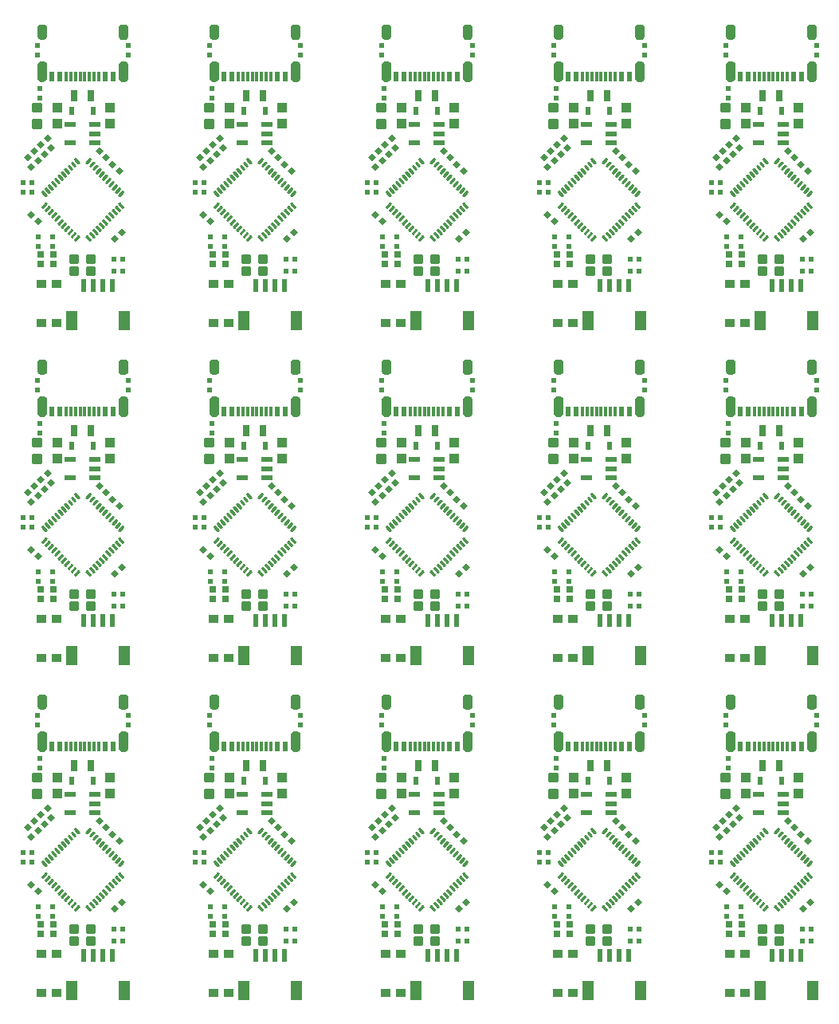
<source format=gtp>
G75*
%MOIN*%
%OFA0B0*%
%FSLAX25Y25*%
%IPPOS*%
%LPD*%
%AMOC8*
5,1,8,0,0,1.08239X$1,22.5*
%
%ADD10R,0.02362X0.02362*%
%ADD11R,0.02362X0.02362*%
%ADD12C,0.01181*%
%ADD13C,0.01004*%
%ADD14R,0.03150X0.04724*%
%ADD15R,0.02480X0.03268*%
%ADD16R,0.04724X0.02165*%
%ADD17R,0.03937X0.04331*%
%ADD18R,0.03937X0.03543*%
%ADD19R,0.02953X0.02756*%
%ADD20R,0.04724X0.07874*%
%ADD21R,0.02362X0.05315*%
%ADD22R,0.01181X0.03937*%
%ADD23R,0.02362X0.03937*%
%ADD24C,0.00039*%
D10*
G36*
X0075438Y0075358D02*
X0077108Y0077028D01*
X0078778Y0075358D01*
X0077108Y0073688D01*
X0075438Y0075358D01*
G37*
G36*
X0078222Y0078142D02*
X0079892Y0079812D01*
X0081562Y0078142D01*
X0079892Y0076472D01*
X0078222Y0078142D01*
G37*
G36*
X0044892Y0084528D02*
X0046562Y0082858D01*
X0044892Y0081188D01*
X0043222Y0082858D01*
X0044892Y0084528D01*
G37*
G36*
X0042108Y0087312D02*
X0043778Y0085642D01*
X0042108Y0083972D01*
X0040438Y0085642D01*
X0042108Y0087312D01*
G37*
G36*
X0043778Y0105358D02*
X0042108Y0103688D01*
X0040438Y0105358D01*
X0042108Y0107028D01*
X0043778Y0105358D01*
G37*
G36*
X0046562Y0108142D02*
X0044892Y0106472D01*
X0043222Y0108142D01*
X0044892Y0109812D01*
X0046562Y0108142D01*
G37*
G36*
X0049278Y0110858D02*
X0047608Y0109188D01*
X0045938Y0110858D01*
X0047608Y0112528D01*
X0049278Y0110858D01*
G37*
G36*
X0052062Y0113642D02*
X0050392Y0111972D01*
X0048722Y0113642D01*
X0050392Y0115312D01*
X0052062Y0113642D01*
G37*
G36*
X0047222Y0117642D02*
X0048892Y0119312D01*
X0050562Y0117642D01*
X0048892Y0115972D01*
X0047222Y0117642D01*
G37*
G36*
X0044438Y0114858D02*
X0046108Y0116528D01*
X0047778Y0114858D01*
X0046108Y0113188D01*
X0044438Y0114858D01*
G37*
G36*
X0045062Y0112142D02*
X0043392Y0110472D01*
X0041722Y0112142D01*
X0043392Y0113812D01*
X0045062Y0112142D01*
G37*
G36*
X0042278Y0109358D02*
X0040608Y0107688D01*
X0038938Y0109358D01*
X0040608Y0111028D01*
X0042278Y0109358D01*
G37*
G36*
X0070608Y0110472D02*
X0068938Y0112142D01*
X0070608Y0113812D01*
X0072278Y0112142D01*
X0070608Y0110472D01*
G37*
G36*
X0073392Y0107688D02*
X0071722Y0109358D01*
X0073392Y0111028D01*
X0075062Y0109358D01*
X0073392Y0107688D01*
G37*
G36*
X0076108Y0108312D02*
X0077778Y0106642D01*
X0076108Y0104972D01*
X0074438Y0106642D01*
X0076108Y0108312D01*
G37*
G36*
X0078892Y0105528D02*
X0080562Y0103858D01*
X0078892Y0102188D01*
X0077222Y0103858D01*
X0078892Y0105528D01*
G37*
G36*
X0114278Y0109358D02*
X0112608Y0107688D01*
X0110938Y0109358D01*
X0112608Y0111028D01*
X0114278Y0109358D01*
G37*
G36*
X0118562Y0108142D02*
X0116892Y0106472D01*
X0115222Y0108142D01*
X0116892Y0109812D01*
X0118562Y0108142D01*
G37*
G36*
X0121278Y0110858D02*
X0119608Y0109188D01*
X0117938Y0110858D01*
X0119608Y0112528D01*
X0121278Y0110858D01*
G37*
G36*
X0124062Y0113642D02*
X0122392Y0111972D01*
X0120722Y0113642D01*
X0122392Y0115312D01*
X0124062Y0113642D01*
G37*
G36*
X0119222Y0117642D02*
X0120892Y0119312D01*
X0122562Y0117642D01*
X0120892Y0115972D01*
X0119222Y0117642D01*
G37*
G36*
X0116438Y0114858D02*
X0118108Y0116528D01*
X0119778Y0114858D01*
X0118108Y0113188D01*
X0116438Y0114858D01*
G37*
G36*
X0117062Y0112142D02*
X0115392Y0110472D01*
X0113722Y0112142D01*
X0115392Y0113812D01*
X0117062Y0112142D01*
G37*
G36*
X0115778Y0105358D02*
X0114108Y0103688D01*
X0112438Y0105358D01*
X0114108Y0107028D01*
X0115778Y0105358D01*
G37*
G36*
X0142608Y0110472D02*
X0140938Y0112142D01*
X0142608Y0113812D01*
X0144278Y0112142D01*
X0142608Y0110472D01*
G37*
G36*
X0145392Y0107688D02*
X0143722Y0109358D01*
X0145392Y0111028D01*
X0147062Y0109358D01*
X0145392Y0107688D01*
G37*
G36*
X0148108Y0108312D02*
X0149778Y0106642D01*
X0148108Y0104972D01*
X0146438Y0106642D01*
X0148108Y0108312D01*
G37*
G36*
X0150892Y0105528D02*
X0152562Y0103858D01*
X0150892Y0102188D01*
X0149222Y0103858D01*
X0150892Y0105528D01*
G37*
G36*
X0114108Y0087312D02*
X0115778Y0085642D01*
X0114108Y0083972D01*
X0112438Y0085642D01*
X0114108Y0087312D01*
G37*
G36*
X0116892Y0084528D02*
X0118562Y0082858D01*
X0116892Y0081188D01*
X0115222Y0082858D01*
X0116892Y0084528D01*
G37*
G36*
X0147438Y0075358D02*
X0149108Y0077028D01*
X0150778Y0075358D01*
X0149108Y0073688D01*
X0147438Y0075358D01*
G37*
G36*
X0150222Y0078142D02*
X0151892Y0079812D01*
X0153562Y0078142D01*
X0151892Y0076472D01*
X0150222Y0078142D01*
G37*
G36*
X0186108Y0087312D02*
X0187778Y0085642D01*
X0186108Y0083972D01*
X0184438Y0085642D01*
X0186108Y0087312D01*
G37*
G36*
X0188892Y0084528D02*
X0190562Y0082858D01*
X0188892Y0081188D01*
X0187222Y0082858D01*
X0188892Y0084528D01*
G37*
G36*
X0187778Y0105358D02*
X0186108Y0103688D01*
X0184438Y0105358D01*
X0186108Y0107028D01*
X0187778Y0105358D01*
G37*
G36*
X0190562Y0108142D02*
X0188892Y0106472D01*
X0187222Y0108142D01*
X0188892Y0109812D01*
X0190562Y0108142D01*
G37*
G36*
X0193278Y0110858D02*
X0191608Y0109188D01*
X0189938Y0110858D01*
X0191608Y0112528D01*
X0193278Y0110858D01*
G37*
G36*
X0196062Y0113642D02*
X0194392Y0111972D01*
X0192722Y0113642D01*
X0194392Y0115312D01*
X0196062Y0113642D01*
G37*
G36*
X0191222Y0117642D02*
X0192892Y0119312D01*
X0194562Y0117642D01*
X0192892Y0115972D01*
X0191222Y0117642D01*
G37*
G36*
X0188438Y0114858D02*
X0190108Y0116528D01*
X0191778Y0114858D01*
X0190108Y0113188D01*
X0188438Y0114858D01*
G37*
G36*
X0189062Y0112142D02*
X0187392Y0110472D01*
X0185722Y0112142D01*
X0187392Y0113812D01*
X0189062Y0112142D01*
G37*
G36*
X0186278Y0109358D02*
X0184608Y0107688D01*
X0182938Y0109358D01*
X0184608Y0111028D01*
X0186278Y0109358D01*
G37*
G36*
X0214608Y0110472D02*
X0212938Y0112142D01*
X0214608Y0113812D01*
X0216278Y0112142D01*
X0214608Y0110472D01*
G37*
G36*
X0217392Y0107688D02*
X0215722Y0109358D01*
X0217392Y0111028D01*
X0219062Y0109358D01*
X0217392Y0107688D01*
G37*
G36*
X0220108Y0108312D02*
X0221778Y0106642D01*
X0220108Y0104972D01*
X0218438Y0106642D01*
X0220108Y0108312D01*
G37*
G36*
X0222892Y0105528D02*
X0224562Y0103858D01*
X0222892Y0102188D01*
X0221222Y0103858D01*
X0222892Y0105528D01*
G37*
G36*
X0258278Y0109358D02*
X0256608Y0107688D01*
X0254938Y0109358D01*
X0256608Y0111028D01*
X0258278Y0109358D01*
G37*
G36*
X0262562Y0108142D02*
X0260892Y0106472D01*
X0259222Y0108142D01*
X0260892Y0109812D01*
X0262562Y0108142D01*
G37*
G36*
X0265278Y0110858D02*
X0263608Y0109188D01*
X0261938Y0110858D01*
X0263608Y0112528D01*
X0265278Y0110858D01*
G37*
G36*
X0268062Y0113642D02*
X0266392Y0111972D01*
X0264722Y0113642D01*
X0266392Y0115312D01*
X0268062Y0113642D01*
G37*
G36*
X0263222Y0117642D02*
X0264892Y0119312D01*
X0266562Y0117642D01*
X0264892Y0115972D01*
X0263222Y0117642D01*
G37*
G36*
X0260438Y0114858D02*
X0262108Y0116528D01*
X0263778Y0114858D01*
X0262108Y0113188D01*
X0260438Y0114858D01*
G37*
G36*
X0261062Y0112142D02*
X0259392Y0110472D01*
X0257722Y0112142D01*
X0259392Y0113812D01*
X0261062Y0112142D01*
G37*
G36*
X0259778Y0105358D02*
X0258108Y0103688D01*
X0256438Y0105358D01*
X0258108Y0107028D01*
X0259778Y0105358D01*
G37*
G36*
X0286608Y0110472D02*
X0284938Y0112142D01*
X0286608Y0113812D01*
X0288278Y0112142D01*
X0286608Y0110472D01*
G37*
G36*
X0289392Y0107688D02*
X0287722Y0109358D01*
X0289392Y0111028D01*
X0291062Y0109358D01*
X0289392Y0107688D01*
G37*
G36*
X0292108Y0108312D02*
X0293778Y0106642D01*
X0292108Y0104972D01*
X0290438Y0106642D01*
X0292108Y0108312D01*
G37*
G36*
X0294892Y0105528D02*
X0296562Y0103858D01*
X0294892Y0102188D01*
X0293222Y0103858D01*
X0294892Y0105528D01*
G37*
G36*
X0258108Y0087312D02*
X0259778Y0085642D01*
X0258108Y0083972D01*
X0256438Y0085642D01*
X0258108Y0087312D01*
G37*
G36*
X0260892Y0084528D02*
X0262562Y0082858D01*
X0260892Y0081188D01*
X0259222Y0082858D01*
X0260892Y0084528D01*
G37*
G36*
X0291438Y0075358D02*
X0293108Y0077028D01*
X0294778Y0075358D01*
X0293108Y0073688D01*
X0291438Y0075358D01*
G37*
G36*
X0294222Y0078142D02*
X0295892Y0079812D01*
X0297562Y0078142D01*
X0295892Y0076472D01*
X0294222Y0078142D01*
G37*
G36*
X0330108Y0087312D02*
X0331778Y0085642D01*
X0330108Y0083972D01*
X0328438Y0085642D01*
X0330108Y0087312D01*
G37*
G36*
X0332892Y0084528D02*
X0334562Y0082858D01*
X0332892Y0081188D01*
X0331222Y0082858D01*
X0332892Y0084528D01*
G37*
G36*
X0331778Y0105358D02*
X0330108Y0103688D01*
X0328438Y0105358D01*
X0330108Y0107028D01*
X0331778Y0105358D01*
G37*
G36*
X0334562Y0108142D02*
X0332892Y0106472D01*
X0331222Y0108142D01*
X0332892Y0109812D01*
X0334562Y0108142D01*
G37*
G36*
X0337278Y0110858D02*
X0335608Y0109188D01*
X0333938Y0110858D01*
X0335608Y0112528D01*
X0337278Y0110858D01*
G37*
G36*
X0340062Y0113642D02*
X0338392Y0111972D01*
X0336722Y0113642D01*
X0338392Y0115312D01*
X0340062Y0113642D01*
G37*
G36*
X0335222Y0117642D02*
X0336892Y0119312D01*
X0338562Y0117642D01*
X0336892Y0115972D01*
X0335222Y0117642D01*
G37*
G36*
X0332438Y0114858D02*
X0334108Y0116528D01*
X0335778Y0114858D01*
X0334108Y0113188D01*
X0332438Y0114858D01*
G37*
G36*
X0333062Y0112142D02*
X0331392Y0110472D01*
X0329722Y0112142D01*
X0331392Y0113812D01*
X0333062Y0112142D01*
G37*
G36*
X0330278Y0109358D02*
X0328608Y0107688D01*
X0326938Y0109358D01*
X0328608Y0111028D01*
X0330278Y0109358D01*
G37*
G36*
X0358608Y0110472D02*
X0356938Y0112142D01*
X0358608Y0113812D01*
X0360278Y0112142D01*
X0358608Y0110472D01*
G37*
G36*
X0361392Y0107688D02*
X0359722Y0109358D01*
X0361392Y0111028D01*
X0363062Y0109358D01*
X0361392Y0107688D01*
G37*
G36*
X0364108Y0108312D02*
X0365778Y0106642D01*
X0364108Y0104972D01*
X0362438Y0106642D01*
X0364108Y0108312D01*
G37*
G36*
X0366892Y0105528D02*
X0368562Y0103858D01*
X0366892Y0102188D01*
X0365222Y0103858D01*
X0366892Y0105528D01*
G37*
G36*
X0366222Y0078142D02*
X0367892Y0079812D01*
X0369562Y0078142D01*
X0367892Y0076472D01*
X0366222Y0078142D01*
G37*
G36*
X0363438Y0075358D02*
X0365108Y0077028D01*
X0366778Y0075358D01*
X0365108Y0073688D01*
X0363438Y0075358D01*
G37*
G36*
X0222222Y0078142D02*
X0223892Y0079812D01*
X0225562Y0078142D01*
X0223892Y0076472D01*
X0222222Y0078142D01*
G37*
G36*
X0219438Y0075358D02*
X0221108Y0077028D01*
X0222778Y0075358D01*
X0221108Y0073688D01*
X0219438Y0075358D01*
G37*
G36*
X0219438Y0215358D02*
X0221108Y0217028D01*
X0222778Y0215358D01*
X0221108Y0213688D01*
X0219438Y0215358D01*
G37*
G36*
X0222222Y0218142D02*
X0223892Y0219812D01*
X0225562Y0218142D01*
X0223892Y0216472D01*
X0222222Y0218142D01*
G37*
G36*
X0188892Y0224528D02*
X0190562Y0222858D01*
X0188892Y0221188D01*
X0187222Y0222858D01*
X0188892Y0224528D01*
G37*
G36*
X0186108Y0227312D02*
X0187778Y0225642D01*
X0186108Y0223972D01*
X0184438Y0225642D01*
X0186108Y0227312D01*
G37*
G36*
X0187778Y0245358D02*
X0186108Y0243688D01*
X0184438Y0245358D01*
X0186108Y0247028D01*
X0187778Y0245358D01*
G37*
G36*
X0190562Y0248142D02*
X0188892Y0246472D01*
X0187222Y0248142D01*
X0188892Y0249812D01*
X0190562Y0248142D01*
G37*
G36*
X0193278Y0250858D02*
X0191608Y0249188D01*
X0189938Y0250858D01*
X0191608Y0252528D01*
X0193278Y0250858D01*
G37*
G36*
X0196062Y0253642D02*
X0194392Y0251972D01*
X0192722Y0253642D01*
X0194392Y0255312D01*
X0196062Y0253642D01*
G37*
G36*
X0191222Y0257642D02*
X0192892Y0259312D01*
X0194562Y0257642D01*
X0192892Y0255972D01*
X0191222Y0257642D01*
G37*
G36*
X0188438Y0254858D02*
X0190108Y0256528D01*
X0191778Y0254858D01*
X0190108Y0253188D01*
X0188438Y0254858D01*
G37*
G36*
X0189062Y0252142D02*
X0187392Y0250472D01*
X0185722Y0252142D01*
X0187392Y0253812D01*
X0189062Y0252142D01*
G37*
G36*
X0186278Y0249358D02*
X0184608Y0247688D01*
X0182938Y0249358D01*
X0184608Y0251028D01*
X0186278Y0249358D01*
G37*
G36*
X0214608Y0250472D02*
X0212938Y0252142D01*
X0214608Y0253812D01*
X0216278Y0252142D01*
X0214608Y0250472D01*
G37*
G36*
X0217392Y0247688D02*
X0215722Y0249358D01*
X0217392Y0251028D01*
X0219062Y0249358D01*
X0217392Y0247688D01*
G37*
G36*
X0220108Y0248312D02*
X0221778Y0246642D01*
X0220108Y0244972D01*
X0218438Y0246642D01*
X0220108Y0248312D01*
G37*
G36*
X0222892Y0245528D02*
X0224562Y0243858D01*
X0222892Y0242188D01*
X0221222Y0243858D01*
X0222892Y0245528D01*
G37*
G36*
X0258278Y0249358D02*
X0256608Y0247688D01*
X0254938Y0249358D01*
X0256608Y0251028D01*
X0258278Y0249358D01*
G37*
G36*
X0262562Y0248142D02*
X0260892Y0246472D01*
X0259222Y0248142D01*
X0260892Y0249812D01*
X0262562Y0248142D01*
G37*
G36*
X0265278Y0250858D02*
X0263608Y0249188D01*
X0261938Y0250858D01*
X0263608Y0252528D01*
X0265278Y0250858D01*
G37*
G36*
X0268062Y0253642D02*
X0266392Y0251972D01*
X0264722Y0253642D01*
X0266392Y0255312D01*
X0268062Y0253642D01*
G37*
G36*
X0263222Y0257642D02*
X0264892Y0259312D01*
X0266562Y0257642D01*
X0264892Y0255972D01*
X0263222Y0257642D01*
G37*
G36*
X0260438Y0254858D02*
X0262108Y0256528D01*
X0263778Y0254858D01*
X0262108Y0253188D01*
X0260438Y0254858D01*
G37*
G36*
X0261062Y0252142D02*
X0259392Y0250472D01*
X0257722Y0252142D01*
X0259392Y0253812D01*
X0261062Y0252142D01*
G37*
G36*
X0259778Y0245358D02*
X0258108Y0243688D01*
X0256438Y0245358D01*
X0258108Y0247028D01*
X0259778Y0245358D01*
G37*
G36*
X0258108Y0227312D02*
X0259778Y0225642D01*
X0258108Y0223972D01*
X0256438Y0225642D01*
X0258108Y0227312D01*
G37*
G36*
X0260892Y0224528D02*
X0262562Y0222858D01*
X0260892Y0221188D01*
X0259222Y0222858D01*
X0260892Y0224528D01*
G37*
G36*
X0291438Y0215358D02*
X0293108Y0217028D01*
X0294778Y0215358D01*
X0293108Y0213688D01*
X0291438Y0215358D01*
G37*
G36*
X0294222Y0218142D02*
X0295892Y0219812D01*
X0297562Y0218142D01*
X0295892Y0216472D01*
X0294222Y0218142D01*
G37*
G36*
X0294892Y0245528D02*
X0296562Y0243858D01*
X0294892Y0242188D01*
X0293222Y0243858D01*
X0294892Y0245528D01*
G37*
G36*
X0292108Y0248312D02*
X0293778Y0246642D01*
X0292108Y0244972D01*
X0290438Y0246642D01*
X0292108Y0248312D01*
G37*
G36*
X0289392Y0247688D02*
X0287722Y0249358D01*
X0289392Y0251028D01*
X0291062Y0249358D01*
X0289392Y0247688D01*
G37*
G36*
X0286608Y0250472D02*
X0284938Y0252142D01*
X0286608Y0253812D01*
X0288278Y0252142D01*
X0286608Y0250472D01*
G37*
G36*
X0330278Y0249358D02*
X0328608Y0247688D01*
X0326938Y0249358D01*
X0328608Y0251028D01*
X0330278Y0249358D01*
G37*
G36*
X0334562Y0248142D02*
X0332892Y0246472D01*
X0331222Y0248142D01*
X0332892Y0249812D01*
X0334562Y0248142D01*
G37*
G36*
X0337278Y0250858D02*
X0335608Y0249188D01*
X0333938Y0250858D01*
X0335608Y0252528D01*
X0337278Y0250858D01*
G37*
G36*
X0340062Y0253642D02*
X0338392Y0251972D01*
X0336722Y0253642D01*
X0338392Y0255312D01*
X0340062Y0253642D01*
G37*
G36*
X0335222Y0257642D02*
X0336892Y0259312D01*
X0338562Y0257642D01*
X0336892Y0255972D01*
X0335222Y0257642D01*
G37*
G36*
X0332438Y0254858D02*
X0334108Y0256528D01*
X0335778Y0254858D01*
X0334108Y0253188D01*
X0332438Y0254858D01*
G37*
G36*
X0333062Y0252142D02*
X0331392Y0250472D01*
X0329722Y0252142D01*
X0331392Y0253812D01*
X0333062Y0252142D01*
G37*
G36*
X0331778Y0245358D02*
X0330108Y0243688D01*
X0328438Y0245358D01*
X0330108Y0247028D01*
X0331778Y0245358D01*
G37*
G36*
X0330108Y0227312D02*
X0331778Y0225642D01*
X0330108Y0223972D01*
X0328438Y0225642D01*
X0330108Y0227312D01*
G37*
G36*
X0332892Y0224528D02*
X0334562Y0222858D01*
X0332892Y0221188D01*
X0331222Y0222858D01*
X0332892Y0224528D01*
G37*
G36*
X0363438Y0215358D02*
X0365108Y0217028D01*
X0366778Y0215358D01*
X0365108Y0213688D01*
X0363438Y0215358D01*
G37*
G36*
X0366222Y0218142D02*
X0367892Y0219812D01*
X0369562Y0218142D01*
X0367892Y0216472D01*
X0366222Y0218142D01*
G37*
G36*
X0366892Y0245528D02*
X0368562Y0243858D01*
X0366892Y0242188D01*
X0365222Y0243858D01*
X0366892Y0245528D01*
G37*
G36*
X0364108Y0248312D02*
X0365778Y0246642D01*
X0364108Y0244972D01*
X0362438Y0246642D01*
X0364108Y0248312D01*
G37*
G36*
X0361392Y0247688D02*
X0359722Y0249358D01*
X0361392Y0251028D01*
X0363062Y0249358D01*
X0361392Y0247688D01*
G37*
G36*
X0358608Y0250472D02*
X0356938Y0252142D01*
X0358608Y0253812D01*
X0360278Y0252142D01*
X0358608Y0250472D01*
G37*
G36*
X0363438Y0355358D02*
X0365108Y0357028D01*
X0366778Y0355358D01*
X0365108Y0353688D01*
X0363438Y0355358D01*
G37*
G36*
X0366222Y0358142D02*
X0367892Y0359812D01*
X0369562Y0358142D01*
X0367892Y0356472D01*
X0366222Y0358142D01*
G37*
G36*
X0332892Y0364528D02*
X0334562Y0362858D01*
X0332892Y0361188D01*
X0331222Y0362858D01*
X0332892Y0364528D01*
G37*
G36*
X0330108Y0367312D02*
X0331778Y0365642D01*
X0330108Y0363972D01*
X0328438Y0365642D01*
X0330108Y0367312D01*
G37*
G36*
X0331778Y0385358D02*
X0330108Y0383688D01*
X0328438Y0385358D01*
X0330108Y0387028D01*
X0331778Y0385358D01*
G37*
G36*
X0334562Y0388142D02*
X0332892Y0386472D01*
X0331222Y0388142D01*
X0332892Y0389812D01*
X0334562Y0388142D01*
G37*
G36*
X0337278Y0390858D02*
X0335608Y0389188D01*
X0333938Y0390858D01*
X0335608Y0392528D01*
X0337278Y0390858D01*
G37*
G36*
X0340062Y0393642D02*
X0338392Y0391972D01*
X0336722Y0393642D01*
X0338392Y0395312D01*
X0340062Y0393642D01*
G37*
G36*
X0335222Y0397642D02*
X0336892Y0399312D01*
X0338562Y0397642D01*
X0336892Y0395972D01*
X0335222Y0397642D01*
G37*
G36*
X0332438Y0394858D02*
X0334108Y0396528D01*
X0335778Y0394858D01*
X0334108Y0393188D01*
X0332438Y0394858D01*
G37*
G36*
X0333062Y0392142D02*
X0331392Y0390472D01*
X0329722Y0392142D01*
X0331392Y0393812D01*
X0333062Y0392142D01*
G37*
G36*
X0330278Y0389358D02*
X0328608Y0387688D01*
X0326938Y0389358D01*
X0328608Y0391028D01*
X0330278Y0389358D01*
G37*
G36*
X0358608Y0390472D02*
X0356938Y0392142D01*
X0358608Y0393812D01*
X0360278Y0392142D01*
X0358608Y0390472D01*
G37*
G36*
X0361392Y0387688D02*
X0359722Y0389358D01*
X0361392Y0391028D01*
X0363062Y0389358D01*
X0361392Y0387688D01*
G37*
G36*
X0364108Y0388312D02*
X0365778Y0386642D01*
X0364108Y0384972D01*
X0362438Y0386642D01*
X0364108Y0388312D01*
G37*
G36*
X0366892Y0385528D02*
X0368562Y0383858D01*
X0366892Y0382188D01*
X0365222Y0383858D01*
X0366892Y0385528D01*
G37*
G36*
X0294222Y0358142D02*
X0295892Y0359812D01*
X0297562Y0358142D01*
X0295892Y0356472D01*
X0294222Y0358142D01*
G37*
G36*
X0291438Y0355358D02*
X0293108Y0357028D01*
X0294778Y0355358D01*
X0293108Y0353688D01*
X0291438Y0355358D01*
G37*
G36*
X0260892Y0364528D02*
X0262562Y0362858D01*
X0260892Y0361188D01*
X0259222Y0362858D01*
X0260892Y0364528D01*
G37*
G36*
X0258108Y0367312D02*
X0259778Y0365642D01*
X0258108Y0363972D01*
X0256438Y0365642D01*
X0258108Y0367312D01*
G37*
G36*
X0259778Y0385358D02*
X0258108Y0383688D01*
X0256438Y0385358D01*
X0258108Y0387028D01*
X0259778Y0385358D01*
G37*
G36*
X0262562Y0388142D02*
X0260892Y0386472D01*
X0259222Y0388142D01*
X0260892Y0389812D01*
X0262562Y0388142D01*
G37*
G36*
X0265278Y0390858D02*
X0263608Y0389188D01*
X0261938Y0390858D01*
X0263608Y0392528D01*
X0265278Y0390858D01*
G37*
G36*
X0268062Y0393642D02*
X0266392Y0391972D01*
X0264722Y0393642D01*
X0266392Y0395312D01*
X0268062Y0393642D01*
G37*
G36*
X0263222Y0397642D02*
X0264892Y0399312D01*
X0266562Y0397642D01*
X0264892Y0395972D01*
X0263222Y0397642D01*
G37*
G36*
X0260438Y0394858D02*
X0262108Y0396528D01*
X0263778Y0394858D01*
X0262108Y0393188D01*
X0260438Y0394858D01*
G37*
G36*
X0261062Y0392142D02*
X0259392Y0390472D01*
X0257722Y0392142D01*
X0259392Y0393812D01*
X0261062Y0392142D01*
G37*
G36*
X0258278Y0389358D02*
X0256608Y0387688D01*
X0254938Y0389358D01*
X0256608Y0391028D01*
X0258278Y0389358D01*
G37*
G36*
X0286608Y0390472D02*
X0284938Y0392142D01*
X0286608Y0393812D01*
X0288278Y0392142D01*
X0286608Y0390472D01*
G37*
G36*
X0289392Y0387688D02*
X0287722Y0389358D01*
X0289392Y0391028D01*
X0291062Y0389358D01*
X0289392Y0387688D01*
G37*
G36*
X0292108Y0388312D02*
X0293778Y0386642D01*
X0292108Y0384972D01*
X0290438Y0386642D01*
X0292108Y0388312D01*
G37*
G36*
X0294892Y0385528D02*
X0296562Y0383858D01*
X0294892Y0382188D01*
X0293222Y0383858D01*
X0294892Y0385528D01*
G37*
G36*
X0222222Y0358142D02*
X0223892Y0359812D01*
X0225562Y0358142D01*
X0223892Y0356472D01*
X0222222Y0358142D01*
G37*
G36*
X0219438Y0355358D02*
X0221108Y0357028D01*
X0222778Y0355358D01*
X0221108Y0353688D01*
X0219438Y0355358D01*
G37*
G36*
X0188892Y0364528D02*
X0190562Y0362858D01*
X0188892Y0361188D01*
X0187222Y0362858D01*
X0188892Y0364528D01*
G37*
G36*
X0186108Y0367312D02*
X0187778Y0365642D01*
X0186108Y0363972D01*
X0184438Y0365642D01*
X0186108Y0367312D01*
G37*
G36*
X0187778Y0385358D02*
X0186108Y0383688D01*
X0184438Y0385358D01*
X0186108Y0387028D01*
X0187778Y0385358D01*
G37*
G36*
X0190562Y0388142D02*
X0188892Y0386472D01*
X0187222Y0388142D01*
X0188892Y0389812D01*
X0190562Y0388142D01*
G37*
G36*
X0193278Y0390858D02*
X0191608Y0389188D01*
X0189938Y0390858D01*
X0191608Y0392528D01*
X0193278Y0390858D01*
G37*
G36*
X0196062Y0393642D02*
X0194392Y0391972D01*
X0192722Y0393642D01*
X0194392Y0395312D01*
X0196062Y0393642D01*
G37*
G36*
X0191222Y0397642D02*
X0192892Y0399312D01*
X0194562Y0397642D01*
X0192892Y0395972D01*
X0191222Y0397642D01*
G37*
G36*
X0188438Y0394858D02*
X0190108Y0396528D01*
X0191778Y0394858D01*
X0190108Y0393188D01*
X0188438Y0394858D01*
G37*
G36*
X0189062Y0392142D02*
X0187392Y0390472D01*
X0185722Y0392142D01*
X0187392Y0393812D01*
X0189062Y0392142D01*
G37*
G36*
X0186278Y0389358D02*
X0184608Y0387688D01*
X0182938Y0389358D01*
X0184608Y0391028D01*
X0186278Y0389358D01*
G37*
G36*
X0214608Y0390472D02*
X0212938Y0392142D01*
X0214608Y0393812D01*
X0216278Y0392142D01*
X0214608Y0390472D01*
G37*
G36*
X0217392Y0387688D02*
X0215722Y0389358D01*
X0217392Y0391028D01*
X0219062Y0389358D01*
X0217392Y0387688D01*
G37*
G36*
X0220108Y0388312D02*
X0221778Y0386642D01*
X0220108Y0384972D01*
X0218438Y0386642D01*
X0220108Y0388312D01*
G37*
G36*
X0222892Y0385528D02*
X0224562Y0383858D01*
X0222892Y0382188D01*
X0221222Y0383858D01*
X0222892Y0385528D01*
G37*
G36*
X0150222Y0358142D02*
X0151892Y0359812D01*
X0153562Y0358142D01*
X0151892Y0356472D01*
X0150222Y0358142D01*
G37*
G36*
X0147438Y0355358D02*
X0149108Y0357028D01*
X0150778Y0355358D01*
X0149108Y0353688D01*
X0147438Y0355358D01*
G37*
G36*
X0116892Y0364528D02*
X0118562Y0362858D01*
X0116892Y0361188D01*
X0115222Y0362858D01*
X0116892Y0364528D01*
G37*
G36*
X0114108Y0367312D02*
X0115778Y0365642D01*
X0114108Y0363972D01*
X0112438Y0365642D01*
X0114108Y0367312D01*
G37*
G36*
X0115778Y0385358D02*
X0114108Y0383688D01*
X0112438Y0385358D01*
X0114108Y0387028D01*
X0115778Y0385358D01*
G37*
G36*
X0118562Y0388142D02*
X0116892Y0386472D01*
X0115222Y0388142D01*
X0116892Y0389812D01*
X0118562Y0388142D01*
G37*
G36*
X0121278Y0390858D02*
X0119608Y0389188D01*
X0117938Y0390858D01*
X0119608Y0392528D01*
X0121278Y0390858D01*
G37*
G36*
X0124062Y0393642D02*
X0122392Y0391972D01*
X0120722Y0393642D01*
X0122392Y0395312D01*
X0124062Y0393642D01*
G37*
G36*
X0119222Y0397642D02*
X0120892Y0399312D01*
X0122562Y0397642D01*
X0120892Y0395972D01*
X0119222Y0397642D01*
G37*
G36*
X0116438Y0394858D02*
X0118108Y0396528D01*
X0119778Y0394858D01*
X0118108Y0393188D01*
X0116438Y0394858D01*
G37*
G36*
X0117062Y0392142D02*
X0115392Y0390472D01*
X0113722Y0392142D01*
X0115392Y0393812D01*
X0117062Y0392142D01*
G37*
G36*
X0114278Y0389358D02*
X0112608Y0387688D01*
X0110938Y0389358D01*
X0112608Y0391028D01*
X0114278Y0389358D01*
G37*
G36*
X0142608Y0390472D02*
X0140938Y0392142D01*
X0142608Y0393812D01*
X0144278Y0392142D01*
X0142608Y0390472D01*
G37*
G36*
X0145392Y0387688D02*
X0143722Y0389358D01*
X0145392Y0391028D01*
X0147062Y0389358D01*
X0145392Y0387688D01*
G37*
G36*
X0148108Y0388312D02*
X0149778Y0386642D01*
X0148108Y0384972D01*
X0146438Y0386642D01*
X0148108Y0388312D01*
G37*
G36*
X0150892Y0385528D02*
X0152562Y0383858D01*
X0150892Y0382188D01*
X0149222Y0383858D01*
X0150892Y0385528D01*
G37*
G36*
X0078222Y0358142D02*
X0079892Y0359812D01*
X0081562Y0358142D01*
X0079892Y0356472D01*
X0078222Y0358142D01*
G37*
G36*
X0075438Y0355358D02*
X0077108Y0357028D01*
X0078778Y0355358D01*
X0077108Y0353688D01*
X0075438Y0355358D01*
G37*
G36*
X0044892Y0364528D02*
X0046562Y0362858D01*
X0044892Y0361188D01*
X0043222Y0362858D01*
X0044892Y0364528D01*
G37*
G36*
X0042108Y0367312D02*
X0043778Y0365642D01*
X0042108Y0363972D01*
X0040438Y0365642D01*
X0042108Y0367312D01*
G37*
G36*
X0043778Y0385358D02*
X0042108Y0383688D01*
X0040438Y0385358D01*
X0042108Y0387028D01*
X0043778Y0385358D01*
G37*
G36*
X0046562Y0388142D02*
X0044892Y0386472D01*
X0043222Y0388142D01*
X0044892Y0389812D01*
X0046562Y0388142D01*
G37*
G36*
X0049278Y0390858D02*
X0047608Y0389188D01*
X0045938Y0390858D01*
X0047608Y0392528D01*
X0049278Y0390858D01*
G37*
G36*
X0052062Y0393642D02*
X0050392Y0391972D01*
X0048722Y0393642D01*
X0050392Y0395312D01*
X0052062Y0393642D01*
G37*
G36*
X0047222Y0397642D02*
X0048892Y0399312D01*
X0050562Y0397642D01*
X0048892Y0395972D01*
X0047222Y0397642D01*
G37*
G36*
X0044438Y0394858D02*
X0046108Y0396528D01*
X0047778Y0394858D01*
X0046108Y0393188D01*
X0044438Y0394858D01*
G37*
G36*
X0045062Y0392142D02*
X0043392Y0390472D01*
X0041722Y0392142D01*
X0043392Y0393812D01*
X0045062Y0392142D01*
G37*
G36*
X0042278Y0389358D02*
X0040608Y0387688D01*
X0038938Y0389358D01*
X0040608Y0391028D01*
X0042278Y0389358D01*
G37*
G36*
X0070608Y0390472D02*
X0068938Y0392142D01*
X0070608Y0393812D01*
X0072278Y0392142D01*
X0070608Y0390472D01*
G37*
G36*
X0073392Y0387688D02*
X0071722Y0389358D01*
X0073392Y0391028D01*
X0075062Y0389358D01*
X0073392Y0387688D01*
G37*
G36*
X0076108Y0388312D02*
X0077778Y0386642D01*
X0076108Y0384972D01*
X0074438Y0386642D01*
X0076108Y0388312D01*
G37*
G36*
X0078892Y0385528D02*
X0080562Y0383858D01*
X0078892Y0382188D01*
X0077222Y0383858D01*
X0078892Y0385528D01*
G37*
G36*
X0047222Y0257642D02*
X0048892Y0259312D01*
X0050562Y0257642D01*
X0048892Y0255972D01*
X0047222Y0257642D01*
G37*
G36*
X0044438Y0254858D02*
X0046108Y0256528D01*
X0047778Y0254858D01*
X0046108Y0253188D01*
X0044438Y0254858D01*
G37*
G36*
X0045062Y0252142D02*
X0043392Y0250472D01*
X0041722Y0252142D01*
X0043392Y0253812D01*
X0045062Y0252142D01*
G37*
G36*
X0049278Y0250858D02*
X0047608Y0249188D01*
X0045938Y0250858D01*
X0047608Y0252528D01*
X0049278Y0250858D01*
G37*
G36*
X0052062Y0253642D02*
X0050392Y0251972D01*
X0048722Y0253642D01*
X0050392Y0255312D01*
X0052062Y0253642D01*
G37*
G36*
X0046562Y0248142D02*
X0044892Y0246472D01*
X0043222Y0248142D01*
X0044892Y0249812D01*
X0046562Y0248142D01*
G37*
G36*
X0043778Y0245358D02*
X0042108Y0243688D01*
X0040438Y0245358D01*
X0042108Y0247028D01*
X0043778Y0245358D01*
G37*
G36*
X0042278Y0249358D02*
X0040608Y0247688D01*
X0038938Y0249358D01*
X0040608Y0251028D01*
X0042278Y0249358D01*
G37*
G36*
X0070608Y0250472D02*
X0068938Y0252142D01*
X0070608Y0253812D01*
X0072278Y0252142D01*
X0070608Y0250472D01*
G37*
G36*
X0073392Y0247688D02*
X0071722Y0249358D01*
X0073392Y0251028D01*
X0075062Y0249358D01*
X0073392Y0247688D01*
G37*
G36*
X0076108Y0248312D02*
X0077778Y0246642D01*
X0076108Y0244972D01*
X0074438Y0246642D01*
X0076108Y0248312D01*
G37*
G36*
X0078892Y0245528D02*
X0080562Y0243858D01*
X0078892Y0242188D01*
X0077222Y0243858D01*
X0078892Y0245528D01*
G37*
G36*
X0044892Y0224528D02*
X0046562Y0222858D01*
X0044892Y0221188D01*
X0043222Y0222858D01*
X0044892Y0224528D01*
G37*
G36*
X0042108Y0227312D02*
X0043778Y0225642D01*
X0042108Y0223972D01*
X0040438Y0225642D01*
X0042108Y0227312D01*
G37*
G36*
X0075438Y0215358D02*
X0077108Y0217028D01*
X0078778Y0215358D01*
X0077108Y0213688D01*
X0075438Y0215358D01*
G37*
G36*
X0078222Y0218142D02*
X0079892Y0219812D01*
X0081562Y0218142D01*
X0079892Y0216472D01*
X0078222Y0218142D01*
G37*
G36*
X0114108Y0227312D02*
X0115778Y0225642D01*
X0114108Y0223972D01*
X0112438Y0225642D01*
X0114108Y0227312D01*
G37*
G36*
X0116892Y0224528D02*
X0118562Y0222858D01*
X0116892Y0221188D01*
X0115222Y0222858D01*
X0116892Y0224528D01*
G37*
G36*
X0115778Y0245358D02*
X0114108Y0243688D01*
X0112438Y0245358D01*
X0114108Y0247028D01*
X0115778Y0245358D01*
G37*
G36*
X0118562Y0248142D02*
X0116892Y0246472D01*
X0115222Y0248142D01*
X0116892Y0249812D01*
X0118562Y0248142D01*
G37*
G36*
X0121278Y0250858D02*
X0119608Y0249188D01*
X0117938Y0250858D01*
X0119608Y0252528D01*
X0121278Y0250858D01*
G37*
G36*
X0124062Y0253642D02*
X0122392Y0251972D01*
X0120722Y0253642D01*
X0122392Y0255312D01*
X0124062Y0253642D01*
G37*
G36*
X0119222Y0257642D02*
X0120892Y0259312D01*
X0122562Y0257642D01*
X0120892Y0255972D01*
X0119222Y0257642D01*
G37*
G36*
X0116438Y0254858D02*
X0118108Y0256528D01*
X0119778Y0254858D01*
X0118108Y0253188D01*
X0116438Y0254858D01*
G37*
G36*
X0117062Y0252142D02*
X0115392Y0250472D01*
X0113722Y0252142D01*
X0115392Y0253812D01*
X0117062Y0252142D01*
G37*
G36*
X0114278Y0249358D02*
X0112608Y0247688D01*
X0110938Y0249358D01*
X0112608Y0251028D01*
X0114278Y0249358D01*
G37*
G36*
X0142608Y0250472D02*
X0140938Y0252142D01*
X0142608Y0253812D01*
X0144278Y0252142D01*
X0142608Y0250472D01*
G37*
G36*
X0145392Y0247688D02*
X0143722Y0249358D01*
X0145392Y0251028D01*
X0147062Y0249358D01*
X0145392Y0247688D01*
G37*
G36*
X0148108Y0248312D02*
X0149778Y0246642D01*
X0148108Y0244972D01*
X0146438Y0246642D01*
X0148108Y0248312D01*
G37*
G36*
X0150892Y0245528D02*
X0152562Y0243858D01*
X0150892Y0242188D01*
X0149222Y0243858D01*
X0150892Y0245528D01*
G37*
G36*
X0150222Y0218142D02*
X0151892Y0219812D01*
X0153562Y0218142D01*
X0151892Y0216472D01*
X0150222Y0218142D01*
G37*
G36*
X0147438Y0215358D02*
X0149108Y0217028D01*
X0150778Y0215358D01*
X0149108Y0213688D01*
X0147438Y0215358D01*
G37*
D11*
X0148531Y0206750D03*
X0152469Y0206750D03*
X0152469Y0201750D03*
X0148531Y0201750D03*
X0123000Y0212281D03*
X0123000Y0216219D03*
X0117000Y0216219D03*
X0117000Y0212281D03*
X0114469Y0234750D03*
X0110531Y0234750D03*
X0110531Y0238750D03*
X0114469Y0238750D03*
X0080469Y0206750D03*
X0076531Y0206750D03*
X0076531Y0201750D03*
X0080469Y0201750D03*
X0051000Y0212281D03*
X0051000Y0216219D03*
X0045000Y0216219D03*
X0045000Y0212281D03*
X0042469Y0234750D03*
X0038531Y0234750D03*
X0038531Y0238750D03*
X0042469Y0238750D03*
X0045500Y0274281D03*
X0045500Y0278219D03*
X0044500Y0292281D03*
X0044500Y0296219D03*
X0082500Y0296219D03*
X0082500Y0292281D03*
X0116500Y0292281D03*
X0116500Y0296219D03*
X0117500Y0278219D03*
X0117500Y0274281D03*
X0154500Y0292281D03*
X0154500Y0296219D03*
X0188500Y0296219D03*
X0188500Y0292281D03*
X0189500Y0278219D03*
X0189500Y0274281D03*
X0226500Y0292281D03*
X0226500Y0296219D03*
X0260500Y0296219D03*
X0260500Y0292281D03*
X0261500Y0278219D03*
X0261500Y0274281D03*
X0298500Y0292281D03*
X0298500Y0296219D03*
X0332500Y0296219D03*
X0332500Y0292281D03*
X0333500Y0278219D03*
X0333500Y0274281D03*
X0370500Y0292281D03*
X0370500Y0296219D03*
X0368469Y0341750D03*
X0364531Y0341750D03*
X0364531Y0346750D03*
X0368469Y0346750D03*
X0339000Y0352281D03*
X0339000Y0356219D03*
X0333000Y0356219D03*
X0333000Y0352281D03*
X0330469Y0374750D03*
X0326531Y0374750D03*
X0326531Y0378750D03*
X0330469Y0378750D03*
X0296469Y0346750D03*
X0292531Y0346750D03*
X0292531Y0341750D03*
X0296469Y0341750D03*
X0267000Y0352281D03*
X0267000Y0356219D03*
X0261000Y0356219D03*
X0261000Y0352281D03*
X0258469Y0374750D03*
X0254531Y0374750D03*
X0254531Y0378750D03*
X0258469Y0378750D03*
X0224469Y0346750D03*
X0220531Y0346750D03*
X0220531Y0341750D03*
X0224469Y0341750D03*
X0195000Y0352281D03*
X0195000Y0356219D03*
X0189000Y0356219D03*
X0189000Y0352281D03*
X0186469Y0374750D03*
X0182531Y0374750D03*
X0182531Y0378750D03*
X0186469Y0378750D03*
X0152469Y0346750D03*
X0148531Y0346750D03*
X0148531Y0341750D03*
X0152469Y0341750D03*
X0123000Y0352281D03*
X0123000Y0356219D03*
X0117000Y0356219D03*
X0117000Y0352281D03*
X0114469Y0374750D03*
X0110531Y0374750D03*
X0110531Y0378750D03*
X0114469Y0378750D03*
X0080469Y0346750D03*
X0076531Y0346750D03*
X0076531Y0341750D03*
X0080469Y0341750D03*
X0051000Y0352281D03*
X0051000Y0356219D03*
X0045000Y0356219D03*
X0045000Y0352281D03*
X0042469Y0374750D03*
X0038531Y0374750D03*
X0038531Y0378750D03*
X0042469Y0378750D03*
X0045500Y0414281D03*
X0045500Y0418219D03*
X0044500Y0432281D03*
X0044500Y0436219D03*
X0082500Y0436219D03*
X0082500Y0432281D03*
X0116500Y0432281D03*
X0116500Y0436219D03*
X0117500Y0418219D03*
X0117500Y0414281D03*
X0154500Y0432281D03*
X0154500Y0436219D03*
X0188500Y0436219D03*
X0188500Y0432281D03*
X0189500Y0418219D03*
X0189500Y0414281D03*
X0226500Y0432281D03*
X0226500Y0436219D03*
X0260500Y0436219D03*
X0260500Y0432281D03*
X0261500Y0418219D03*
X0261500Y0414281D03*
X0298500Y0432281D03*
X0298500Y0436219D03*
X0332500Y0436219D03*
X0332500Y0432281D03*
X0333500Y0418219D03*
X0333500Y0414281D03*
X0370500Y0432281D03*
X0370500Y0436219D03*
X0330469Y0238750D03*
X0326531Y0238750D03*
X0326531Y0234750D03*
X0330469Y0234750D03*
X0333000Y0216219D03*
X0333000Y0212281D03*
X0339000Y0212281D03*
X0339000Y0216219D03*
X0364531Y0206750D03*
X0368469Y0206750D03*
X0368469Y0201750D03*
X0364531Y0201750D03*
X0296469Y0201750D03*
X0292531Y0201750D03*
X0292531Y0206750D03*
X0296469Y0206750D03*
X0267000Y0212281D03*
X0267000Y0216219D03*
X0261000Y0216219D03*
X0261000Y0212281D03*
X0258469Y0234750D03*
X0254531Y0234750D03*
X0254531Y0238750D03*
X0258469Y0238750D03*
X0224469Y0206750D03*
X0220531Y0206750D03*
X0220531Y0201750D03*
X0224469Y0201750D03*
X0195000Y0212281D03*
X0195000Y0216219D03*
X0189000Y0216219D03*
X0189000Y0212281D03*
X0186469Y0234750D03*
X0182531Y0234750D03*
X0182531Y0238750D03*
X0186469Y0238750D03*
X0188500Y0156219D03*
X0188500Y0152281D03*
X0189500Y0138219D03*
X0189500Y0134281D03*
X0154500Y0152281D03*
X0154500Y0156219D03*
X0116500Y0156219D03*
X0116500Y0152281D03*
X0117500Y0138219D03*
X0117500Y0134281D03*
X0082500Y0152281D03*
X0082500Y0156219D03*
X0044500Y0156219D03*
X0044500Y0152281D03*
X0045500Y0138219D03*
X0045500Y0134281D03*
X0042469Y0098750D03*
X0038531Y0098750D03*
X0038531Y0094750D03*
X0042469Y0094750D03*
X0045000Y0076219D03*
X0045000Y0072281D03*
X0051000Y0072281D03*
X0051000Y0076219D03*
X0076531Y0066750D03*
X0080469Y0066750D03*
X0080469Y0061750D03*
X0076531Y0061750D03*
X0117000Y0072281D03*
X0117000Y0076219D03*
X0123000Y0076219D03*
X0123000Y0072281D03*
X0148531Y0066750D03*
X0152469Y0066750D03*
X0152469Y0061750D03*
X0148531Y0061750D03*
X0189000Y0072281D03*
X0189000Y0076219D03*
X0195000Y0076219D03*
X0195000Y0072281D03*
X0220531Y0066750D03*
X0224469Y0066750D03*
X0224469Y0061750D03*
X0220531Y0061750D03*
X0261000Y0072281D03*
X0261000Y0076219D03*
X0267000Y0076219D03*
X0267000Y0072281D03*
X0292531Y0066750D03*
X0296469Y0066750D03*
X0296469Y0061750D03*
X0292531Y0061750D03*
X0333000Y0072281D03*
X0333000Y0076219D03*
X0339000Y0076219D03*
X0339000Y0072281D03*
X0364531Y0066750D03*
X0368469Y0066750D03*
X0368469Y0061750D03*
X0364531Y0061750D03*
X0330469Y0094750D03*
X0326531Y0094750D03*
X0326531Y0098750D03*
X0330469Y0098750D03*
X0333500Y0134281D03*
X0333500Y0138219D03*
X0332500Y0152281D03*
X0332500Y0156219D03*
X0298500Y0156219D03*
X0298500Y0152281D03*
X0260500Y0152281D03*
X0260500Y0156219D03*
X0261500Y0138219D03*
X0261500Y0134281D03*
X0226500Y0152281D03*
X0226500Y0156219D03*
X0254531Y0098750D03*
X0258469Y0098750D03*
X0258469Y0094750D03*
X0254531Y0094750D03*
X0186469Y0094750D03*
X0182531Y0094750D03*
X0182531Y0098750D03*
X0186469Y0098750D03*
X0114469Y0098750D03*
X0110531Y0098750D03*
X0110531Y0094750D03*
X0114469Y0094750D03*
X0370500Y0152281D03*
X0370500Y0156219D03*
D12*
X0333878Y0131581D02*
X0331122Y0131581D01*
X0333878Y0131581D02*
X0333878Y0128825D01*
X0331122Y0128825D01*
X0331122Y0131581D01*
X0331122Y0129947D02*
X0333878Y0129947D01*
X0333878Y0131069D02*
X0331122Y0131069D01*
X0331122Y0124675D02*
X0333878Y0124675D01*
X0333878Y0121919D01*
X0331122Y0121919D01*
X0331122Y0124675D01*
X0331122Y0123041D02*
X0333878Y0123041D01*
X0333878Y0124163D02*
X0331122Y0124163D01*
X0261878Y0124675D02*
X0259122Y0124675D01*
X0261878Y0124675D02*
X0261878Y0121919D01*
X0259122Y0121919D01*
X0259122Y0124675D01*
X0259122Y0123041D02*
X0261878Y0123041D01*
X0261878Y0124163D02*
X0259122Y0124163D01*
X0259122Y0131581D02*
X0261878Y0131581D01*
X0261878Y0128825D01*
X0259122Y0128825D01*
X0259122Y0131581D01*
X0259122Y0129947D02*
X0261878Y0129947D01*
X0261878Y0131069D02*
X0259122Y0131069D01*
X0189878Y0131581D02*
X0187122Y0131581D01*
X0189878Y0131581D02*
X0189878Y0128825D01*
X0187122Y0128825D01*
X0187122Y0131581D01*
X0187122Y0129947D02*
X0189878Y0129947D01*
X0189878Y0131069D02*
X0187122Y0131069D01*
X0187122Y0124675D02*
X0189878Y0124675D01*
X0189878Y0121919D01*
X0187122Y0121919D01*
X0187122Y0124675D01*
X0187122Y0123041D02*
X0189878Y0123041D01*
X0189878Y0124163D02*
X0187122Y0124163D01*
X0117878Y0124675D02*
X0115122Y0124675D01*
X0117878Y0124675D02*
X0117878Y0121919D01*
X0115122Y0121919D01*
X0115122Y0124675D01*
X0115122Y0123041D02*
X0117878Y0123041D01*
X0117878Y0124163D02*
X0115122Y0124163D01*
X0115122Y0131581D02*
X0117878Y0131581D01*
X0117878Y0128825D01*
X0115122Y0128825D01*
X0115122Y0131581D01*
X0115122Y0129947D02*
X0117878Y0129947D01*
X0117878Y0131069D02*
X0115122Y0131069D01*
X0045878Y0131581D02*
X0043122Y0131581D01*
X0045878Y0131581D02*
X0045878Y0128825D01*
X0043122Y0128825D01*
X0043122Y0131581D01*
X0043122Y0129947D02*
X0045878Y0129947D01*
X0045878Y0131069D02*
X0043122Y0131069D01*
X0043122Y0124675D02*
X0045878Y0124675D01*
X0045878Y0121919D01*
X0043122Y0121919D01*
X0043122Y0124675D01*
X0043122Y0123041D02*
X0045878Y0123041D01*
X0045878Y0124163D02*
X0043122Y0124163D01*
X0058669Y0068128D02*
X0058669Y0065372D01*
X0058669Y0068128D02*
X0061425Y0068128D01*
X0061425Y0065372D01*
X0058669Y0065372D01*
X0058669Y0066494D02*
X0061425Y0066494D01*
X0061425Y0067616D02*
X0058669Y0067616D01*
X0058669Y0063128D02*
X0058669Y0060372D01*
X0058669Y0063128D02*
X0061425Y0063128D01*
X0061425Y0060372D01*
X0058669Y0060372D01*
X0058669Y0061494D02*
X0061425Y0061494D01*
X0061425Y0062616D02*
X0058669Y0062616D01*
X0065575Y0063128D02*
X0065575Y0060372D01*
X0065575Y0063128D02*
X0068331Y0063128D01*
X0068331Y0060372D01*
X0065575Y0060372D01*
X0065575Y0061494D02*
X0068331Y0061494D01*
X0068331Y0062616D02*
X0065575Y0062616D01*
X0065575Y0065372D02*
X0065575Y0068128D01*
X0068331Y0068128D01*
X0068331Y0065372D01*
X0065575Y0065372D01*
X0065575Y0066494D02*
X0068331Y0066494D01*
X0068331Y0067616D02*
X0065575Y0067616D01*
X0130669Y0068128D02*
X0130669Y0065372D01*
X0130669Y0068128D02*
X0133425Y0068128D01*
X0133425Y0065372D01*
X0130669Y0065372D01*
X0130669Y0066494D02*
X0133425Y0066494D01*
X0133425Y0067616D02*
X0130669Y0067616D01*
X0130669Y0063128D02*
X0130669Y0060372D01*
X0130669Y0063128D02*
X0133425Y0063128D01*
X0133425Y0060372D01*
X0130669Y0060372D01*
X0130669Y0061494D02*
X0133425Y0061494D01*
X0133425Y0062616D02*
X0130669Y0062616D01*
X0137575Y0063128D02*
X0137575Y0060372D01*
X0137575Y0063128D02*
X0140331Y0063128D01*
X0140331Y0060372D01*
X0137575Y0060372D01*
X0137575Y0061494D02*
X0140331Y0061494D01*
X0140331Y0062616D02*
X0137575Y0062616D01*
X0137575Y0065372D02*
X0137575Y0068128D01*
X0140331Y0068128D01*
X0140331Y0065372D01*
X0137575Y0065372D01*
X0137575Y0066494D02*
X0140331Y0066494D01*
X0140331Y0067616D02*
X0137575Y0067616D01*
X0202669Y0068128D02*
X0202669Y0065372D01*
X0202669Y0068128D02*
X0205425Y0068128D01*
X0205425Y0065372D01*
X0202669Y0065372D01*
X0202669Y0066494D02*
X0205425Y0066494D01*
X0205425Y0067616D02*
X0202669Y0067616D01*
X0202669Y0063128D02*
X0202669Y0060372D01*
X0202669Y0063128D02*
X0205425Y0063128D01*
X0205425Y0060372D01*
X0202669Y0060372D01*
X0202669Y0061494D02*
X0205425Y0061494D01*
X0205425Y0062616D02*
X0202669Y0062616D01*
X0209575Y0063128D02*
X0209575Y0060372D01*
X0209575Y0063128D02*
X0212331Y0063128D01*
X0212331Y0060372D01*
X0209575Y0060372D01*
X0209575Y0061494D02*
X0212331Y0061494D01*
X0212331Y0062616D02*
X0209575Y0062616D01*
X0209575Y0065372D02*
X0209575Y0068128D01*
X0212331Y0068128D01*
X0212331Y0065372D01*
X0209575Y0065372D01*
X0209575Y0066494D02*
X0212331Y0066494D01*
X0212331Y0067616D02*
X0209575Y0067616D01*
X0274669Y0068128D02*
X0274669Y0065372D01*
X0274669Y0068128D02*
X0277425Y0068128D01*
X0277425Y0065372D01*
X0274669Y0065372D01*
X0274669Y0066494D02*
X0277425Y0066494D01*
X0277425Y0067616D02*
X0274669Y0067616D01*
X0274669Y0063128D02*
X0274669Y0060372D01*
X0274669Y0063128D02*
X0277425Y0063128D01*
X0277425Y0060372D01*
X0274669Y0060372D01*
X0274669Y0061494D02*
X0277425Y0061494D01*
X0277425Y0062616D02*
X0274669Y0062616D01*
X0281575Y0063128D02*
X0281575Y0060372D01*
X0281575Y0063128D02*
X0284331Y0063128D01*
X0284331Y0060372D01*
X0281575Y0060372D01*
X0281575Y0061494D02*
X0284331Y0061494D01*
X0284331Y0062616D02*
X0281575Y0062616D01*
X0281575Y0065372D02*
X0281575Y0068128D01*
X0284331Y0068128D01*
X0284331Y0065372D01*
X0281575Y0065372D01*
X0281575Y0066494D02*
X0284331Y0066494D01*
X0284331Y0067616D02*
X0281575Y0067616D01*
X0346669Y0068128D02*
X0346669Y0065372D01*
X0346669Y0068128D02*
X0349425Y0068128D01*
X0349425Y0065372D01*
X0346669Y0065372D01*
X0346669Y0066494D02*
X0349425Y0066494D01*
X0349425Y0067616D02*
X0346669Y0067616D01*
X0346669Y0063128D02*
X0346669Y0060372D01*
X0346669Y0063128D02*
X0349425Y0063128D01*
X0349425Y0060372D01*
X0346669Y0060372D01*
X0346669Y0061494D02*
X0349425Y0061494D01*
X0349425Y0062616D02*
X0346669Y0062616D01*
X0353575Y0063128D02*
X0353575Y0060372D01*
X0353575Y0063128D02*
X0356331Y0063128D01*
X0356331Y0060372D01*
X0353575Y0060372D01*
X0353575Y0061494D02*
X0356331Y0061494D01*
X0356331Y0062616D02*
X0353575Y0062616D01*
X0353575Y0065372D02*
X0353575Y0068128D01*
X0356331Y0068128D01*
X0356331Y0065372D01*
X0353575Y0065372D01*
X0353575Y0066494D02*
X0356331Y0066494D01*
X0356331Y0067616D02*
X0353575Y0067616D01*
X0353575Y0200372D02*
X0353575Y0203128D01*
X0356331Y0203128D01*
X0356331Y0200372D01*
X0353575Y0200372D01*
X0353575Y0201494D02*
X0356331Y0201494D01*
X0356331Y0202616D02*
X0353575Y0202616D01*
X0353575Y0205372D02*
X0353575Y0208128D01*
X0356331Y0208128D01*
X0356331Y0205372D01*
X0353575Y0205372D01*
X0353575Y0206494D02*
X0356331Y0206494D01*
X0356331Y0207616D02*
X0353575Y0207616D01*
X0346669Y0208128D02*
X0346669Y0205372D01*
X0346669Y0208128D02*
X0349425Y0208128D01*
X0349425Y0205372D01*
X0346669Y0205372D01*
X0346669Y0206494D02*
X0349425Y0206494D01*
X0349425Y0207616D02*
X0346669Y0207616D01*
X0346669Y0203128D02*
X0346669Y0200372D01*
X0346669Y0203128D02*
X0349425Y0203128D01*
X0349425Y0200372D01*
X0346669Y0200372D01*
X0346669Y0201494D02*
X0349425Y0201494D01*
X0349425Y0202616D02*
X0346669Y0202616D01*
X0281575Y0203128D02*
X0281575Y0200372D01*
X0281575Y0203128D02*
X0284331Y0203128D01*
X0284331Y0200372D01*
X0281575Y0200372D01*
X0281575Y0201494D02*
X0284331Y0201494D01*
X0284331Y0202616D02*
X0281575Y0202616D01*
X0281575Y0205372D02*
X0281575Y0208128D01*
X0284331Y0208128D01*
X0284331Y0205372D01*
X0281575Y0205372D01*
X0281575Y0206494D02*
X0284331Y0206494D01*
X0284331Y0207616D02*
X0281575Y0207616D01*
X0274669Y0208128D02*
X0274669Y0205372D01*
X0274669Y0208128D02*
X0277425Y0208128D01*
X0277425Y0205372D01*
X0274669Y0205372D01*
X0274669Y0206494D02*
X0277425Y0206494D01*
X0277425Y0207616D02*
X0274669Y0207616D01*
X0274669Y0203128D02*
X0274669Y0200372D01*
X0274669Y0203128D02*
X0277425Y0203128D01*
X0277425Y0200372D01*
X0274669Y0200372D01*
X0274669Y0201494D02*
X0277425Y0201494D01*
X0277425Y0202616D02*
X0274669Y0202616D01*
X0209575Y0203128D02*
X0209575Y0200372D01*
X0209575Y0203128D02*
X0212331Y0203128D01*
X0212331Y0200372D01*
X0209575Y0200372D01*
X0209575Y0201494D02*
X0212331Y0201494D01*
X0212331Y0202616D02*
X0209575Y0202616D01*
X0209575Y0205372D02*
X0209575Y0208128D01*
X0212331Y0208128D01*
X0212331Y0205372D01*
X0209575Y0205372D01*
X0209575Y0206494D02*
X0212331Y0206494D01*
X0212331Y0207616D02*
X0209575Y0207616D01*
X0202669Y0208128D02*
X0202669Y0205372D01*
X0202669Y0208128D02*
X0205425Y0208128D01*
X0205425Y0205372D01*
X0202669Y0205372D01*
X0202669Y0206494D02*
X0205425Y0206494D01*
X0205425Y0207616D02*
X0202669Y0207616D01*
X0202669Y0203128D02*
X0202669Y0200372D01*
X0202669Y0203128D02*
X0205425Y0203128D01*
X0205425Y0200372D01*
X0202669Y0200372D01*
X0202669Y0201494D02*
X0205425Y0201494D01*
X0205425Y0202616D02*
X0202669Y0202616D01*
X0137575Y0203128D02*
X0137575Y0200372D01*
X0137575Y0203128D02*
X0140331Y0203128D01*
X0140331Y0200372D01*
X0137575Y0200372D01*
X0137575Y0201494D02*
X0140331Y0201494D01*
X0140331Y0202616D02*
X0137575Y0202616D01*
X0137575Y0205372D02*
X0137575Y0208128D01*
X0140331Y0208128D01*
X0140331Y0205372D01*
X0137575Y0205372D01*
X0137575Y0206494D02*
X0140331Y0206494D01*
X0140331Y0207616D02*
X0137575Y0207616D01*
X0130669Y0208128D02*
X0130669Y0205372D01*
X0130669Y0208128D02*
X0133425Y0208128D01*
X0133425Y0205372D01*
X0130669Y0205372D01*
X0130669Y0206494D02*
X0133425Y0206494D01*
X0133425Y0207616D02*
X0130669Y0207616D01*
X0130669Y0203128D02*
X0130669Y0200372D01*
X0130669Y0203128D02*
X0133425Y0203128D01*
X0133425Y0200372D01*
X0130669Y0200372D01*
X0130669Y0201494D02*
X0133425Y0201494D01*
X0133425Y0202616D02*
X0130669Y0202616D01*
X0065575Y0203128D02*
X0065575Y0200372D01*
X0065575Y0203128D02*
X0068331Y0203128D01*
X0068331Y0200372D01*
X0065575Y0200372D01*
X0065575Y0201494D02*
X0068331Y0201494D01*
X0068331Y0202616D02*
X0065575Y0202616D01*
X0065575Y0205372D02*
X0065575Y0208128D01*
X0068331Y0208128D01*
X0068331Y0205372D01*
X0065575Y0205372D01*
X0065575Y0206494D02*
X0068331Y0206494D01*
X0068331Y0207616D02*
X0065575Y0207616D01*
X0058669Y0208128D02*
X0058669Y0205372D01*
X0058669Y0208128D02*
X0061425Y0208128D01*
X0061425Y0205372D01*
X0058669Y0205372D01*
X0058669Y0206494D02*
X0061425Y0206494D01*
X0061425Y0207616D02*
X0058669Y0207616D01*
X0058669Y0203128D02*
X0058669Y0200372D01*
X0058669Y0203128D02*
X0061425Y0203128D01*
X0061425Y0200372D01*
X0058669Y0200372D01*
X0058669Y0201494D02*
X0061425Y0201494D01*
X0061425Y0202616D02*
X0058669Y0202616D01*
X0045878Y0264675D02*
X0043122Y0264675D01*
X0045878Y0264675D02*
X0045878Y0261919D01*
X0043122Y0261919D01*
X0043122Y0264675D01*
X0043122Y0263041D02*
X0045878Y0263041D01*
X0045878Y0264163D02*
X0043122Y0264163D01*
X0043122Y0271581D02*
X0045878Y0271581D01*
X0045878Y0268825D01*
X0043122Y0268825D01*
X0043122Y0271581D01*
X0043122Y0269947D02*
X0045878Y0269947D01*
X0045878Y0271069D02*
X0043122Y0271069D01*
X0115122Y0271581D02*
X0117878Y0271581D01*
X0117878Y0268825D01*
X0115122Y0268825D01*
X0115122Y0271581D01*
X0115122Y0269947D02*
X0117878Y0269947D01*
X0117878Y0271069D02*
X0115122Y0271069D01*
X0115122Y0264675D02*
X0117878Y0264675D01*
X0117878Y0261919D01*
X0115122Y0261919D01*
X0115122Y0264675D01*
X0115122Y0263041D02*
X0117878Y0263041D01*
X0117878Y0264163D02*
X0115122Y0264163D01*
X0187122Y0264675D02*
X0189878Y0264675D01*
X0189878Y0261919D01*
X0187122Y0261919D01*
X0187122Y0264675D01*
X0187122Y0263041D02*
X0189878Y0263041D01*
X0189878Y0264163D02*
X0187122Y0264163D01*
X0187122Y0271581D02*
X0189878Y0271581D01*
X0189878Y0268825D01*
X0187122Y0268825D01*
X0187122Y0271581D01*
X0187122Y0269947D02*
X0189878Y0269947D01*
X0189878Y0271069D02*
X0187122Y0271069D01*
X0259122Y0271581D02*
X0261878Y0271581D01*
X0261878Y0268825D01*
X0259122Y0268825D01*
X0259122Y0271581D01*
X0259122Y0269947D02*
X0261878Y0269947D01*
X0261878Y0271069D02*
X0259122Y0271069D01*
X0259122Y0264675D02*
X0261878Y0264675D01*
X0261878Y0261919D01*
X0259122Y0261919D01*
X0259122Y0264675D01*
X0259122Y0263041D02*
X0261878Y0263041D01*
X0261878Y0264163D02*
X0259122Y0264163D01*
X0331122Y0264675D02*
X0333878Y0264675D01*
X0333878Y0261919D01*
X0331122Y0261919D01*
X0331122Y0264675D01*
X0331122Y0263041D02*
X0333878Y0263041D01*
X0333878Y0264163D02*
X0331122Y0264163D01*
X0331122Y0271581D02*
X0333878Y0271581D01*
X0333878Y0268825D01*
X0331122Y0268825D01*
X0331122Y0271581D01*
X0331122Y0269947D02*
X0333878Y0269947D01*
X0333878Y0271069D02*
X0331122Y0271069D01*
X0346669Y0340372D02*
X0346669Y0343128D01*
X0349425Y0343128D01*
X0349425Y0340372D01*
X0346669Y0340372D01*
X0346669Y0341494D02*
X0349425Y0341494D01*
X0349425Y0342616D02*
X0346669Y0342616D01*
X0346669Y0345372D02*
X0346669Y0348128D01*
X0349425Y0348128D01*
X0349425Y0345372D01*
X0346669Y0345372D01*
X0346669Y0346494D02*
X0349425Y0346494D01*
X0349425Y0347616D02*
X0346669Y0347616D01*
X0353575Y0348128D02*
X0353575Y0345372D01*
X0353575Y0348128D02*
X0356331Y0348128D01*
X0356331Y0345372D01*
X0353575Y0345372D01*
X0353575Y0346494D02*
X0356331Y0346494D01*
X0356331Y0347616D02*
X0353575Y0347616D01*
X0353575Y0343128D02*
X0353575Y0340372D01*
X0353575Y0343128D02*
X0356331Y0343128D01*
X0356331Y0340372D01*
X0353575Y0340372D01*
X0353575Y0341494D02*
X0356331Y0341494D01*
X0356331Y0342616D02*
X0353575Y0342616D01*
X0281575Y0343128D02*
X0281575Y0340372D01*
X0281575Y0343128D02*
X0284331Y0343128D01*
X0284331Y0340372D01*
X0281575Y0340372D01*
X0281575Y0341494D02*
X0284331Y0341494D01*
X0284331Y0342616D02*
X0281575Y0342616D01*
X0281575Y0345372D02*
X0281575Y0348128D01*
X0284331Y0348128D01*
X0284331Y0345372D01*
X0281575Y0345372D01*
X0281575Y0346494D02*
X0284331Y0346494D01*
X0284331Y0347616D02*
X0281575Y0347616D01*
X0274669Y0348128D02*
X0274669Y0345372D01*
X0274669Y0348128D02*
X0277425Y0348128D01*
X0277425Y0345372D01*
X0274669Y0345372D01*
X0274669Y0346494D02*
X0277425Y0346494D01*
X0277425Y0347616D02*
X0274669Y0347616D01*
X0274669Y0343128D02*
X0274669Y0340372D01*
X0274669Y0343128D02*
X0277425Y0343128D01*
X0277425Y0340372D01*
X0274669Y0340372D01*
X0274669Y0341494D02*
X0277425Y0341494D01*
X0277425Y0342616D02*
X0274669Y0342616D01*
X0209575Y0343128D02*
X0209575Y0340372D01*
X0209575Y0343128D02*
X0212331Y0343128D01*
X0212331Y0340372D01*
X0209575Y0340372D01*
X0209575Y0341494D02*
X0212331Y0341494D01*
X0212331Y0342616D02*
X0209575Y0342616D01*
X0209575Y0345372D02*
X0209575Y0348128D01*
X0212331Y0348128D01*
X0212331Y0345372D01*
X0209575Y0345372D01*
X0209575Y0346494D02*
X0212331Y0346494D01*
X0212331Y0347616D02*
X0209575Y0347616D01*
X0202669Y0348128D02*
X0202669Y0345372D01*
X0202669Y0348128D02*
X0205425Y0348128D01*
X0205425Y0345372D01*
X0202669Y0345372D01*
X0202669Y0346494D02*
X0205425Y0346494D01*
X0205425Y0347616D02*
X0202669Y0347616D01*
X0202669Y0343128D02*
X0202669Y0340372D01*
X0202669Y0343128D02*
X0205425Y0343128D01*
X0205425Y0340372D01*
X0202669Y0340372D01*
X0202669Y0341494D02*
X0205425Y0341494D01*
X0205425Y0342616D02*
X0202669Y0342616D01*
X0137575Y0343128D02*
X0137575Y0340372D01*
X0137575Y0343128D02*
X0140331Y0343128D01*
X0140331Y0340372D01*
X0137575Y0340372D01*
X0137575Y0341494D02*
X0140331Y0341494D01*
X0140331Y0342616D02*
X0137575Y0342616D01*
X0137575Y0345372D02*
X0137575Y0348128D01*
X0140331Y0348128D01*
X0140331Y0345372D01*
X0137575Y0345372D01*
X0137575Y0346494D02*
X0140331Y0346494D01*
X0140331Y0347616D02*
X0137575Y0347616D01*
X0130669Y0348128D02*
X0130669Y0345372D01*
X0130669Y0348128D02*
X0133425Y0348128D01*
X0133425Y0345372D01*
X0130669Y0345372D01*
X0130669Y0346494D02*
X0133425Y0346494D01*
X0133425Y0347616D02*
X0130669Y0347616D01*
X0130669Y0343128D02*
X0130669Y0340372D01*
X0130669Y0343128D02*
X0133425Y0343128D01*
X0133425Y0340372D01*
X0130669Y0340372D01*
X0130669Y0341494D02*
X0133425Y0341494D01*
X0133425Y0342616D02*
X0130669Y0342616D01*
X0065575Y0343128D02*
X0065575Y0340372D01*
X0065575Y0343128D02*
X0068331Y0343128D01*
X0068331Y0340372D01*
X0065575Y0340372D01*
X0065575Y0341494D02*
X0068331Y0341494D01*
X0068331Y0342616D02*
X0065575Y0342616D01*
X0065575Y0345372D02*
X0065575Y0348128D01*
X0068331Y0348128D01*
X0068331Y0345372D01*
X0065575Y0345372D01*
X0065575Y0346494D02*
X0068331Y0346494D01*
X0068331Y0347616D02*
X0065575Y0347616D01*
X0058669Y0348128D02*
X0058669Y0345372D01*
X0058669Y0348128D02*
X0061425Y0348128D01*
X0061425Y0345372D01*
X0058669Y0345372D01*
X0058669Y0346494D02*
X0061425Y0346494D01*
X0061425Y0347616D02*
X0058669Y0347616D01*
X0058669Y0343128D02*
X0058669Y0340372D01*
X0058669Y0343128D02*
X0061425Y0343128D01*
X0061425Y0340372D01*
X0058669Y0340372D01*
X0058669Y0341494D02*
X0061425Y0341494D01*
X0061425Y0342616D02*
X0058669Y0342616D01*
X0045878Y0404675D02*
X0043122Y0404675D01*
X0045878Y0404675D02*
X0045878Y0401919D01*
X0043122Y0401919D01*
X0043122Y0404675D01*
X0043122Y0403041D02*
X0045878Y0403041D01*
X0045878Y0404163D02*
X0043122Y0404163D01*
X0043122Y0411581D02*
X0045878Y0411581D01*
X0045878Y0408825D01*
X0043122Y0408825D01*
X0043122Y0411581D01*
X0043122Y0409947D02*
X0045878Y0409947D01*
X0045878Y0411069D02*
X0043122Y0411069D01*
X0115122Y0411581D02*
X0117878Y0411581D01*
X0117878Y0408825D01*
X0115122Y0408825D01*
X0115122Y0411581D01*
X0115122Y0409947D02*
X0117878Y0409947D01*
X0117878Y0411069D02*
X0115122Y0411069D01*
X0115122Y0404675D02*
X0117878Y0404675D01*
X0117878Y0401919D01*
X0115122Y0401919D01*
X0115122Y0404675D01*
X0115122Y0403041D02*
X0117878Y0403041D01*
X0117878Y0404163D02*
X0115122Y0404163D01*
X0187122Y0404675D02*
X0189878Y0404675D01*
X0189878Y0401919D01*
X0187122Y0401919D01*
X0187122Y0404675D01*
X0187122Y0403041D02*
X0189878Y0403041D01*
X0189878Y0404163D02*
X0187122Y0404163D01*
X0187122Y0411581D02*
X0189878Y0411581D01*
X0189878Y0408825D01*
X0187122Y0408825D01*
X0187122Y0411581D01*
X0187122Y0409947D02*
X0189878Y0409947D01*
X0189878Y0411069D02*
X0187122Y0411069D01*
X0259122Y0411581D02*
X0261878Y0411581D01*
X0261878Y0408825D01*
X0259122Y0408825D01*
X0259122Y0411581D01*
X0259122Y0409947D02*
X0261878Y0409947D01*
X0261878Y0411069D02*
X0259122Y0411069D01*
X0259122Y0404675D02*
X0261878Y0404675D01*
X0261878Y0401919D01*
X0259122Y0401919D01*
X0259122Y0404675D01*
X0259122Y0403041D02*
X0261878Y0403041D01*
X0261878Y0404163D02*
X0259122Y0404163D01*
X0331122Y0404675D02*
X0333878Y0404675D01*
X0333878Y0401919D01*
X0331122Y0401919D01*
X0331122Y0404675D01*
X0331122Y0403041D02*
X0333878Y0403041D01*
X0333878Y0404163D02*
X0331122Y0404163D01*
X0331122Y0411581D02*
X0333878Y0411581D01*
X0333878Y0408825D01*
X0331122Y0408825D01*
X0331122Y0411581D01*
X0331122Y0409947D02*
X0333878Y0409947D01*
X0333878Y0411069D02*
X0331122Y0411069D01*
D13*
X0348358Y0388700D02*
X0349874Y0387184D01*
X0349750Y0387060D01*
X0348234Y0388576D01*
X0348358Y0388700D01*
X0348796Y0388014D02*
X0349044Y0388014D01*
X0346966Y0387309D02*
X0348482Y0385793D01*
X0348358Y0385669D01*
X0346842Y0387185D01*
X0346966Y0387309D01*
X0347404Y0386623D02*
X0347652Y0386623D01*
X0345633Y0385975D02*
X0347149Y0384459D01*
X0347025Y0384335D01*
X0345509Y0385851D01*
X0345633Y0385975D01*
X0346071Y0385289D02*
X0346319Y0385289D01*
X0344241Y0384583D02*
X0345757Y0383067D01*
X0345633Y0382943D01*
X0344117Y0384459D01*
X0344241Y0384583D01*
X0344679Y0383897D02*
X0344927Y0383897D01*
X0342908Y0383250D02*
X0344424Y0381734D01*
X0344300Y0381610D01*
X0342784Y0383126D01*
X0342908Y0383250D01*
X0343346Y0382564D02*
X0343594Y0382564D01*
X0341516Y0381858D02*
X0343032Y0380342D01*
X0342908Y0380218D01*
X0341392Y0381734D01*
X0341516Y0381858D01*
X0341954Y0381172D02*
X0342202Y0381172D01*
X0340000Y0380342D02*
X0341516Y0378826D01*
X0340000Y0380342D02*
X0340124Y0380466D01*
X0341640Y0378950D01*
X0341516Y0378826D01*
X0340810Y0379780D02*
X0340562Y0379780D01*
X0338667Y0379009D02*
X0340183Y0377493D01*
X0338667Y0379009D02*
X0338791Y0379133D01*
X0340307Y0377617D01*
X0340183Y0377493D01*
X0339477Y0378447D02*
X0339229Y0378447D01*
X0337275Y0377617D02*
X0338791Y0376101D01*
X0337275Y0377617D02*
X0337399Y0377741D01*
X0338915Y0376225D01*
X0338791Y0376101D01*
X0338085Y0377055D02*
X0337837Y0377055D01*
X0335941Y0376284D02*
X0337457Y0374768D01*
X0335941Y0376284D02*
X0336065Y0376408D01*
X0337581Y0374892D01*
X0337457Y0374768D01*
X0336751Y0375722D02*
X0336503Y0375722D01*
X0334550Y0374892D02*
X0336066Y0373376D01*
X0334550Y0374892D02*
X0334674Y0375016D01*
X0336190Y0373500D01*
X0336066Y0373376D01*
X0335360Y0374330D02*
X0335112Y0374330D01*
X0336066Y0370124D02*
X0334550Y0368608D01*
X0336066Y0370124D02*
X0336190Y0370000D01*
X0334674Y0368484D01*
X0334550Y0368608D01*
X0335380Y0369438D02*
X0335628Y0369438D01*
X0337457Y0368732D02*
X0335941Y0367216D01*
X0337457Y0368732D02*
X0337581Y0368608D01*
X0336065Y0367092D01*
X0335941Y0367216D01*
X0336771Y0368046D02*
X0337019Y0368046D01*
X0338791Y0367399D02*
X0337275Y0365883D01*
X0338791Y0367399D02*
X0338915Y0367275D01*
X0337399Y0365759D01*
X0337275Y0365883D01*
X0338105Y0366713D02*
X0338353Y0366713D01*
X0340183Y0366007D02*
X0338667Y0364491D01*
X0340183Y0366007D02*
X0340307Y0365883D01*
X0338791Y0364367D01*
X0338667Y0364491D01*
X0339497Y0365321D02*
X0339745Y0365321D01*
X0341516Y0364674D02*
X0340000Y0363158D01*
X0341516Y0364674D02*
X0341640Y0364550D01*
X0340124Y0363034D01*
X0340000Y0363158D01*
X0340830Y0363988D02*
X0341078Y0363988D01*
X0342908Y0363282D02*
X0341392Y0361766D01*
X0342908Y0363282D02*
X0343032Y0363158D01*
X0341516Y0361642D01*
X0341392Y0361766D01*
X0342222Y0362596D02*
X0342470Y0362596D01*
X0344424Y0361766D02*
X0342908Y0360250D01*
X0342784Y0360374D01*
X0344300Y0361890D01*
X0344424Y0361766D01*
X0343862Y0361204D02*
X0343614Y0361204D01*
X0345757Y0360433D02*
X0344241Y0358917D01*
X0344117Y0359041D01*
X0345633Y0360557D01*
X0345757Y0360433D01*
X0345195Y0359871D02*
X0344947Y0359871D01*
X0347149Y0359041D02*
X0345633Y0357525D01*
X0345509Y0357649D01*
X0347025Y0359165D01*
X0347149Y0359041D01*
X0346587Y0358479D02*
X0346339Y0358479D01*
X0348482Y0357707D02*
X0346966Y0356191D01*
X0346842Y0356315D01*
X0348358Y0357831D01*
X0348482Y0357707D01*
X0347920Y0357145D02*
X0347672Y0357145D01*
X0349874Y0356316D02*
X0348358Y0354800D01*
X0348234Y0354924D01*
X0349750Y0356440D01*
X0349874Y0356316D01*
X0349312Y0355754D02*
X0349064Y0355754D01*
X0353126Y0356316D02*
X0354642Y0354800D01*
X0353126Y0356316D02*
X0353250Y0356440D01*
X0354766Y0354924D01*
X0354642Y0354800D01*
X0353936Y0355754D02*
X0353688Y0355754D01*
X0354518Y0357707D02*
X0356034Y0356191D01*
X0354518Y0357707D02*
X0354642Y0357831D01*
X0356158Y0356315D01*
X0356034Y0356191D01*
X0355328Y0357145D02*
X0355080Y0357145D01*
X0355851Y0359041D02*
X0357367Y0357525D01*
X0355851Y0359041D02*
X0355975Y0359165D01*
X0357491Y0357649D01*
X0357367Y0357525D01*
X0356661Y0358479D02*
X0356413Y0358479D01*
X0357243Y0360433D02*
X0358759Y0358917D01*
X0357243Y0360433D02*
X0357367Y0360557D01*
X0358883Y0359041D01*
X0358759Y0358917D01*
X0358053Y0359871D02*
X0357805Y0359871D01*
X0358576Y0361766D02*
X0360092Y0360250D01*
X0358576Y0361766D02*
X0358700Y0361890D01*
X0360216Y0360374D01*
X0360092Y0360250D01*
X0359386Y0361204D02*
X0359138Y0361204D01*
X0359968Y0363158D02*
X0361484Y0361642D01*
X0359968Y0363158D02*
X0360092Y0363282D01*
X0361608Y0361766D01*
X0361484Y0361642D01*
X0360778Y0362596D02*
X0360530Y0362596D01*
X0361484Y0364674D02*
X0363000Y0363158D01*
X0362876Y0363034D01*
X0361360Y0364550D01*
X0361484Y0364674D01*
X0361922Y0363988D02*
X0362170Y0363988D01*
X0362817Y0366007D02*
X0364333Y0364491D01*
X0364209Y0364367D01*
X0362693Y0365883D01*
X0362817Y0366007D01*
X0363255Y0365321D02*
X0363503Y0365321D01*
X0364209Y0367399D02*
X0365725Y0365883D01*
X0365601Y0365759D01*
X0364085Y0367275D01*
X0364209Y0367399D01*
X0364647Y0366713D02*
X0364895Y0366713D01*
X0365543Y0368732D02*
X0367059Y0367216D01*
X0366935Y0367092D01*
X0365419Y0368608D01*
X0365543Y0368732D01*
X0365981Y0368046D02*
X0366229Y0368046D01*
X0366934Y0370124D02*
X0368450Y0368608D01*
X0368326Y0368484D01*
X0366810Y0370000D01*
X0366934Y0370124D01*
X0367372Y0369438D02*
X0367620Y0369438D01*
X0366934Y0373376D02*
X0368450Y0374892D01*
X0366934Y0373376D02*
X0366810Y0373500D01*
X0368326Y0375016D01*
X0368450Y0374892D01*
X0367888Y0374330D02*
X0367640Y0374330D01*
X0367059Y0376284D02*
X0365543Y0374768D01*
X0365419Y0374892D01*
X0366935Y0376408D01*
X0367059Y0376284D01*
X0366497Y0375722D02*
X0366249Y0375722D01*
X0365725Y0377617D02*
X0364209Y0376101D01*
X0364085Y0376225D01*
X0365601Y0377741D01*
X0365725Y0377617D01*
X0365163Y0377055D02*
X0364915Y0377055D01*
X0364333Y0379009D02*
X0362817Y0377493D01*
X0362693Y0377617D01*
X0364209Y0379133D01*
X0364333Y0379009D01*
X0363771Y0378447D02*
X0363523Y0378447D01*
X0363000Y0380342D02*
X0361484Y0378826D01*
X0361360Y0378950D01*
X0362876Y0380466D01*
X0363000Y0380342D01*
X0362438Y0379780D02*
X0362190Y0379780D01*
X0361608Y0381734D02*
X0360092Y0380218D01*
X0359968Y0380342D01*
X0361484Y0381858D01*
X0361608Y0381734D01*
X0361046Y0381172D02*
X0360798Y0381172D01*
X0360092Y0383250D02*
X0358576Y0381734D01*
X0360092Y0383250D02*
X0360216Y0383126D01*
X0358700Y0381610D01*
X0358576Y0381734D01*
X0359406Y0382564D02*
X0359654Y0382564D01*
X0358759Y0384583D02*
X0357243Y0383067D01*
X0358759Y0384583D02*
X0358883Y0384459D01*
X0357367Y0382943D01*
X0357243Y0383067D01*
X0358073Y0383897D02*
X0358321Y0383897D01*
X0357367Y0385975D02*
X0355851Y0384459D01*
X0357367Y0385975D02*
X0357491Y0385851D01*
X0355975Y0384335D01*
X0355851Y0384459D01*
X0356681Y0385289D02*
X0356929Y0385289D01*
X0356034Y0387309D02*
X0354518Y0385793D01*
X0356034Y0387309D02*
X0356158Y0387185D01*
X0354642Y0385669D01*
X0354518Y0385793D01*
X0355348Y0386623D02*
X0355596Y0386623D01*
X0354642Y0388700D02*
X0353126Y0387184D01*
X0354642Y0388700D02*
X0354766Y0388576D01*
X0353250Y0387060D01*
X0353126Y0387184D01*
X0353956Y0388014D02*
X0354204Y0388014D01*
X0296450Y0374892D02*
X0294934Y0373376D01*
X0294810Y0373500D01*
X0296326Y0375016D01*
X0296450Y0374892D01*
X0295888Y0374330D02*
X0295640Y0374330D01*
X0295059Y0376284D02*
X0293543Y0374768D01*
X0293419Y0374892D01*
X0294935Y0376408D01*
X0295059Y0376284D01*
X0294497Y0375722D02*
X0294249Y0375722D01*
X0293725Y0377617D02*
X0292209Y0376101D01*
X0292085Y0376225D01*
X0293601Y0377741D01*
X0293725Y0377617D01*
X0293163Y0377055D02*
X0292915Y0377055D01*
X0292333Y0379009D02*
X0290817Y0377493D01*
X0290693Y0377617D01*
X0292209Y0379133D01*
X0292333Y0379009D01*
X0291771Y0378447D02*
X0291523Y0378447D01*
X0291000Y0380342D02*
X0289484Y0378826D01*
X0289360Y0378950D01*
X0290876Y0380466D01*
X0291000Y0380342D01*
X0290438Y0379780D02*
X0290190Y0379780D01*
X0289608Y0381734D02*
X0288092Y0380218D01*
X0287968Y0380342D01*
X0289484Y0381858D01*
X0289608Y0381734D01*
X0289046Y0381172D02*
X0288798Y0381172D01*
X0288092Y0383250D02*
X0286576Y0381734D01*
X0288092Y0383250D02*
X0288216Y0383126D01*
X0286700Y0381610D01*
X0286576Y0381734D01*
X0287406Y0382564D02*
X0287654Y0382564D01*
X0286759Y0384583D02*
X0285243Y0383067D01*
X0286759Y0384583D02*
X0286883Y0384459D01*
X0285367Y0382943D01*
X0285243Y0383067D01*
X0286073Y0383897D02*
X0286321Y0383897D01*
X0285367Y0385975D02*
X0283851Y0384459D01*
X0285367Y0385975D02*
X0285491Y0385851D01*
X0283975Y0384335D01*
X0283851Y0384459D01*
X0284681Y0385289D02*
X0284929Y0385289D01*
X0284034Y0387309D02*
X0282518Y0385793D01*
X0284034Y0387309D02*
X0284158Y0387185D01*
X0282642Y0385669D01*
X0282518Y0385793D01*
X0283348Y0386623D02*
X0283596Y0386623D01*
X0282642Y0388700D02*
X0281126Y0387184D01*
X0282642Y0388700D02*
X0282766Y0388576D01*
X0281250Y0387060D01*
X0281126Y0387184D01*
X0281956Y0388014D02*
X0282204Y0388014D01*
X0277874Y0387184D02*
X0276358Y0388700D01*
X0277874Y0387184D02*
X0277750Y0387060D01*
X0276234Y0388576D01*
X0276358Y0388700D01*
X0276796Y0388014D02*
X0277044Y0388014D01*
X0274966Y0387309D02*
X0276482Y0385793D01*
X0276358Y0385669D01*
X0274842Y0387185D01*
X0274966Y0387309D01*
X0275404Y0386623D02*
X0275652Y0386623D01*
X0273633Y0385975D02*
X0275149Y0384459D01*
X0275025Y0384335D01*
X0273509Y0385851D01*
X0273633Y0385975D01*
X0274071Y0385289D02*
X0274319Y0385289D01*
X0272241Y0384583D02*
X0273757Y0383067D01*
X0273633Y0382943D01*
X0272117Y0384459D01*
X0272241Y0384583D01*
X0272679Y0383897D02*
X0272927Y0383897D01*
X0270908Y0383250D02*
X0272424Y0381734D01*
X0272300Y0381610D01*
X0270784Y0383126D01*
X0270908Y0383250D01*
X0271346Y0382564D02*
X0271594Y0382564D01*
X0269516Y0381858D02*
X0271032Y0380342D01*
X0270908Y0380218D01*
X0269392Y0381734D01*
X0269516Y0381858D01*
X0269954Y0381172D02*
X0270202Y0381172D01*
X0268000Y0380342D02*
X0269516Y0378826D01*
X0268000Y0380342D02*
X0268124Y0380466D01*
X0269640Y0378950D01*
X0269516Y0378826D01*
X0268810Y0379780D02*
X0268562Y0379780D01*
X0266667Y0379009D02*
X0268183Y0377493D01*
X0266667Y0379009D02*
X0266791Y0379133D01*
X0268307Y0377617D01*
X0268183Y0377493D01*
X0267477Y0378447D02*
X0267229Y0378447D01*
X0265275Y0377617D02*
X0266791Y0376101D01*
X0265275Y0377617D02*
X0265399Y0377741D01*
X0266915Y0376225D01*
X0266791Y0376101D01*
X0266085Y0377055D02*
X0265837Y0377055D01*
X0263941Y0376284D02*
X0265457Y0374768D01*
X0263941Y0376284D02*
X0264065Y0376408D01*
X0265581Y0374892D01*
X0265457Y0374768D01*
X0264751Y0375722D02*
X0264503Y0375722D01*
X0262550Y0374892D02*
X0264066Y0373376D01*
X0262550Y0374892D02*
X0262674Y0375016D01*
X0264190Y0373500D01*
X0264066Y0373376D01*
X0263360Y0374330D02*
X0263112Y0374330D01*
X0264066Y0370124D02*
X0262550Y0368608D01*
X0264066Y0370124D02*
X0264190Y0370000D01*
X0262674Y0368484D01*
X0262550Y0368608D01*
X0263380Y0369438D02*
X0263628Y0369438D01*
X0265457Y0368732D02*
X0263941Y0367216D01*
X0265457Y0368732D02*
X0265581Y0368608D01*
X0264065Y0367092D01*
X0263941Y0367216D01*
X0264771Y0368046D02*
X0265019Y0368046D01*
X0266791Y0367399D02*
X0265275Y0365883D01*
X0266791Y0367399D02*
X0266915Y0367275D01*
X0265399Y0365759D01*
X0265275Y0365883D01*
X0266105Y0366713D02*
X0266353Y0366713D01*
X0268183Y0366007D02*
X0266667Y0364491D01*
X0268183Y0366007D02*
X0268307Y0365883D01*
X0266791Y0364367D01*
X0266667Y0364491D01*
X0267497Y0365321D02*
X0267745Y0365321D01*
X0269516Y0364674D02*
X0268000Y0363158D01*
X0269516Y0364674D02*
X0269640Y0364550D01*
X0268124Y0363034D01*
X0268000Y0363158D01*
X0268830Y0363988D02*
X0269078Y0363988D01*
X0270908Y0363282D02*
X0269392Y0361766D01*
X0270908Y0363282D02*
X0271032Y0363158D01*
X0269516Y0361642D01*
X0269392Y0361766D01*
X0270222Y0362596D02*
X0270470Y0362596D01*
X0272424Y0361766D02*
X0270908Y0360250D01*
X0270784Y0360374D01*
X0272300Y0361890D01*
X0272424Y0361766D01*
X0271862Y0361204D02*
X0271614Y0361204D01*
X0273757Y0360433D02*
X0272241Y0358917D01*
X0272117Y0359041D01*
X0273633Y0360557D01*
X0273757Y0360433D01*
X0273195Y0359871D02*
X0272947Y0359871D01*
X0275149Y0359041D02*
X0273633Y0357525D01*
X0273509Y0357649D01*
X0275025Y0359165D01*
X0275149Y0359041D01*
X0274587Y0358479D02*
X0274339Y0358479D01*
X0276482Y0357707D02*
X0274966Y0356191D01*
X0274842Y0356315D01*
X0276358Y0357831D01*
X0276482Y0357707D01*
X0275920Y0357145D02*
X0275672Y0357145D01*
X0277874Y0356316D02*
X0276358Y0354800D01*
X0276234Y0354924D01*
X0277750Y0356440D01*
X0277874Y0356316D01*
X0277312Y0355754D02*
X0277064Y0355754D01*
X0281126Y0356316D02*
X0282642Y0354800D01*
X0281126Y0356316D02*
X0281250Y0356440D01*
X0282766Y0354924D01*
X0282642Y0354800D01*
X0281936Y0355754D02*
X0281688Y0355754D01*
X0282518Y0357707D02*
X0284034Y0356191D01*
X0282518Y0357707D02*
X0282642Y0357831D01*
X0284158Y0356315D01*
X0284034Y0356191D01*
X0283328Y0357145D02*
X0283080Y0357145D01*
X0283851Y0359041D02*
X0285367Y0357525D01*
X0283851Y0359041D02*
X0283975Y0359165D01*
X0285491Y0357649D01*
X0285367Y0357525D01*
X0284661Y0358479D02*
X0284413Y0358479D01*
X0285243Y0360433D02*
X0286759Y0358917D01*
X0285243Y0360433D02*
X0285367Y0360557D01*
X0286883Y0359041D01*
X0286759Y0358917D01*
X0286053Y0359871D02*
X0285805Y0359871D01*
X0286576Y0361766D02*
X0288092Y0360250D01*
X0286576Y0361766D02*
X0286700Y0361890D01*
X0288216Y0360374D01*
X0288092Y0360250D01*
X0287386Y0361204D02*
X0287138Y0361204D01*
X0287968Y0363158D02*
X0289484Y0361642D01*
X0287968Y0363158D02*
X0288092Y0363282D01*
X0289608Y0361766D01*
X0289484Y0361642D01*
X0288778Y0362596D02*
X0288530Y0362596D01*
X0289484Y0364674D02*
X0291000Y0363158D01*
X0290876Y0363034D01*
X0289360Y0364550D01*
X0289484Y0364674D01*
X0289922Y0363988D02*
X0290170Y0363988D01*
X0290817Y0366007D02*
X0292333Y0364491D01*
X0292209Y0364367D01*
X0290693Y0365883D01*
X0290817Y0366007D01*
X0291255Y0365321D02*
X0291503Y0365321D01*
X0292209Y0367399D02*
X0293725Y0365883D01*
X0293601Y0365759D01*
X0292085Y0367275D01*
X0292209Y0367399D01*
X0292647Y0366713D02*
X0292895Y0366713D01*
X0293543Y0368732D02*
X0295059Y0367216D01*
X0294935Y0367092D01*
X0293419Y0368608D01*
X0293543Y0368732D01*
X0293981Y0368046D02*
X0294229Y0368046D01*
X0294934Y0370124D02*
X0296450Y0368608D01*
X0296326Y0368484D01*
X0294810Y0370000D01*
X0294934Y0370124D01*
X0295372Y0369438D02*
X0295620Y0369438D01*
X0224450Y0368608D02*
X0222934Y0370124D01*
X0224450Y0368608D02*
X0224326Y0368484D01*
X0222810Y0370000D01*
X0222934Y0370124D01*
X0223372Y0369438D02*
X0223620Y0369438D01*
X0221543Y0368732D02*
X0223059Y0367216D01*
X0222935Y0367092D01*
X0221419Y0368608D01*
X0221543Y0368732D01*
X0221981Y0368046D02*
X0222229Y0368046D01*
X0220209Y0367399D02*
X0221725Y0365883D01*
X0221601Y0365759D01*
X0220085Y0367275D01*
X0220209Y0367399D01*
X0220647Y0366713D02*
X0220895Y0366713D01*
X0218817Y0366007D02*
X0220333Y0364491D01*
X0220209Y0364367D01*
X0218693Y0365883D01*
X0218817Y0366007D01*
X0219255Y0365321D02*
X0219503Y0365321D01*
X0217484Y0364674D02*
X0219000Y0363158D01*
X0218876Y0363034D01*
X0217360Y0364550D01*
X0217484Y0364674D01*
X0217922Y0363988D02*
X0218170Y0363988D01*
X0215968Y0363158D02*
X0217484Y0361642D01*
X0215968Y0363158D02*
X0216092Y0363282D01*
X0217608Y0361766D01*
X0217484Y0361642D01*
X0216778Y0362596D02*
X0216530Y0362596D01*
X0214576Y0361766D02*
X0216092Y0360250D01*
X0214576Y0361766D02*
X0214700Y0361890D01*
X0216216Y0360374D01*
X0216092Y0360250D01*
X0215386Y0361204D02*
X0215138Y0361204D01*
X0213243Y0360433D02*
X0214759Y0358917D01*
X0213243Y0360433D02*
X0213367Y0360557D01*
X0214883Y0359041D01*
X0214759Y0358917D01*
X0214053Y0359871D02*
X0213805Y0359871D01*
X0211851Y0359041D02*
X0213367Y0357525D01*
X0211851Y0359041D02*
X0211975Y0359165D01*
X0213491Y0357649D01*
X0213367Y0357525D01*
X0212661Y0358479D02*
X0212413Y0358479D01*
X0210518Y0357707D02*
X0212034Y0356191D01*
X0210518Y0357707D02*
X0210642Y0357831D01*
X0212158Y0356315D01*
X0212034Y0356191D01*
X0211328Y0357145D02*
X0211080Y0357145D01*
X0209126Y0356316D02*
X0210642Y0354800D01*
X0209126Y0356316D02*
X0209250Y0356440D01*
X0210766Y0354924D01*
X0210642Y0354800D01*
X0209936Y0355754D02*
X0209688Y0355754D01*
X0205874Y0356316D02*
X0204358Y0354800D01*
X0204234Y0354924D01*
X0205750Y0356440D01*
X0205874Y0356316D01*
X0205312Y0355754D02*
X0205064Y0355754D01*
X0204482Y0357707D02*
X0202966Y0356191D01*
X0202842Y0356315D01*
X0204358Y0357831D01*
X0204482Y0357707D01*
X0203920Y0357145D02*
X0203672Y0357145D01*
X0203149Y0359041D02*
X0201633Y0357525D01*
X0201509Y0357649D01*
X0203025Y0359165D01*
X0203149Y0359041D01*
X0202587Y0358479D02*
X0202339Y0358479D01*
X0201757Y0360433D02*
X0200241Y0358917D01*
X0200117Y0359041D01*
X0201633Y0360557D01*
X0201757Y0360433D01*
X0201195Y0359871D02*
X0200947Y0359871D01*
X0200424Y0361766D02*
X0198908Y0360250D01*
X0198784Y0360374D01*
X0200300Y0361890D01*
X0200424Y0361766D01*
X0199862Y0361204D02*
X0199614Y0361204D01*
X0198908Y0363282D02*
X0197392Y0361766D01*
X0198908Y0363282D02*
X0199032Y0363158D01*
X0197516Y0361642D01*
X0197392Y0361766D01*
X0198222Y0362596D02*
X0198470Y0362596D01*
X0197516Y0364674D02*
X0196000Y0363158D01*
X0197516Y0364674D02*
X0197640Y0364550D01*
X0196124Y0363034D01*
X0196000Y0363158D01*
X0196830Y0363988D02*
X0197078Y0363988D01*
X0196183Y0366007D02*
X0194667Y0364491D01*
X0196183Y0366007D02*
X0196307Y0365883D01*
X0194791Y0364367D01*
X0194667Y0364491D01*
X0195497Y0365321D02*
X0195745Y0365321D01*
X0194791Y0367399D02*
X0193275Y0365883D01*
X0194791Y0367399D02*
X0194915Y0367275D01*
X0193399Y0365759D01*
X0193275Y0365883D01*
X0194105Y0366713D02*
X0194353Y0366713D01*
X0193457Y0368732D02*
X0191941Y0367216D01*
X0193457Y0368732D02*
X0193581Y0368608D01*
X0192065Y0367092D01*
X0191941Y0367216D01*
X0192771Y0368046D02*
X0193019Y0368046D01*
X0192066Y0370124D02*
X0190550Y0368608D01*
X0192066Y0370124D02*
X0192190Y0370000D01*
X0190674Y0368484D01*
X0190550Y0368608D01*
X0191380Y0369438D02*
X0191628Y0369438D01*
X0192066Y0373376D02*
X0190550Y0374892D01*
X0190674Y0375016D01*
X0192190Y0373500D01*
X0192066Y0373376D01*
X0191360Y0374330D02*
X0191112Y0374330D01*
X0191941Y0376284D02*
X0193457Y0374768D01*
X0191941Y0376284D02*
X0192065Y0376408D01*
X0193581Y0374892D01*
X0193457Y0374768D01*
X0192751Y0375722D02*
X0192503Y0375722D01*
X0193275Y0377617D02*
X0194791Y0376101D01*
X0193275Y0377617D02*
X0193399Y0377741D01*
X0194915Y0376225D01*
X0194791Y0376101D01*
X0194085Y0377055D02*
X0193837Y0377055D01*
X0194667Y0379009D02*
X0196183Y0377493D01*
X0194667Y0379009D02*
X0194791Y0379133D01*
X0196307Y0377617D01*
X0196183Y0377493D01*
X0195477Y0378447D02*
X0195229Y0378447D01*
X0196000Y0380342D02*
X0197516Y0378826D01*
X0196000Y0380342D02*
X0196124Y0380466D01*
X0197640Y0378950D01*
X0197516Y0378826D01*
X0196810Y0379780D02*
X0196562Y0379780D01*
X0197516Y0381858D02*
X0199032Y0380342D01*
X0198908Y0380218D01*
X0197392Y0381734D01*
X0197516Y0381858D01*
X0197954Y0381172D02*
X0198202Y0381172D01*
X0198908Y0383250D02*
X0200424Y0381734D01*
X0200300Y0381610D01*
X0198784Y0383126D01*
X0198908Y0383250D01*
X0199346Y0382564D02*
X0199594Y0382564D01*
X0200241Y0384583D02*
X0201757Y0383067D01*
X0201633Y0382943D01*
X0200117Y0384459D01*
X0200241Y0384583D01*
X0200679Y0383897D02*
X0200927Y0383897D01*
X0201633Y0385975D02*
X0203149Y0384459D01*
X0203025Y0384335D01*
X0201509Y0385851D01*
X0201633Y0385975D01*
X0202071Y0385289D02*
X0202319Y0385289D01*
X0202966Y0387309D02*
X0204482Y0385793D01*
X0204358Y0385669D01*
X0202842Y0387185D01*
X0202966Y0387309D01*
X0203404Y0386623D02*
X0203652Y0386623D01*
X0204358Y0388700D02*
X0205874Y0387184D01*
X0205750Y0387060D01*
X0204234Y0388576D01*
X0204358Y0388700D01*
X0204796Y0388014D02*
X0205044Y0388014D01*
X0209126Y0387184D02*
X0210642Y0388700D01*
X0210766Y0388576D01*
X0209250Y0387060D01*
X0209126Y0387184D01*
X0209956Y0388014D02*
X0210204Y0388014D01*
X0212034Y0387309D02*
X0210518Y0385793D01*
X0212034Y0387309D02*
X0212158Y0387185D01*
X0210642Y0385669D01*
X0210518Y0385793D01*
X0211348Y0386623D02*
X0211596Y0386623D01*
X0213367Y0385975D02*
X0211851Y0384459D01*
X0213367Y0385975D02*
X0213491Y0385851D01*
X0211975Y0384335D01*
X0211851Y0384459D01*
X0212681Y0385289D02*
X0212929Y0385289D01*
X0214759Y0384583D02*
X0213243Y0383067D01*
X0214759Y0384583D02*
X0214883Y0384459D01*
X0213367Y0382943D01*
X0213243Y0383067D01*
X0214073Y0383897D02*
X0214321Y0383897D01*
X0216092Y0383250D02*
X0214576Y0381734D01*
X0216092Y0383250D02*
X0216216Y0383126D01*
X0214700Y0381610D01*
X0214576Y0381734D01*
X0215406Y0382564D02*
X0215654Y0382564D01*
X0217608Y0381734D02*
X0216092Y0380218D01*
X0215968Y0380342D01*
X0217484Y0381858D01*
X0217608Y0381734D01*
X0217046Y0381172D02*
X0216798Y0381172D01*
X0219000Y0380342D02*
X0217484Y0378826D01*
X0217360Y0378950D01*
X0218876Y0380466D01*
X0219000Y0380342D01*
X0218438Y0379780D02*
X0218190Y0379780D01*
X0220333Y0379009D02*
X0218817Y0377493D01*
X0218693Y0377617D01*
X0220209Y0379133D01*
X0220333Y0379009D01*
X0219771Y0378447D02*
X0219523Y0378447D01*
X0221725Y0377617D02*
X0220209Y0376101D01*
X0220085Y0376225D01*
X0221601Y0377741D01*
X0221725Y0377617D01*
X0221163Y0377055D02*
X0220915Y0377055D01*
X0223059Y0376284D02*
X0221543Y0374768D01*
X0221419Y0374892D01*
X0222935Y0376408D01*
X0223059Y0376284D01*
X0222497Y0375722D02*
X0222249Y0375722D01*
X0224450Y0374892D02*
X0222934Y0373376D01*
X0222810Y0373500D01*
X0224326Y0375016D01*
X0224450Y0374892D01*
X0223888Y0374330D02*
X0223640Y0374330D01*
X0152450Y0374892D02*
X0150934Y0373376D01*
X0150810Y0373500D01*
X0152326Y0375016D01*
X0152450Y0374892D01*
X0151888Y0374330D02*
X0151640Y0374330D01*
X0151059Y0376284D02*
X0149543Y0374768D01*
X0149419Y0374892D01*
X0150935Y0376408D01*
X0151059Y0376284D01*
X0150497Y0375722D02*
X0150249Y0375722D01*
X0149725Y0377617D02*
X0148209Y0376101D01*
X0148085Y0376225D01*
X0149601Y0377741D01*
X0149725Y0377617D01*
X0149163Y0377055D02*
X0148915Y0377055D01*
X0148333Y0379009D02*
X0146817Y0377493D01*
X0146693Y0377617D01*
X0148209Y0379133D01*
X0148333Y0379009D01*
X0147771Y0378447D02*
X0147523Y0378447D01*
X0147000Y0380342D02*
X0145484Y0378826D01*
X0145360Y0378950D01*
X0146876Y0380466D01*
X0147000Y0380342D01*
X0146438Y0379780D02*
X0146190Y0379780D01*
X0145608Y0381734D02*
X0144092Y0380218D01*
X0143968Y0380342D01*
X0145484Y0381858D01*
X0145608Y0381734D01*
X0145046Y0381172D02*
X0144798Y0381172D01*
X0144092Y0383250D02*
X0142576Y0381734D01*
X0144092Y0383250D02*
X0144216Y0383126D01*
X0142700Y0381610D01*
X0142576Y0381734D01*
X0143406Y0382564D02*
X0143654Y0382564D01*
X0142759Y0384583D02*
X0141243Y0383067D01*
X0142759Y0384583D02*
X0142883Y0384459D01*
X0141367Y0382943D01*
X0141243Y0383067D01*
X0142073Y0383897D02*
X0142321Y0383897D01*
X0141367Y0385975D02*
X0139851Y0384459D01*
X0141367Y0385975D02*
X0141491Y0385851D01*
X0139975Y0384335D01*
X0139851Y0384459D01*
X0140681Y0385289D02*
X0140929Y0385289D01*
X0140034Y0387309D02*
X0138518Y0385793D01*
X0140034Y0387309D02*
X0140158Y0387185D01*
X0138642Y0385669D01*
X0138518Y0385793D01*
X0139348Y0386623D02*
X0139596Y0386623D01*
X0138642Y0388700D02*
X0137126Y0387184D01*
X0138642Y0388700D02*
X0138766Y0388576D01*
X0137250Y0387060D01*
X0137126Y0387184D01*
X0137956Y0388014D02*
X0138204Y0388014D01*
X0133874Y0387184D02*
X0132358Y0388700D01*
X0133874Y0387184D02*
X0133750Y0387060D01*
X0132234Y0388576D01*
X0132358Y0388700D01*
X0132796Y0388014D02*
X0133044Y0388014D01*
X0130966Y0387309D02*
X0132482Y0385793D01*
X0132358Y0385669D01*
X0130842Y0387185D01*
X0130966Y0387309D01*
X0131404Y0386623D02*
X0131652Y0386623D01*
X0129633Y0385975D02*
X0131149Y0384459D01*
X0131025Y0384335D01*
X0129509Y0385851D01*
X0129633Y0385975D01*
X0130071Y0385289D02*
X0130319Y0385289D01*
X0128241Y0384583D02*
X0129757Y0383067D01*
X0129633Y0382943D01*
X0128117Y0384459D01*
X0128241Y0384583D01*
X0128679Y0383897D02*
X0128927Y0383897D01*
X0126908Y0383250D02*
X0128424Y0381734D01*
X0128300Y0381610D01*
X0126784Y0383126D01*
X0126908Y0383250D01*
X0127346Y0382564D02*
X0127594Y0382564D01*
X0125516Y0381858D02*
X0127032Y0380342D01*
X0126908Y0380218D01*
X0125392Y0381734D01*
X0125516Y0381858D01*
X0125954Y0381172D02*
X0126202Y0381172D01*
X0124000Y0380342D02*
X0125516Y0378826D01*
X0124000Y0380342D02*
X0124124Y0380466D01*
X0125640Y0378950D01*
X0125516Y0378826D01*
X0124810Y0379780D02*
X0124562Y0379780D01*
X0122667Y0379009D02*
X0124183Y0377493D01*
X0122667Y0379009D02*
X0122791Y0379133D01*
X0124307Y0377617D01*
X0124183Y0377493D01*
X0123477Y0378447D02*
X0123229Y0378447D01*
X0121275Y0377617D02*
X0122791Y0376101D01*
X0121275Y0377617D02*
X0121399Y0377741D01*
X0122915Y0376225D01*
X0122791Y0376101D01*
X0122085Y0377055D02*
X0121837Y0377055D01*
X0119941Y0376284D02*
X0121457Y0374768D01*
X0119941Y0376284D02*
X0120065Y0376408D01*
X0121581Y0374892D01*
X0121457Y0374768D01*
X0120751Y0375722D02*
X0120503Y0375722D01*
X0118550Y0374892D02*
X0120066Y0373376D01*
X0118550Y0374892D02*
X0118674Y0375016D01*
X0120190Y0373500D01*
X0120066Y0373376D01*
X0119360Y0374330D02*
X0119112Y0374330D01*
X0120066Y0370124D02*
X0118550Y0368608D01*
X0120066Y0370124D02*
X0120190Y0370000D01*
X0118674Y0368484D01*
X0118550Y0368608D01*
X0119380Y0369438D02*
X0119628Y0369438D01*
X0121457Y0368732D02*
X0119941Y0367216D01*
X0121457Y0368732D02*
X0121581Y0368608D01*
X0120065Y0367092D01*
X0119941Y0367216D01*
X0120771Y0368046D02*
X0121019Y0368046D01*
X0122791Y0367399D02*
X0121275Y0365883D01*
X0122791Y0367399D02*
X0122915Y0367275D01*
X0121399Y0365759D01*
X0121275Y0365883D01*
X0122105Y0366713D02*
X0122353Y0366713D01*
X0124183Y0366007D02*
X0122667Y0364491D01*
X0124183Y0366007D02*
X0124307Y0365883D01*
X0122791Y0364367D01*
X0122667Y0364491D01*
X0123497Y0365321D02*
X0123745Y0365321D01*
X0125516Y0364674D02*
X0124000Y0363158D01*
X0125516Y0364674D02*
X0125640Y0364550D01*
X0124124Y0363034D01*
X0124000Y0363158D01*
X0124830Y0363988D02*
X0125078Y0363988D01*
X0126908Y0363282D02*
X0125392Y0361766D01*
X0126908Y0363282D02*
X0127032Y0363158D01*
X0125516Y0361642D01*
X0125392Y0361766D01*
X0126222Y0362596D02*
X0126470Y0362596D01*
X0128424Y0361766D02*
X0126908Y0360250D01*
X0126784Y0360374D01*
X0128300Y0361890D01*
X0128424Y0361766D01*
X0127862Y0361204D02*
X0127614Y0361204D01*
X0129757Y0360433D02*
X0128241Y0358917D01*
X0128117Y0359041D01*
X0129633Y0360557D01*
X0129757Y0360433D01*
X0129195Y0359871D02*
X0128947Y0359871D01*
X0131149Y0359041D02*
X0129633Y0357525D01*
X0129509Y0357649D01*
X0131025Y0359165D01*
X0131149Y0359041D01*
X0130587Y0358479D02*
X0130339Y0358479D01*
X0132482Y0357707D02*
X0130966Y0356191D01*
X0130842Y0356315D01*
X0132358Y0357831D01*
X0132482Y0357707D01*
X0131920Y0357145D02*
X0131672Y0357145D01*
X0133874Y0356316D02*
X0132358Y0354800D01*
X0132234Y0354924D01*
X0133750Y0356440D01*
X0133874Y0356316D01*
X0133312Y0355754D02*
X0133064Y0355754D01*
X0137126Y0356316D02*
X0138642Y0354800D01*
X0137126Y0356316D02*
X0137250Y0356440D01*
X0138766Y0354924D01*
X0138642Y0354800D01*
X0137936Y0355754D02*
X0137688Y0355754D01*
X0138518Y0357707D02*
X0140034Y0356191D01*
X0138518Y0357707D02*
X0138642Y0357831D01*
X0140158Y0356315D01*
X0140034Y0356191D01*
X0139328Y0357145D02*
X0139080Y0357145D01*
X0139851Y0359041D02*
X0141367Y0357525D01*
X0139851Y0359041D02*
X0139975Y0359165D01*
X0141491Y0357649D01*
X0141367Y0357525D01*
X0140661Y0358479D02*
X0140413Y0358479D01*
X0141243Y0360433D02*
X0142759Y0358917D01*
X0141243Y0360433D02*
X0141367Y0360557D01*
X0142883Y0359041D01*
X0142759Y0358917D01*
X0142053Y0359871D02*
X0141805Y0359871D01*
X0142576Y0361766D02*
X0144092Y0360250D01*
X0142576Y0361766D02*
X0142700Y0361890D01*
X0144216Y0360374D01*
X0144092Y0360250D01*
X0143386Y0361204D02*
X0143138Y0361204D01*
X0143968Y0363158D02*
X0145484Y0361642D01*
X0143968Y0363158D02*
X0144092Y0363282D01*
X0145608Y0361766D01*
X0145484Y0361642D01*
X0144778Y0362596D02*
X0144530Y0362596D01*
X0145484Y0364674D02*
X0147000Y0363158D01*
X0146876Y0363034D01*
X0145360Y0364550D01*
X0145484Y0364674D01*
X0145922Y0363988D02*
X0146170Y0363988D01*
X0146817Y0366007D02*
X0148333Y0364491D01*
X0148209Y0364367D01*
X0146693Y0365883D01*
X0146817Y0366007D01*
X0147255Y0365321D02*
X0147503Y0365321D01*
X0148209Y0367399D02*
X0149725Y0365883D01*
X0149601Y0365759D01*
X0148085Y0367275D01*
X0148209Y0367399D01*
X0148647Y0366713D02*
X0148895Y0366713D01*
X0149543Y0368732D02*
X0151059Y0367216D01*
X0150935Y0367092D01*
X0149419Y0368608D01*
X0149543Y0368732D01*
X0149981Y0368046D02*
X0150229Y0368046D01*
X0150934Y0370124D02*
X0152450Y0368608D01*
X0152326Y0368484D01*
X0150810Y0370000D01*
X0150934Y0370124D01*
X0151372Y0369438D02*
X0151620Y0369438D01*
X0080450Y0368608D02*
X0078934Y0370124D01*
X0080450Y0368608D02*
X0080326Y0368484D01*
X0078810Y0370000D01*
X0078934Y0370124D01*
X0079372Y0369438D02*
X0079620Y0369438D01*
X0077543Y0368732D02*
X0079059Y0367216D01*
X0078935Y0367092D01*
X0077419Y0368608D01*
X0077543Y0368732D01*
X0077981Y0368046D02*
X0078229Y0368046D01*
X0076209Y0367399D02*
X0077725Y0365883D01*
X0077601Y0365759D01*
X0076085Y0367275D01*
X0076209Y0367399D01*
X0076647Y0366713D02*
X0076895Y0366713D01*
X0074817Y0366007D02*
X0076333Y0364491D01*
X0076209Y0364367D01*
X0074693Y0365883D01*
X0074817Y0366007D01*
X0075255Y0365321D02*
X0075503Y0365321D01*
X0073484Y0364674D02*
X0075000Y0363158D01*
X0074876Y0363034D01*
X0073360Y0364550D01*
X0073484Y0364674D01*
X0073922Y0363988D02*
X0074170Y0363988D01*
X0071968Y0363158D02*
X0073484Y0361642D01*
X0071968Y0363158D02*
X0072092Y0363282D01*
X0073608Y0361766D01*
X0073484Y0361642D01*
X0072778Y0362596D02*
X0072530Y0362596D01*
X0070576Y0361766D02*
X0072092Y0360250D01*
X0070576Y0361766D02*
X0070700Y0361890D01*
X0072216Y0360374D01*
X0072092Y0360250D01*
X0071386Y0361204D02*
X0071138Y0361204D01*
X0069243Y0360433D02*
X0070759Y0358917D01*
X0069243Y0360433D02*
X0069367Y0360557D01*
X0070883Y0359041D01*
X0070759Y0358917D01*
X0070053Y0359871D02*
X0069805Y0359871D01*
X0067851Y0359041D02*
X0069367Y0357525D01*
X0067851Y0359041D02*
X0067975Y0359165D01*
X0069491Y0357649D01*
X0069367Y0357525D01*
X0068661Y0358479D02*
X0068413Y0358479D01*
X0066518Y0357707D02*
X0068034Y0356191D01*
X0066518Y0357707D02*
X0066642Y0357831D01*
X0068158Y0356315D01*
X0068034Y0356191D01*
X0067328Y0357145D02*
X0067080Y0357145D01*
X0065126Y0356316D02*
X0066642Y0354800D01*
X0065126Y0356316D02*
X0065250Y0356440D01*
X0066766Y0354924D01*
X0066642Y0354800D01*
X0065936Y0355754D02*
X0065688Y0355754D01*
X0061874Y0356316D02*
X0060358Y0354800D01*
X0060234Y0354924D01*
X0061750Y0356440D01*
X0061874Y0356316D01*
X0061312Y0355754D02*
X0061064Y0355754D01*
X0060482Y0357707D02*
X0058966Y0356191D01*
X0058842Y0356315D01*
X0060358Y0357831D01*
X0060482Y0357707D01*
X0059920Y0357145D02*
X0059672Y0357145D01*
X0059149Y0359041D02*
X0057633Y0357525D01*
X0057509Y0357649D01*
X0059025Y0359165D01*
X0059149Y0359041D01*
X0058587Y0358479D02*
X0058339Y0358479D01*
X0057757Y0360433D02*
X0056241Y0358917D01*
X0056117Y0359041D01*
X0057633Y0360557D01*
X0057757Y0360433D01*
X0057195Y0359871D02*
X0056947Y0359871D01*
X0056424Y0361766D02*
X0054908Y0360250D01*
X0054784Y0360374D01*
X0056300Y0361890D01*
X0056424Y0361766D01*
X0055862Y0361204D02*
X0055614Y0361204D01*
X0054908Y0363282D02*
X0053392Y0361766D01*
X0054908Y0363282D02*
X0055032Y0363158D01*
X0053516Y0361642D01*
X0053392Y0361766D01*
X0054222Y0362596D02*
X0054470Y0362596D01*
X0053516Y0364674D02*
X0052000Y0363158D01*
X0053516Y0364674D02*
X0053640Y0364550D01*
X0052124Y0363034D01*
X0052000Y0363158D01*
X0052830Y0363988D02*
X0053078Y0363988D01*
X0052183Y0366007D02*
X0050667Y0364491D01*
X0052183Y0366007D02*
X0052307Y0365883D01*
X0050791Y0364367D01*
X0050667Y0364491D01*
X0051497Y0365321D02*
X0051745Y0365321D01*
X0050791Y0367399D02*
X0049275Y0365883D01*
X0050791Y0367399D02*
X0050915Y0367275D01*
X0049399Y0365759D01*
X0049275Y0365883D01*
X0050105Y0366713D02*
X0050353Y0366713D01*
X0049457Y0368732D02*
X0047941Y0367216D01*
X0049457Y0368732D02*
X0049581Y0368608D01*
X0048065Y0367092D01*
X0047941Y0367216D01*
X0048771Y0368046D02*
X0049019Y0368046D01*
X0048066Y0370124D02*
X0046550Y0368608D01*
X0048066Y0370124D02*
X0048190Y0370000D01*
X0046674Y0368484D01*
X0046550Y0368608D01*
X0047380Y0369438D02*
X0047628Y0369438D01*
X0048066Y0373376D02*
X0046550Y0374892D01*
X0046674Y0375016D01*
X0048190Y0373500D01*
X0048066Y0373376D01*
X0047360Y0374330D02*
X0047112Y0374330D01*
X0047941Y0376284D02*
X0049457Y0374768D01*
X0047941Y0376284D02*
X0048065Y0376408D01*
X0049581Y0374892D01*
X0049457Y0374768D01*
X0048751Y0375722D02*
X0048503Y0375722D01*
X0049275Y0377617D02*
X0050791Y0376101D01*
X0049275Y0377617D02*
X0049399Y0377741D01*
X0050915Y0376225D01*
X0050791Y0376101D01*
X0050085Y0377055D02*
X0049837Y0377055D01*
X0050667Y0379009D02*
X0052183Y0377493D01*
X0050667Y0379009D02*
X0050791Y0379133D01*
X0052307Y0377617D01*
X0052183Y0377493D01*
X0051477Y0378447D02*
X0051229Y0378447D01*
X0052000Y0380342D02*
X0053516Y0378826D01*
X0052000Y0380342D02*
X0052124Y0380466D01*
X0053640Y0378950D01*
X0053516Y0378826D01*
X0052810Y0379780D02*
X0052562Y0379780D01*
X0053516Y0381858D02*
X0055032Y0380342D01*
X0054908Y0380218D01*
X0053392Y0381734D01*
X0053516Y0381858D01*
X0053954Y0381172D02*
X0054202Y0381172D01*
X0054908Y0383250D02*
X0056424Y0381734D01*
X0056300Y0381610D01*
X0054784Y0383126D01*
X0054908Y0383250D01*
X0055346Y0382564D02*
X0055594Y0382564D01*
X0056241Y0384583D02*
X0057757Y0383067D01*
X0057633Y0382943D01*
X0056117Y0384459D01*
X0056241Y0384583D01*
X0056679Y0383897D02*
X0056927Y0383897D01*
X0057633Y0385975D02*
X0059149Y0384459D01*
X0059025Y0384335D01*
X0057509Y0385851D01*
X0057633Y0385975D01*
X0058071Y0385289D02*
X0058319Y0385289D01*
X0058966Y0387309D02*
X0060482Y0385793D01*
X0060358Y0385669D01*
X0058842Y0387185D01*
X0058966Y0387309D01*
X0059404Y0386623D02*
X0059652Y0386623D01*
X0060358Y0388700D02*
X0061874Y0387184D01*
X0061750Y0387060D01*
X0060234Y0388576D01*
X0060358Y0388700D01*
X0060796Y0388014D02*
X0061044Y0388014D01*
X0065126Y0387184D02*
X0066642Y0388700D01*
X0066766Y0388576D01*
X0065250Y0387060D01*
X0065126Y0387184D01*
X0065956Y0388014D02*
X0066204Y0388014D01*
X0068034Y0387309D02*
X0066518Y0385793D01*
X0068034Y0387309D02*
X0068158Y0387185D01*
X0066642Y0385669D01*
X0066518Y0385793D01*
X0067348Y0386623D02*
X0067596Y0386623D01*
X0069367Y0385975D02*
X0067851Y0384459D01*
X0069367Y0385975D02*
X0069491Y0385851D01*
X0067975Y0384335D01*
X0067851Y0384459D01*
X0068681Y0385289D02*
X0068929Y0385289D01*
X0070759Y0384583D02*
X0069243Y0383067D01*
X0070759Y0384583D02*
X0070883Y0384459D01*
X0069367Y0382943D01*
X0069243Y0383067D01*
X0070073Y0383897D02*
X0070321Y0383897D01*
X0072092Y0383250D02*
X0070576Y0381734D01*
X0072092Y0383250D02*
X0072216Y0383126D01*
X0070700Y0381610D01*
X0070576Y0381734D01*
X0071406Y0382564D02*
X0071654Y0382564D01*
X0073608Y0381734D02*
X0072092Y0380218D01*
X0071968Y0380342D01*
X0073484Y0381858D01*
X0073608Y0381734D01*
X0073046Y0381172D02*
X0072798Y0381172D01*
X0075000Y0380342D02*
X0073484Y0378826D01*
X0073360Y0378950D01*
X0074876Y0380466D01*
X0075000Y0380342D01*
X0074438Y0379780D02*
X0074190Y0379780D01*
X0076333Y0379009D02*
X0074817Y0377493D01*
X0074693Y0377617D01*
X0076209Y0379133D01*
X0076333Y0379009D01*
X0075771Y0378447D02*
X0075523Y0378447D01*
X0077725Y0377617D02*
X0076209Y0376101D01*
X0076085Y0376225D01*
X0077601Y0377741D01*
X0077725Y0377617D01*
X0077163Y0377055D02*
X0076915Y0377055D01*
X0079059Y0376284D02*
X0077543Y0374768D01*
X0077419Y0374892D01*
X0078935Y0376408D01*
X0079059Y0376284D01*
X0078497Y0375722D02*
X0078249Y0375722D01*
X0080450Y0374892D02*
X0078934Y0373376D01*
X0078810Y0373500D01*
X0080326Y0375016D01*
X0080450Y0374892D01*
X0079888Y0374330D02*
X0079640Y0374330D01*
X0066642Y0248700D02*
X0065126Y0247184D01*
X0066642Y0248700D02*
X0066766Y0248576D01*
X0065250Y0247060D01*
X0065126Y0247184D01*
X0065956Y0248014D02*
X0066204Y0248014D01*
X0068034Y0247309D02*
X0066518Y0245793D01*
X0068034Y0247309D02*
X0068158Y0247185D01*
X0066642Y0245669D01*
X0066518Y0245793D01*
X0067348Y0246623D02*
X0067596Y0246623D01*
X0069367Y0245975D02*
X0067851Y0244459D01*
X0069367Y0245975D02*
X0069491Y0245851D01*
X0067975Y0244335D01*
X0067851Y0244459D01*
X0068681Y0245289D02*
X0068929Y0245289D01*
X0070759Y0244583D02*
X0069243Y0243067D01*
X0070759Y0244583D02*
X0070883Y0244459D01*
X0069367Y0242943D01*
X0069243Y0243067D01*
X0070073Y0243897D02*
X0070321Y0243897D01*
X0072092Y0243250D02*
X0070576Y0241734D01*
X0072092Y0243250D02*
X0072216Y0243126D01*
X0070700Y0241610D01*
X0070576Y0241734D01*
X0071406Y0242564D02*
X0071654Y0242564D01*
X0073608Y0241734D02*
X0072092Y0240218D01*
X0071968Y0240342D01*
X0073484Y0241858D01*
X0073608Y0241734D01*
X0073046Y0241172D02*
X0072798Y0241172D01*
X0075000Y0240342D02*
X0073484Y0238826D01*
X0073360Y0238950D01*
X0074876Y0240466D01*
X0075000Y0240342D01*
X0074438Y0239780D02*
X0074190Y0239780D01*
X0076333Y0239009D02*
X0074817Y0237493D01*
X0074693Y0237617D01*
X0076209Y0239133D01*
X0076333Y0239009D01*
X0075771Y0238447D02*
X0075523Y0238447D01*
X0077725Y0237617D02*
X0076209Y0236101D01*
X0076085Y0236225D01*
X0077601Y0237741D01*
X0077725Y0237617D01*
X0077163Y0237055D02*
X0076915Y0237055D01*
X0079059Y0236284D02*
X0077543Y0234768D01*
X0077419Y0234892D01*
X0078935Y0236408D01*
X0079059Y0236284D01*
X0078497Y0235722D02*
X0078249Y0235722D01*
X0080450Y0234892D02*
X0078934Y0233376D01*
X0078810Y0233500D01*
X0080326Y0235016D01*
X0080450Y0234892D01*
X0079888Y0234330D02*
X0079640Y0234330D01*
X0078934Y0230124D02*
X0080450Y0228608D01*
X0080326Y0228484D01*
X0078810Y0230000D01*
X0078934Y0230124D01*
X0079372Y0229438D02*
X0079620Y0229438D01*
X0077543Y0228732D02*
X0079059Y0227216D01*
X0078935Y0227092D01*
X0077419Y0228608D01*
X0077543Y0228732D01*
X0077981Y0228046D02*
X0078229Y0228046D01*
X0076209Y0227399D02*
X0077725Y0225883D01*
X0077601Y0225759D01*
X0076085Y0227275D01*
X0076209Y0227399D01*
X0076647Y0226713D02*
X0076895Y0226713D01*
X0074817Y0226007D02*
X0076333Y0224491D01*
X0076209Y0224367D01*
X0074693Y0225883D01*
X0074817Y0226007D01*
X0075255Y0225321D02*
X0075503Y0225321D01*
X0073484Y0224674D02*
X0075000Y0223158D01*
X0074876Y0223034D01*
X0073360Y0224550D01*
X0073484Y0224674D01*
X0073922Y0223988D02*
X0074170Y0223988D01*
X0071968Y0223158D02*
X0073484Y0221642D01*
X0071968Y0223158D02*
X0072092Y0223282D01*
X0073608Y0221766D01*
X0073484Y0221642D01*
X0072778Y0222596D02*
X0072530Y0222596D01*
X0070576Y0221766D02*
X0072092Y0220250D01*
X0070576Y0221766D02*
X0070700Y0221890D01*
X0072216Y0220374D01*
X0072092Y0220250D01*
X0071386Y0221204D02*
X0071138Y0221204D01*
X0069243Y0220433D02*
X0070759Y0218917D01*
X0069243Y0220433D02*
X0069367Y0220557D01*
X0070883Y0219041D01*
X0070759Y0218917D01*
X0070053Y0219871D02*
X0069805Y0219871D01*
X0067851Y0219041D02*
X0069367Y0217525D01*
X0067851Y0219041D02*
X0067975Y0219165D01*
X0069491Y0217649D01*
X0069367Y0217525D01*
X0068661Y0218479D02*
X0068413Y0218479D01*
X0066518Y0217707D02*
X0068034Y0216191D01*
X0066518Y0217707D02*
X0066642Y0217831D01*
X0068158Y0216315D01*
X0068034Y0216191D01*
X0067328Y0217145D02*
X0067080Y0217145D01*
X0065126Y0216316D02*
X0066642Y0214800D01*
X0065126Y0216316D02*
X0065250Y0216440D01*
X0066766Y0214924D01*
X0066642Y0214800D01*
X0065936Y0215754D02*
X0065688Y0215754D01*
X0061874Y0216316D02*
X0060358Y0214800D01*
X0060234Y0214924D01*
X0061750Y0216440D01*
X0061874Y0216316D01*
X0061312Y0215754D02*
X0061064Y0215754D01*
X0060482Y0217707D02*
X0058966Y0216191D01*
X0058842Y0216315D01*
X0060358Y0217831D01*
X0060482Y0217707D01*
X0059920Y0217145D02*
X0059672Y0217145D01*
X0059149Y0219041D02*
X0057633Y0217525D01*
X0057509Y0217649D01*
X0059025Y0219165D01*
X0059149Y0219041D01*
X0058587Y0218479D02*
X0058339Y0218479D01*
X0057757Y0220433D02*
X0056241Y0218917D01*
X0056117Y0219041D01*
X0057633Y0220557D01*
X0057757Y0220433D01*
X0057195Y0219871D02*
X0056947Y0219871D01*
X0056424Y0221766D02*
X0054908Y0220250D01*
X0054784Y0220374D01*
X0056300Y0221890D01*
X0056424Y0221766D01*
X0055862Y0221204D02*
X0055614Y0221204D01*
X0054908Y0223282D02*
X0053392Y0221766D01*
X0054908Y0223282D02*
X0055032Y0223158D01*
X0053516Y0221642D01*
X0053392Y0221766D01*
X0054222Y0222596D02*
X0054470Y0222596D01*
X0053516Y0224674D02*
X0052000Y0223158D01*
X0053516Y0224674D02*
X0053640Y0224550D01*
X0052124Y0223034D01*
X0052000Y0223158D01*
X0052830Y0223988D02*
X0053078Y0223988D01*
X0052183Y0226007D02*
X0050667Y0224491D01*
X0052183Y0226007D02*
X0052307Y0225883D01*
X0050791Y0224367D01*
X0050667Y0224491D01*
X0051497Y0225321D02*
X0051745Y0225321D01*
X0050791Y0227399D02*
X0049275Y0225883D01*
X0050791Y0227399D02*
X0050915Y0227275D01*
X0049399Y0225759D01*
X0049275Y0225883D01*
X0050105Y0226713D02*
X0050353Y0226713D01*
X0049457Y0228732D02*
X0047941Y0227216D01*
X0049457Y0228732D02*
X0049581Y0228608D01*
X0048065Y0227092D01*
X0047941Y0227216D01*
X0048771Y0228046D02*
X0049019Y0228046D01*
X0048066Y0230124D02*
X0046550Y0228608D01*
X0048066Y0230124D02*
X0048190Y0230000D01*
X0046674Y0228484D01*
X0046550Y0228608D01*
X0047380Y0229438D02*
X0047628Y0229438D01*
X0048066Y0233376D02*
X0046550Y0234892D01*
X0046674Y0235016D01*
X0048190Y0233500D01*
X0048066Y0233376D01*
X0047360Y0234330D02*
X0047112Y0234330D01*
X0047941Y0236284D02*
X0049457Y0234768D01*
X0047941Y0236284D02*
X0048065Y0236408D01*
X0049581Y0234892D01*
X0049457Y0234768D01*
X0048751Y0235722D02*
X0048503Y0235722D01*
X0049275Y0237617D02*
X0050791Y0236101D01*
X0049275Y0237617D02*
X0049399Y0237741D01*
X0050915Y0236225D01*
X0050791Y0236101D01*
X0050085Y0237055D02*
X0049837Y0237055D01*
X0050667Y0239009D02*
X0052183Y0237493D01*
X0050667Y0239009D02*
X0050791Y0239133D01*
X0052307Y0237617D01*
X0052183Y0237493D01*
X0051477Y0238447D02*
X0051229Y0238447D01*
X0052000Y0240342D02*
X0053516Y0238826D01*
X0052000Y0240342D02*
X0052124Y0240466D01*
X0053640Y0238950D01*
X0053516Y0238826D01*
X0052810Y0239780D02*
X0052562Y0239780D01*
X0053516Y0241858D02*
X0055032Y0240342D01*
X0054908Y0240218D01*
X0053392Y0241734D01*
X0053516Y0241858D01*
X0053954Y0241172D02*
X0054202Y0241172D01*
X0054908Y0243250D02*
X0056424Y0241734D01*
X0056300Y0241610D01*
X0054784Y0243126D01*
X0054908Y0243250D01*
X0055346Y0242564D02*
X0055594Y0242564D01*
X0056241Y0244583D02*
X0057757Y0243067D01*
X0057633Y0242943D01*
X0056117Y0244459D01*
X0056241Y0244583D01*
X0056679Y0243897D02*
X0056927Y0243897D01*
X0057633Y0245975D02*
X0059149Y0244459D01*
X0059025Y0244335D01*
X0057509Y0245851D01*
X0057633Y0245975D01*
X0058071Y0245289D02*
X0058319Y0245289D01*
X0058966Y0247309D02*
X0060482Y0245793D01*
X0060358Y0245669D01*
X0058842Y0247185D01*
X0058966Y0247309D01*
X0059404Y0246623D02*
X0059652Y0246623D01*
X0060358Y0248700D02*
X0061874Y0247184D01*
X0061750Y0247060D01*
X0060234Y0248576D01*
X0060358Y0248700D01*
X0060796Y0248014D02*
X0061044Y0248014D01*
X0118550Y0234892D02*
X0120066Y0233376D01*
X0118550Y0234892D02*
X0118674Y0235016D01*
X0120190Y0233500D01*
X0120066Y0233376D01*
X0119360Y0234330D02*
X0119112Y0234330D01*
X0119941Y0236284D02*
X0121457Y0234768D01*
X0119941Y0236284D02*
X0120065Y0236408D01*
X0121581Y0234892D01*
X0121457Y0234768D01*
X0120751Y0235722D02*
X0120503Y0235722D01*
X0121275Y0237617D02*
X0122791Y0236101D01*
X0121275Y0237617D02*
X0121399Y0237741D01*
X0122915Y0236225D01*
X0122791Y0236101D01*
X0122085Y0237055D02*
X0121837Y0237055D01*
X0122667Y0239009D02*
X0124183Y0237493D01*
X0122667Y0239009D02*
X0122791Y0239133D01*
X0124307Y0237617D01*
X0124183Y0237493D01*
X0123477Y0238447D02*
X0123229Y0238447D01*
X0124000Y0240342D02*
X0125516Y0238826D01*
X0124000Y0240342D02*
X0124124Y0240466D01*
X0125640Y0238950D01*
X0125516Y0238826D01*
X0124810Y0239780D02*
X0124562Y0239780D01*
X0125516Y0241858D02*
X0127032Y0240342D01*
X0126908Y0240218D01*
X0125392Y0241734D01*
X0125516Y0241858D01*
X0125954Y0241172D02*
X0126202Y0241172D01*
X0126908Y0243250D02*
X0128424Y0241734D01*
X0128300Y0241610D01*
X0126784Y0243126D01*
X0126908Y0243250D01*
X0127346Y0242564D02*
X0127594Y0242564D01*
X0128241Y0244583D02*
X0129757Y0243067D01*
X0129633Y0242943D01*
X0128117Y0244459D01*
X0128241Y0244583D01*
X0128679Y0243897D02*
X0128927Y0243897D01*
X0129633Y0245975D02*
X0131149Y0244459D01*
X0131025Y0244335D01*
X0129509Y0245851D01*
X0129633Y0245975D01*
X0130071Y0245289D02*
X0130319Y0245289D01*
X0130966Y0247309D02*
X0132482Y0245793D01*
X0132358Y0245669D01*
X0130842Y0247185D01*
X0130966Y0247309D01*
X0131404Y0246623D02*
X0131652Y0246623D01*
X0132358Y0248700D02*
X0133874Y0247184D01*
X0133750Y0247060D01*
X0132234Y0248576D01*
X0132358Y0248700D01*
X0132796Y0248014D02*
X0133044Y0248014D01*
X0137126Y0247184D02*
X0138642Y0248700D01*
X0138766Y0248576D01*
X0137250Y0247060D01*
X0137126Y0247184D01*
X0137956Y0248014D02*
X0138204Y0248014D01*
X0140034Y0247309D02*
X0138518Y0245793D01*
X0140034Y0247309D02*
X0140158Y0247185D01*
X0138642Y0245669D01*
X0138518Y0245793D01*
X0139348Y0246623D02*
X0139596Y0246623D01*
X0141367Y0245975D02*
X0139851Y0244459D01*
X0141367Y0245975D02*
X0141491Y0245851D01*
X0139975Y0244335D01*
X0139851Y0244459D01*
X0140681Y0245289D02*
X0140929Y0245289D01*
X0142759Y0244583D02*
X0141243Y0243067D01*
X0142759Y0244583D02*
X0142883Y0244459D01*
X0141367Y0242943D01*
X0141243Y0243067D01*
X0142073Y0243897D02*
X0142321Y0243897D01*
X0144092Y0243250D02*
X0142576Y0241734D01*
X0144092Y0243250D02*
X0144216Y0243126D01*
X0142700Y0241610D01*
X0142576Y0241734D01*
X0143406Y0242564D02*
X0143654Y0242564D01*
X0145608Y0241734D02*
X0144092Y0240218D01*
X0143968Y0240342D01*
X0145484Y0241858D01*
X0145608Y0241734D01*
X0145046Y0241172D02*
X0144798Y0241172D01*
X0147000Y0240342D02*
X0145484Y0238826D01*
X0145360Y0238950D01*
X0146876Y0240466D01*
X0147000Y0240342D01*
X0146438Y0239780D02*
X0146190Y0239780D01*
X0148333Y0239009D02*
X0146817Y0237493D01*
X0146693Y0237617D01*
X0148209Y0239133D01*
X0148333Y0239009D01*
X0147771Y0238447D02*
X0147523Y0238447D01*
X0149725Y0237617D02*
X0148209Y0236101D01*
X0148085Y0236225D01*
X0149601Y0237741D01*
X0149725Y0237617D01*
X0149163Y0237055D02*
X0148915Y0237055D01*
X0151059Y0236284D02*
X0149543Y0234768D01*
X0149419Y0234892D01*
X0150935Y0236408D01*
X0151059Y0236284D01*
X0150497Y0235722D02*
X0150249Y0235722D01*
X0152450Y0234892D02*
X0150934Y0233376D01*
X0150810Y0233500D01*
X0152326Y0235016D01*
X0152450Y0234892D01*
X0151888Y0234330D02*
X0151640Y0234330D01*
X0150934Y0230124D02*
X0152450Y0228608D01*
X0152326Y0228484D01*
X0150810Y0230000D01*
X0150934Y0230124D01*
X0151372Y0229438D02*
X0151620Y0229438D01*
X0149543Y0228732D02*
X0151059Y0227216D01*
X0150935Y0227092D01*
X0149419Y0228608D01*
X0149543Y0228732D01*
X0149981Y0228046D02*
X0150229Y0228046D01*
X0148209Y0227399D02*
X0149725Y0225883D01*
X0149601Y0225759D01*
X0148085Y0227275D01*
X0148209Y0227399D01*
X0148647Y0226713D02*
X0148895Y0226713D01*
X0146817Y0226007D02*
X0148333Y0224491D01*
X0148209Y0224367D01*
X0146693Y0225883D01*
X0146817Y0226007D01*
X0147255Y0225321D02*
X0147503Y0225321D01*
X0145484Y0224674D02*
X0147000Y0223158D01*
X0146876Y0223034D01*
X0145360Y0224550D01*
X0145484Y0224674D01*
X0145922Y0223988D02*
X0146170Y0223988D01*
X0143968Y0223158D02*
X0145484Y0221642D01*
X0143968Y0223158D02*
X0144092Y0223282D01*
X0145608Y0221766D01*
X0145484Y0221642D01*
X0144778Y0222596D02*
X0144530Y0222596D01*
X0142576Y0221766D02*
X0144092Y0220250D01*
X0142576Y0221766D02*
X0142700Y0221890D01*
X0144216Y0220374D01*
X0144092Y0220250D01*
X0143386Y0221204D02*
X0143138Y0221204D01*
X0141243Y0220433D02*
X0142759Y0218917D01*
X0141243Y0220433D02*
X0141367Y0220557D01*
X0142883Y0219041D01*
X0142759Y0218917D01*
X0142053Y0219871D02*
X0141805Y0219871D01*
X0139851Y0219041D02*
X0141367Y0217525D01*
X0139851Y0219041D02*
X0139975Y0219165D01*
X0141491Y0217649D01*
X0141367Y0217525D01*
X0140661Y0218479D02*
X0140413Y0218479D01*
X0138518Y0217707D02*
X0140034Y0216191D01*
X0138518Y0217707D02*
X0138642Y0217831D01*
X0140158Y0216315D01*
X0140034Y0216191D01*
X0139328Y0217145D02*
X0139080Y0217145D01*
X0137126Y0216316D02*
X0138642Y0214800D01*
X0137126Y0216316D02*
X0137250Y0216440D01*
X0138766Y0214924D01*
X0138642Y0214800D01*
X0137936Y0215754D02*
X0137688Y0215754D01*
X0133874Y0216316D02*
X0132358Y0214800D01*
X0132234Y0214924D01*
X0133750Y0216440D01*
X0133874Y0216316D01*
X0133312Y0215754D02*
X0133064Y0215754D01*
X0132482Y0217707D02*
X0130966Y0216191D01*
X0130842Y0216315D01*
X0132358Y0217831D01*
X0132482Y0217707D01*
X0131920Y0217145D02*
X0131672Y0217145D01*
X0131149Y0219041D02*
X0129633Y0217525D01*
X0129509Y0217649D01*
X0131025Y0219165D01*
X0131149Y0219041D01*
X0130587Y0218479D02*
X0130339Y0218479D01*
X0129757Y0220433D02*
X0128241Y0218917D01*
X0128117Y0219041D01*
X0129633Y0220557D01*
X0129757Y0220433D01*
X0129195Y0219871D02*
X0128947Y0219871D01*
X0128424Y0221766D02*
X0126908Y0220250D01*
X0126784Y0220374D01*
X0128300Y0221890D01*
X0128424Y0221766D01*
X0127862Y0221204D02*
X0127614Y0221204D01*
X0126908Y0223282D02*
X0125392Y0221766D01*
X0126908Y0223282D02*
X0127032Y0223158D01*
X0125516Y0221642D01*
X0125392Y0221766D01*
X0126222Y0222596D02*
X0126470Y0222596D01*
X0125516Y0224674D02*
X0124000Y0223158D01*
X0125516Y0224674D02*
X0125640Y0224550D01*
X0124124Y0223034D01*
X0124000Y0223158D01*
X0124830Y0223988D02*
X0125078Y0223988D01*
X0124183Y0226007D02*
X0122667Y0224491D01*
X0124183Y0226007D02*
X0124307Y0225883D01*
X0122791Y0224367D01*
X0122667Y0224491D01*
X0123497Y0225321D02*
X0123745Y0225321D01*
X0122791Y0227399D02*
X0121275Y0225883D01*
X0122791Y0227399D02*
X0122915Y0227275D01*
X0121399Y0225759D01*
X0121275Y0225883D01*
X0122105Y0226713D02*
X0122353Y0226713D01*
X0121457Y0228732D02*
X0119941Y0227216D01*
X0121457Y0228732D02*
X0121581Y0228608D01*
X0120065Y0227092D01*
X0119941Y0227216D01*
X0120771Y0228046D02*
X0121019Y0228046D01*
X0120066Y0230124D02*
X0118550Y0228608D01*
X0120066Y0230124D02*
X0120190Y0230000D01*
X0118674Y0228484D01*
X0118550Y0228608D01*
X0119380Y0229438D02*
X0119628Y0229438D01*
X0190550Y0228608D02*
X0192066Y0230124D01*
X0192190Y0230000D01*
X0190674Y0228484D01*
X0190550Y0228608D01*
X0191380Y0229438D02*
X0191628Y0229438D01*
X0193457Y0228732D02*
X0191941Y0227216D01*
X0193457Y0228732D02*
X0193581Y0228608D01*
X0192065Y0227092D01*
X0191941Y0227216D01*
X0192771Y0228046D02*
X0193019Y0228046D01*
X0194791Y0227399D02*
X0193275Y0225883D01*
X0194791Y0227399D02*
X0194915Y0227275D01*
X0193399Y0225759D01*
X0193275Y0225883D01*
X0194105Y0226713D02*
X0194353Y0226713D01*
X0196183Y0226007D02*
X0194667Y0224491D01*
X0196183Y0226007D02*
X0196307Y0225883D01*
X0194791Y0224367D01*
X0194667Y0224491D01*
X0195497Y0225321D02*
X0195745Y0225321D01*
X0197516Y0224674D02*
X0196000Y0223158D01*
X0197516Y0224674D02*
X0197640Y0224550D01*
X0196124Y0223034D01*
X0196000Y0223158D01*
X0196830Y0223988D02*
X0197078Y0223988D01*
X0198908Y0223282D02*
X0197392Y0221766D01*
X0198908Y0223282D02*
X0199032Y0223158D01*
X0197516Y0221642D01*
X0197392Y0221766D01*
X0198222Y0222596D02*
X0198470Y0222596D01*
X0200424Y0221766D02*
X0198908Y0220250D01*
X0198784Y0220374D01*
X0200300Y0221890D01*
X0200424Y0221766D01*
X0199862Y0221204D02*
X0199614Y0221204D01*
X0201757Y0220433D02*
X0200241Y0218917D01*
X0200117Y0219041D01*
X0201633Y0220557D01*
X0201757Y0220433D01*
X0201195Y0219871D02*
X0200947Y0219871D01*
X0203149Y0219041D02*
X0201633Y0217525D01*
X0201509Y0217649D01*
X0203025Y0219165D01*
X0203149Y0219041D01*
X0202587Y0218479D02*
X0202339Y0218479D01*
X0204482Y0217707D02*
X0202966Y0216191D01*
X0202842Y0216315D01*
X0204358Y0217831D01*
X0204482Y0217707D01*
X0203920Y0217145D02*
X0203672Y0217145D01*
X0205874Y0216316D02*
X0204358Y0214800D01*
X0204234Y0214924D01*
X0205750Y0216440D01*
X0205874Y0216316D01*
X0205312Y0215754D02*
X0205064Y0215754D01*
X0209126Y0216316D02*
X0210642Y0214800D01*
X0209126Y0216316D02*
X0209250Y0216440D01*
X0210766Y0214924D01*
X0210642Y0214800D01*
X0209936Y0215754D02*
X0209688Y0215754D01*
X0210518Y0217707D02*
X0212034Y0216191D01*
X0210518Y0217707D02*
X0210642Y0217831D01*
X0212158Y0216315D01*
X0212034Y0216191D01*
X0211328Y0217145D02*
X0211080Y0217145D01*
X0211851Y0219041D02*
X0213367Y0217525D01*
X0211851Y0219041D02*
X0211975Y0219165D01*
X0213491Y0217649D01*
X0213367Y0217525D01*
X0212661Y0218479D02*
X0212413Y0218479D01*
X0213243Y0220433D02*
X0214759Y0218917D01*
X0213243Y0220433D02*
X0213367Y0220557D01*
X0214883Y0219041D01*
X0214759Y0218917D01*
X0214053Y0219871D02*
X0213805Y0219871D01*
X0214576Y0221766D02*
X0216092Y0220250D01*
X0214576Y0221766D02*
X0214700Y0221890D01*
X0216216Y0220374D01*
X0216092Y0220250D01*
X0215386Y0221204D02*
X0215138Y0221204D01*
X0215968Y0223158D02*
X0217484Y0221642D01*
X0215968Y0223158D02*
X0216092Y0223282D01*
X0217608Y0221766D01*
X0217484Y0221642D01*
X0216778Y0222596D02*
X0216530Y0222596D01*
X0217484Y0224674D02*
X0219000Y0223158D01*
X0218876Y0223034D01*
X0217360Y0224550D01*
X0217484Y0224674D01*
X0217922Y0223988D02*
X0218170Y0223988D01*
X0218817Y0226007D02*
X0220333Y0224491D01*
X0220209Y0224367D01*
X0218693Y0225883D01*
X0218817Y0226007D01*
X0219255Y0225321D02*
X0219503Y0225321D01*
X0220209Y0227399D02*
X0221725Y0225883D01*
X0221601Y0225759D01*
X0220085Y0227275D01*
X0220209Y0227399D01*
X0220647Y0226713D02*
X0220895Y0226713D01*
X0221543Y0228732D02*
X0223059Y0227216D01*
X0222935Y0227092D01*
X0221419Y0228608D01*
X0221543Y0228732D01*
X0221981Y0228046D02*
X0222229Y0228046D01*
X0222934Y0230124D02*
X0224450Y0228608D01*
X0224326Y0228484D01*
X0222810Y0230000D01*
X0222934Y0230124D01*
X0223372Y0229438D02*
X0223620Y0229438D01*
X0222934Y0233376D02*
X0224450Y0234892D01*
X0222934Y0233376D02*
X0222810Y0233500D01*
X0224326Y0235016D01*
X0224450Y0234892D01*
X0223888Y0234330D02*
X0223640Y0234330D01*
X0223059Y0236284D02*
X0221543Y0234768D01*
X0221419Y0234892D01*
X0222935Y0236408D01*
X0223059Y0236284D01*
X0222497Y0235722D02*
X0222249Y0235722D01*
X0221725Y0237617D02*
X0220209Y0236101D01*
X0220085Y0236225D01*
X0221601Y0237741D01*
X0221725Y0237617D01*
X0221163Y0237055D02*
X0220915Y0237055D01*
X0220333Y0239009D02*
X0218817Y0237493D01*
X0218693Y0237617D01*
X0220209Y0239133D01*
X0220333Y0239009D01*
X0219771Y0238447D02*
X0219523Y0238447D01*
X0219000Y0240342D02*
X0217484Y0238826D01*
X0217360Y0238950D01*
X0218876Y0240466D01*
X0219000Y0240342D01*
X0218438Y0239780D02*
X0218190Y0239780D01*
X0217608Y0241734D02*
X0216092Y0240218D01*
X0215968Y0240342D01*
X0217484Y0241858D01*
X0217608Y0241734D01*
X0217046Y0241172D02*
X0216798Y0241172D01*
X0216092Y0243250D02*
X0214576Y0241734D01*
X0216092Y0243250D02*
X0216216Y0243126D01*
X0214700Y0241610D01*
X0214576Y0241734D01*
X0215406Y0242564D02*
X0215654Y0242564D01*
X0214759Y0244583D02*
X0213243Y0243067D01*
X0214759Y0244583D02*
X0214883Y0244459D01*
X0213367Y0242943D01*
X0213243Y0243067D01*
X0214073Y0243897D02*
X0214321Y0243897D01*
X0213367Y0245975D02*
X0211851Y0244459D01*
X0213367Y0245975D02*
X0213491Y0245851D01*
X0211975Y0244335D01*
X0211851Y0244459D01*
X0212681Y0245289D02*
X0212929Y0245289D01*
X0212034Y0247309D02*
X0210518Y0245793D01*
X0212034Y0247309D02*
X0212158Y0247185D01*
X0210642Y0245669D01*
X0210518Y0245793D01*
X0211348Y0246623D02*
X0211596Y0246623D01*
X0210642Y0248700D02*
X0209126Y0247184D01*
X0210642Y0248700D02*
X0210766Y0248576D01*
X0209250Y0247060D01*
X0209126Y0247184D01*
X0209956Y0248014D02*
X0210204Y0248014D01*
X0205874Y0247184D02*
X0204358Y0248700D01*
X0205874Y0247184D02*
X0205750Y0247060D01*
X0204234Y0248576D01*
X0204358Y0248700D01*
X0204796Y0248014D02*
X0205044Y0248014D01*
X0202966Y0247309D02*
X0204482Y0245793D01*
X0204358Y0245669D01*
X0202842Y0247185D01*
X0202966Y0247309D01*
X0203404Y0246623D02*
X0203652Y0246623D01*
X0201633Y0245975D02*
X0203149Y0244459D01*
X0203025Y0244335D01*
X0201509Y0245851D01*
X0201633Y0245975D01*
X0202071Y0245289D02*
X0202319Y0245289D01*
X0200241Y0244583D02*
X0201757Y0243067D01*
X0201633Y0242943D01*
X0200117Y0244459D01*
X0200241Y0244583D01*
X0200679Y0243897D02*
X0200927Y0243897D01*
X0198908Y0243250D02*
X0200424Y0241734D01*
X0200300Y0241610D01*
X0198784Y0243126D01*
X0198908Y0243250D01*
X0199346Y0242564D02*
X0199594Y0242564D01*
X0197516Y0241858D02*
X0199032Y0240342D01*
X0198908Y0240218D01*
X0197392Y0241734D01*
X0197516Y0241858D01*
X0197954Y0241172D02*
X0198202Y0241172D01*
X0196000Y0240342D02*
X0197516Y0238826D01*
X0196000Y0240342D02*
X0196124Y0240466D01*
X0197640Y0238950D01*
X0197516Y0238826D01*
X0196810Y0239780D02*
X0196562Y0239780D01*
X0194667Y0239009D02*
X0196183Y0237493D01*
X0194667Y0239009D02*
X0194791Y0239133D01*
X0196307Y0237617D01*
X0196183Y0237493D01*
X0195477Y0238447D02*
X0195229Y0238447D01*
X0193275Y0237617D02*
X0194791Y0236101D01*
X0193275Y0237617D02*
X0193399Y0237741D01*
X0194915Y0236225D01*
X0194791Y0236101D01*
X0194085Y0237055D02*
X0193837Y0237055D01*
X0191941Y0236284D02*
X0193457Y0234768D01*
X0191941Y0236284D02*
X0192065Y0236408D01*
X0193581Y0234892D01*
X0193457Y0234768D01*
X0192751Y0235722D02*
X0192503Y0235722D01*
X0190550Y0234892D02*
X0192066Y0233376D01*
X0190550Y0234892D02*
X0190674Y0235016D01*
X0192190Y0233500D01*
X0192066Y0233376D01*
X0191360Y0234330D02*
X0191112Y0234330D01*
X0262550Y0234892D02*
X0264066Y0233376D01*
X0262550Y0234892D02*
X0262674Y0235016D01*
X0264190Y0233500D01*
X0264066Y0233376D01*
X0263360Y0234330D02*
X0263112Y0234330D01*
X0263941Y0236284D02*
X0265457Y0234768D01*
X0263941Y0236284D02*
X0264065Y0236408D01*
X0265581Y0234892D01*
X0265457Y0234768D01*
X0264751Y0235722D02*
X0264503Y0235722D01*
X0265275Y0237617D02*
X0266791Y0236101D01*
X0265275Y0237617D02*
X0265399Y0237741D01*
X0266915Y0236225D01*
X0266791Y0236101D01*
X0266085Y0237055D02*
X0265837Y0237055D01*
X0266667Y0239009D02*
X0268183Y0237493D01*
X0266667Y0239009D02*
X0266791Y0239133D01*
X0268307Y0237617D01*
X0268183Y0237493D01*
X0267477Y0238447D02*
X0267229Y0238447D01*
X0268000Y0240342D02*
X0269516Y0238826D01*
X0268000Y0240342D02*
X0268124Y0240466D01*
X0269640Y0238950D01*
X0269516Y0238826D01*
X0268810Y0239780D02*
X0268562Y0239780D01*
X0269516Y0241858D02*
X0271032Y0240342D01*
X0270908Y0240218D01*
X0269392Y0241734D01*
X0269516Y0241858D01*
X0269954Y0241172D02*
X0270202Y0241172D01*
X0270908Y0243250D02*
X0272424Y0241734D01*
X0272300Y0241610D01*
X0270784Y0243126D01*
X0270908Y0243250D01*
X0271346Y0242564D02*
X0271594Y0242564D01*
X0272241Y0244583D02*
X0273757Y0243067D01*
X0273633Y0242943D01*
X0272117Y0244459D01*
X0272241Y0244583D01*
X0272679Y0243897D02*
X0272927Y0243897D01*
X0273633Y0245975D02*
X0275149Y0244459D01*
X0275025Y0244335D01*
X0273509Y0245851D01*
X0273633Y0245975D01*
X0274071Y0245289D02*
X0274319Y0245289D01*
X0274966Y0247309D02*
X0276482Y0245793D01*
X0276358Y0245669D01*
X0274842Y0247185D01*
X0274966Y0247309D01*
X0275404Y0246623D02*
X0275652Y0246623D01*
X0276358Y0248700D02*
X0277874Y0247184D01*
X0277750Y0247060D01*
X0276234Y0248576D01*
X0276358Y0248700D01*
X0276796Y0248014D02*
X0277044Y0248014D01*
X0281126Y0247184D02*
X0282642Y0248700D01*
X0282766Y0248576D01*
X0281250Y0247060D01*
X0281126Y0247184D01*
X0281956Y0248014D02*
X0282204Y0248014D01*
X0284034Y0247309D02*
X0282518Y0245793D01*
X0284034Y0247309D02*
X0284158Y0247185D01*
X0282642Y0245669D01*
X0282518Y0245793D01*
X0283348Y0246623D02*
X0283596Y0246623D01*
X0285367Y0245975D02*
X0283851Y0244459D01*
X0285367Y0245975D02*
X0285491Y0245851D01*
X0283975Y0244335D01*
X0283851Y0244459D01*
X0284681Y0245289D02*
X0284929Y0245289D01*
X0286759Y0244583D02*
X0285243Y0243067D01*
X0286759Y0244583D02*
X0286883Y0244459D01*
X0285367Y0242943D01*
X0285243Y0243067D01*
X0286073Y0243897D02*
X0286321Y0243897D01*
X0288092Y0243250D02*
X0286576Y0241734D01*
X0288092Y0243250D02*
X0288216Y0243126D01*
X0286700Y0241610D01*
X0286576Y0241734D01*
X0287406Y0242564D02*
X0287654Y0242564D01*
X0289608Y0241734D02*
X0288092Y0240218D01*
X0287968Y0240342D01*
X0289484Y0241858D01*
X0289608Y0241734D01*
X0289046Y0241172D02*
X0288798Y0241172D01*
X0291000Y0240342D02*
X0289484Y0238826D01*
X0289360Y0238950D01*
X0290876Y0240466D01*
X0291000Y0240342D01*
X0290438Y0239780D02*
X0290190Y0239780D01*
X0292333Y0239009D02*
X0290817Y0237493D01*
X0290693Y0237617D01*
X0292209Y0239133D01*
X0292333Y0239009D01*
X0291771Y0238447D02*
X0291523Y0238447D01*
X0293725Y0237617D02*
X0292209Y0236101D01*
X0292085Y0236225D01*
X0293601Y0237741D01*
X0293725Y0237617D01*
X0293163Y0237055D02*
X0292915Y0237055D01*
X0295059Y0236284D02*
X0293543Y0234768D01*
X0293419Y0234892D01*
X0294935Y0236408D01*
X0295059Y0236284D01*
X0294497Y0235722D02*
X0294249Y0235722D01*
X0296450Y0234892D02*
X0294934Y0233376D01*
X0294810Y0233500D01*
X0296326Y0235016D01*
X0296450Y0234892D01*
X0295888Y0234330D02*
X0295640Y0234330D01*
X0294934Y0230124D02*
X0296450Y0228608D01*
X0296326Y0228484D01*
X0294810Y0230000D01*
X0294934Y0230124D01*
X0295372Y0229438D02*
X0295620Y0229438D01*
X0293543Y0228732D02*
X0295059Y0227216D01*
X0294935Y0227092D01*
X0293419Y0228608D01*
X0293543Y0228732D01*
X0293981Y0228046D02*
X0294229Y0228046D01*
X0292209Y0227399D02*
X0293725Y0225883D01*
X0293601Y0225759D01*
X0292085Y0227275D01*
X0292209Y0227399D01*
X0292647Y0226713D02*
X0292895Y0226713D01*
X0290817Y0226007D02*
X0292333Y0224491D01*
X0292209Y0224367D01*
X0290693Y0225883D01*
X0290817Y0226007D01*
X0291255Y0225321D02*
X0291503Y0225321D01*
X0289484Y0224674D02*
X0291000Y0223158D01*
X0290876Y0223034D01*
X0289360Y0224550D01*
X0289484Y0224674D01*
X0289922Y0223988D02*
X0290170Y0223988D01*
X0287968Y0223158D02*
X0289484Y0221642D01*
X0287968Y0223158D02*
X0288092Y0223282D01*
X0289608Y0221766D01*
X0289484Y0221642D01*
X0288778Y0222596D02*
X0288530Y0222596D01*
X0286576Y0221766D02*
X0288092Y0220250D01*
X0286576Y0221766D02*
X0286700Y0221890D01*
X0288216Y0220374D01*
X0288092Y0220250D01*
X0287386Y0221204D02*
X0287138Y0221204D01*
X0285243Y0220433D02*
X0286759Y0218917D01*
X0285243Y0220433D02*
X0285367Y0220557D01*
X0286883Y0219041D01*
X0286759Y0218917D01*
X0286053Y0219871D02*
X0285805Y0219871D01*
X0283851Y0219041D02*
X0285367Y0217525D01*
X0283851Y0219041D02*
X0283975Y0219165D01*
X0285491Y0217649D01*
X0285367Y0217525D01*
X0284661Y0218479D02*
X0284413Y0218479D01*
X0282518Y0217707D02*
X0284034Y0216191D01*
X0282518Y0217707D02*
X0282642Y0217831D01*
X0284158Y0216315D01*
X0284034Y0216191D01*
X0283328Y0217145D02*
X0283080Y0217145D01*
X0281126Y0216316D02*
X0282642Y0214800D01*
X0281126Y0216316D02*
X0281250Y0216440D01*
X0282766Y0214924D01*
X0282642Y0214800D01*
X0281936Y0215754D02*
X0281688Y0215754D01*
X0277874Y0216316D02*
X0276358Y0214800D01*
X0276234Y0214924D01*
X0277750Y0216440D01*
X0277874Y0216316D01*
X0277312Y0215754D02*
X0277064Y0215754D01*
X0276482Y0217707D02*
X0274966Y0216191D01*
X0274842Y0216315D01*
X0276358Y0217831D01*
X0276482Y0217707D01*
X0275920Y0217145D02*
X0275672Y0217145D01*
X0275149Y0219041D02*
X0273633Y0217525D01*
X0273509Y0217649D01*
X0275025Y0219165D01*
X0275149Y0219041D01*
X0274587Y0218479D02*
X0274339Y0218479D01*
X0273757Y0220433D02*
X0272241Y0218917D01*
X0272117Y0219041D01*
X0273633Y0220557D01*
X0273757Y0220433D01*
X0273195Y0219871D02*
X0272947Y0219871D01*
X0272424Y0221766D02*
X0270908Y0220250D01*
X0270784Y0220374D01*
X0272300Y0221890D01*
X0272424Y0221766D01*
X0271862Y0221204D02*
X0271614Y0221204D01*
X0270908Y0223282D02*
X0269392Y0221766D01*
X0270908Y0223282D02*
X0271032Y0223158D01*
X0269516Y0221642D01*
X0269392Y0221766D01*
X0270222Y0222596D02*
X0270470Y0222596D01*
X0269516Y0224674D02*
X0268000Y0223158D01*
X0269516Y0224674D02*
X0269640Y0224550D01*
X0268124Y0223034D01*
X0268000Y0223158D01*
X0268830Y0223988D02*
X0269078Y0223988D01*
X0268183Y0226007D02*
X0266667Y0224491D01*
X0268183Y0226007D02*
X0268307Y0225883D01*
X0266791Y0224367D01*
X0266667Y0224491D01*
X0267497Y0225321D02*
X0267745Y0225321D01*
X0266791Y0227399D02*
X0265275Y0225883D01*
X0266791Y0227399D02*
X0266915Y0227275D01*
X0265399Y0225759D01*
X0265275Y0225883D01*
X0266105Y0226713D02*
X0266353Y0226713D01*
X0265457Y0228732D02*
X0263941Y0227216D01*
X0265457Y0228732D02*
X0265581Y0228608D01*
X0264065Y0227092D01*
X0263941Y0227216D01*
X0264771Y0228046D02*
X0265019Y0228046D01*
X0264066Y0230124D02*
X0262550Y0228608D01*
X0264066Y0230124D02*
X0264190Y0230000D01*
X0262674Y0228484D01*
X0262550Y0228608D01*
X0263380Y0229438D02*
X0263628Y0229438D01*
X0334550Y0228608D02*
X0336066Y0230124D01*
X0336190Y0230000D01*
X0334674Y0228484D01*
X0334550Y0228608D01*
X0335380Y0229438D02*
X0335628Y0229438D01*
X0337457Y0228732D02*
X0335941Y0227216D01*
X0337457Y0228732D02*
X0337581Y0228608D01*
X0336065Y0227092D01*
X0335941Y0227216D01*
X0336771Y0228046D02*
X0337019Y0228046D01*
X0338791Y0227399D02*
X0337275Y0225883D01*
X0338791Y0227399D02*
X0338915Y0227275D01*
X0337399Y0225759D01*
X0337275Y0225883D01*
X0338105Y0226713D02*
X0338353Y0226713D01*
X0340183Y0226007D02*
X0338667Y0224491D01*
X0340183Y0226007D02*
X0340307Y0225883D01*
X0338791Y0224367D01*
X0338667Y0224491D01*
X0339497Y0225321D02*
X0339745Y0225321D01*
X0341516Y0224674D02*
X0340000Y0223158D01*
X0341516Y0224674D02*
X0341640Y0224550D01*
X0340124Y0223034D01*
X0340000Y0223158D01*
X0340830Y0223988D02*
X0341078Y0223988D01*
X0342908Y0223282D02*
X0341392Y0221766D01*
X0342908Y0223282D02*
X0343032Y0223158D01*
X0341516Y0221642D01*
X0341392Y0221766D01*
X0342222Y0222596D02*
X0342470Y0222596D01*
X0344424Y0221766D02*
X0342908Y0220250D01*
X0342784Y0220374D01*
X0344300Y0221890D01*
X0344424Y0221766D01*
X0343862Y0221204D02*
X0343614Y0221204D01*
X0345757Y0220433D02*
X0344241Y0218917D01*
X0344117Y0219041D01*
X0345633Y0220557D01*
X0345757Y0220433D01*
X0345195Y0219871D02*
X0344947Y0219871D01*
X0347149Y0219041D02*
X0345633Y0217525D01*
X0345509Y0217649D01*
X0347025Y0219165D01*
X0347149Y0219041D01*
X0346587Y0218479D02*
X0346339Y0218479D01*
X0348482Y0217707D02*
X0346966Y0216191D01*
X0346842Y0216315D01*
X0348358Y0217831D01*
X0348482Y0217707D01*
X0347920Y0217145D02*
X0347672Y0217145D01*
X0349874Y0216316D02*
X0348358Y0214800D01*
X0348234Y0214924D01*
X0349750Y0216440D01*
X0349874Y0216316D01*
X0349312Y0215754D02*
X0349064Y0215754D01*
X0353126Y0216316D02*
X0354642Y0214800D01*
X0353126Y0216316D02*
X0353250Y0216440D01*
X0354766Y0214924D01*
X0354642Y0214800D01*
X0353936Y0215754D02*
X0353688Y0215754D01*
X0354518Y0217707D02*
X0356034Y0216191D01*
X0354518Y0217707D02*
X0354642Y0217831D01*
X0356158Y0216315D01*
X0356034Y0216191D01*
X0355328Y0217145D02*
X0355080Y0217145D01*
X0355851Y0219041D02*
X0357367Y0217525D01*
X0355851Y0219041D02*
X0355975Y0219165D01*
X0357491Y0217649D01*
X0357367Y0217525D01*
X0356661Y0218479D02*
X0356413Y0218479D01*
X0357243Y0220433D02*
X0358759Y0218917D01*
X0357243Y0220433D02*
X0357367Y0220557D01*
X0358883Y0219041D01*
X0358759Y0218917D01*
X0358053Y0219871D02*
X0357805Y0219871D01*
X0358576Y0221766D02*
X0360092Y0220250D01*
X0358576Y0221766D02*
X0358700Y0221890D01*
X0360216Y0220374D01*
X0360092Y0220250D01*
X0359386Y0221204D02*
X0359138Y0221204D01*
X0359968Y0223158D02*
X0361484Y0221642D01*
X0359968Y0223158D02*
X0360092Y0223282D01*
X0361608Y0221766D01*
X0361484Y0221642D01*
X0360778Y0222596D02*
X0360530Y0222596D01*
X0361484Y0224674D02*
X0363000Y0223158D01*
X0362876Y0223034D01*
X0361360Y0224550D01*
X0361484Y0224674D01*
X0361922Y0223988D02*
X0362170Y0223988D01*
X0362817Y0226007D02*
X0364333Y0224491D01*
X0364209Y0224367D01*
X0362693Y0225883D01*
X0362817Y0226007D01*
X0363255Y0225321D02*
X0363503Y0225321D01*
X0364209Y0227399D02*
X0365725Y0225883D01*
X0365601Y0225759D01*
X0364085Y0227275D01*
X0364209Y0227399D01*
X0364647Y0226713D02*
X0364895Y0226713D01*
X0365543Y0228732D02*
X0367059Y0227216D01*
X0366935Y0227092D01*
X0365419Y0228608D01*
X0365543Y0228732D01*
X0365981Y0228046D02*
X0366229Y0228046D01*
X0366934Y0230124D02*
X0368450Y0228608D01*
X0368326Y0228484D01*
X0366810Y0230000D01*
X0366934Y0230124D01*
X0367372Y0229438D02*
X0367620Y0229438D01*
X0366934Y0233376D02*
X0368450Y0234892D01*
X0366934Y0233376D02*
X0366810Y0233500D01*
X0368326Y0235016D01*
X0368450Y0234892D01*
X0367888Y0234330D02*
X0367640Y0234330D01*
X0367059Y0236284D02*
X0365543Y0234768D01*
X0365419Y0234892D01*
X0366935Y0236408D01*
X0367059Y0236284D01*
X0366497Y0235722D02*
X0366249Y0235722D01*
X0365725Y0237617D02*
X0364209Y0236101D01*
X0364085Y0236225D01*
X0365601Y0237741D01*
X0365725Y0237617D01*
X0365163Y0237055D02*
X0364915Y0237055D01*
X0364333Y0239009D02*
X0362817Y0237493D01*
X0362693Y0237617D01*
X0364209Y0239133D01*
X0364333Y0239009D01*
X0363771Y0238447D02*
X0363523Y0238447D01*
X0363000Y0240342D02*
X0361484Y0238826D01*
X0361360Y0238950D01*
X0362876Y0240466D01*
X0363000Y0240342D01*
X0362438Y0239780D02*
X0362190Y0239780D01*
X0361608Y0241734D02*
X0360092Y0240218D01*
X0359968Y0240342D01*
X0361484Y0241858D01*
X0361608Y0241734D01*
X0361046Y0241172D02*
X0360798Y0241172D01*
X0360092Y0243250D02*
X0358576Y0241734D01*
X0360092Y0243250D02*
X0360216Y0243126D01*
X0358700Y0241610D01*
X0358576Y0241734D01*
X0359406Y0242564D02*
X0359654Y0242564D01*
X0358759Y0244583D02*
X0357243Y0243067D01*
X0358759Y0244583D02*
X0358883Y0244459D01*
X0357367Y0242943D01*
X0357243Y0243067D01*
X0358073Y0243897D02*
X0358321Y0243897D01*
X0357367Y0245975D02*
X0355851Y0244459D01*
X0357367Y0245975D02*
X0357491Y0245851D01*
X0355975Y0244335D01*
X0355851Y0244459D01*
X0356681Y0245289D02*
X0356929Y0245289D01*
X0356034Y0247309D02*
X0354518Y0245793D01*
X0356034Y0247309D02*
X0356158Y0247185D01*
X0354642Y0245669D01*
X0354518Y0245793D01*
X0355348Y0246623D02*
X0355596Y0246623D01*
X0354642Y0248700D02*
X0353126Y0247184D01*
X0354642Y0248700D02*
X0354766Y0248576D01*
X0353250Y0247060D01*
X0353126Y0247184D01*
X0353956Y0248014D02*
X0354204Y0248014D01*
X0349874Y0247184D02*
X0348358Y0248700D01*
X0349874Y0247184D02*
X0349750Y0247060D01*
X0348234Y0248576D01*
X0348358Y0248700D01*
X0348796Y0248014D02*
X0349044Y0248014D01*
X0346966Y0247309D02*
X0348482Y0245793D01*
X0348358Y0245669D01*
X0346842Y0247185D01*
X0346966Y0247309D01*
X0347404Y0246623D02*
X0347652Y0246623D01*
X0345633Y0245975D02*
X0347149Y0244459D01*
X0347025Y0244335D01*
X0345509Y0245851D01*
X0345633Y0245975D01*
X0346071Y0245289D02*
X0346319Y0245289D01*
X0344241Y0244583D02*
X0345757Y0243067D01*
X0345633Y0242943D01*
X0344117Y0244459D01*
X0344241Y0244583D01*
X0344679Y0243897D02*
X0344927Y0243897D01*
X0342908Y0243250D02*
X0344424Y0241734D01*
X0344300Y0241610D01*
X0342784Y0243126D01*
X0342908Y0243250D01*
X0343346Y0242564D02*
X0343594Y0242564D01*
X0341516Y0241858D02*
X0343032Y0240342D01*
X0342908Y0240218D01*
X0341392Y0241734D01*
X0341516Y0241858D01*
X0341954Y0241172D02*
X0342202Y0241172D01*
X0340000Y0240342D02*
X0341516Y0238826D01*
X0340000Y0240342D02*
X0340124Y0240466D01*
X0341640Y0238950D01*
X0341516Y0238826D01*
X0340810Y0239780D02*
X0340562Y0239780D01*
X0338667Y0239009D02*
X0340183Y0237493D01*
X0338667Y0239009D02*
X0338791Y0239133D01*
X0340307Y0237617D01*
X0340183Y0237493D01*
X0339477Y0238447D02*
X0339229Y0238447D01*
X0337275Y0237617D02*
X0338791Y0236101D01*
X0337275Y0237617D02*
X0337399Y0237741D01*
X0338915Y0236225D01*
X0338791Y0236101D01*
X0338085Y0237055D02*
X0337837Y0237055D01*
X0335941Y0236284D02*
X0337457Y0234768D01*
X0335941Y0236284D02*
X0336065Y0236408D01*
X0337581Y0234892D01*
X0337457Y0234768D01*
X0336751Y0235722D02*
X0336503Y0235722D01*
X0334550Y0234892D02*
X0336066Y0233376D01*
X0334550Y0234892D02*
X0334674Y0235016D01*
X0336190Y0233500D01*
X0336066Y0233376D01*
X0335360Y0234330D02*
X0335112Y0234330D01*
X0348358Y0108700D02*
X0349874Y0107184D01*
X0349750Y0107060D01*
X0348234Y0108576D01*
X0348358Y0108700D01*
X0348796Y0108014D02*
X0349044Y0108014D01*
X0346966Y0107309D02*
X0348482Y0105793D01*
X0348358Y0105669D01*
X0346842Y0107185D01*
X0346966Y0107309D01*
X0347404Y0106623D02*
X0347652Y0106623D01*
X0345633Y0105975D02*
X0347149Y0104459D01*
X0347025Y0104335D01*
X0345509Y0105851D01*
X0345633Y0105975D01*
X0346071Y0105289D02*
X0346319Y0105289D01*
X0344241Y0104583D02*
X0345757Y0103067D01*
X0345633Y0102943D01*
X0344117Y0104459D01*
X0344241Y0104583D01*
X0344679Y0103897D02*
X0344927Y0103897D01*
X0342908Y0103250D02*
X0344424Y0101734D01*
X0344300Y0101610D01*
X0342784Y0103126D01*
X0342908Y0103250D01*
X0343346Y0102564D02*
X0343594Y0102564D01*
X0341516Y0101858D02*
X0343032Y0100342D01*
X0342908Y0100218D01*
X0341392Y0101734D01*
X0341516Y0101858D01*
X0341954Y0101172D02*
X0342202Y0101172D01*
X0340000Y0100342D02*
X0341516Y0098826D01*
X0340000Y0100342D02*
X0340124Y0100466D01*
X0341640Y0098950D01*
X0341516Y0098826D01*
X0340810Y0099780D02*
X0340562Y0099780D01*
X0338667Y0099009D02*
X0340183Y0097493D01*
X0338667Y0099009D02*
X0338791Y0099133D01*
X0340307Y0097617D01*
X0340183Y0097493D01*
X0339477Y0098447D02*
X0339229Y0098447D01*
X0337275Y0097617D02*
X0338791Y0096101D01*
X0337275Y0097617D02*
X0337399Y0097741D01*
X0338915Y0096225D01*
X0338791Y0096101D01*
X0338085Y0097055D02*
X0337837Y0097055D01*
X0335941Y0096284D02*
X0337457Y0094768D01*
X0335941Y0096284D02*
X0336065Y0096408D01*
X0337581Y0094892D01*
X0337457Y0094768D01*
X0336751Y0095722D02*
X0336503Y0095722D01*
X0334550Y0094892D02*
X0336066Y0093376D01*
X0334550Y0094892D02*
X0334674Y0095016D01*
X0336190Y0093500D01*
X0336066Y0093376D01*
X0335360Y0094330D02*
X0335112Y0094330D01*
X0336066Y0090124D02*
X0334550Y0088608D01*
X0336066Y0090124D02*
X0336190Y0090000D01*
X0334674Y0088484D01*
X0334550Y0088608D01*
X0335380Y0089438D02*
X0335628Y0089438D01*
X0337457Y0088732D02*
X0335941Y0087216D01*
X0337457Y0088732D02*
X0337581Y0088608D01*
X0336065Y0087092D01*
X0335941Y0087216D01*
X0336771Y0088046D02*
X0337019Y0088046D01*
X0338791Y0087399D02*
X0337275Y0085883D01*
X0338791Y0087399D02*
X0338915Y0087275D01*
X0337399Y0085759D01*
X0337275Y0085883D01*
X0338105Y0086713D02*
X0338353Y0086713D01*
X0340183Y0086007D02*
X0338667Y0084491D01*
X0340183Y0086007D02*
X0340307Y0085883D01*
X0338791Y0084367D01*
X0338667Y0084491D01*
X0339497Y0085321D02*
X0339745Y0085321D01*
X0341516Y0084674D02*
X0340000Y0083158D01*
X0341516Y0084674D02*
X0341640Y0084550D01*
X0340124Y0083034D01*
X0340000Y0083158D01*
X0340830Y0083988D02*
X0341078Y0083988D01*
X0342908Y0083282D02*
X0341392Y0081766D01*
X0342908Y0083282D02*
X0343032Y0083158D01*
X0341516Y0081642D01*
X0341392Y0081766D01*
X0342222Y0082596D02*
X0342470Y0082596D01*
X0344424Y0081766D02*
X0342908Y0080250D01*
X0342784Y0080374D01*
X0344300Y0081890D01*
X0344424Y0081766D01*
X0343862Y0081204D02*
X0343614Y0081204D01*
X0345757Y0080433D02*
X0344241Y0078917D01*
X0344117Y0079041D01*
X0345633Y0080557D01*
X0345757Y0080433D01*
X0345195Y0079871D02*
X0344947Y0079871D01*
X0347149Y0079041D02*
X0345633Y0077525D01*
X0345509Y0077649D01*
X0347025Y0079165D01*
X0347149Y0079041D01*
X0346587Y0078479D02*
X0346339Y0078479D01*
X0348482Y0077707D02*
X0346966Y0076191D01*
X0346842Y0076315D01*
X0348358Y0077831D01*
X0348482Y0077707D01*
X0347920Y0077145D02*
X0347672Y0077145D01*
X0349874Y0076316D02*
X0348358Y0074800D01*
X0348234Y0074924D01*
X0349750Y0076440D01*
X0349874Y0076316D01*
X0349312Y0075754D02*
X0349064Y0075754D01*
X0353126Y0076316D02*
X0354642Y0074800D01*
X0353126Y0076316D02*
X0353250Y0076440D01*
X0354766Y0074924D01*
X0354642Y0074800D01*
X0353936Y0075754D02*
X0353688Y0075754D01*
X0354518Y0077707D02*
X0356034Y0076191D01*
X0354518Y0077707D02*
X0354642Y0077831D01*
X0356158Y0076315D01*
X0356034Y0076191D01*
X0355328Y0077145D02*
X0355080Y0077145D01*
X0355851Y0079041D02*
X0357367Y0077525D01*
X0355851Y0079041D02*
X0355975Y0079165D01*
X0357491Y0077649D01*
X0357367Y0077525D01*
X0356661Y0078479D02*
X0356413Y0078479D01*
X0357243Y0080433D02*
X0358759Y0078917D01*
X0357243Y0080433D02*
X0357367Y0080557D01*
X0358883Y0079041D01*
X0358759Y0078917D01*
X0358053Y0079871D02*
X0357805Y0079871D01*
X0358576Y0081766D02*
X0360092Y0080250D01*
X0358576Y0081766D02*
X0358700Y0081890D01*
X0360216Y0080374D01*
X0360092Y0080250D01*
X0359386Y0081204D02*
X0359138Y0081204D01*
X0359968Y0083158D02*
X0361484Y0081642D01*
X0359968Y0083158D02*
X0360092Y0083282D01*
X0361608Y0081766D01*
X0361484Y0081642D01*
X0360778Y0082596D02*
X0360530Y0082596D01*
X0361484Y0084674D02*
X0363000Y0083158D01*
X0362876Y0083034D01*
X0361360Y0084550D01*
X0361484Y0084674D01*
X0361922Y0083988D02*
X0362170Y0083988D01*
X0362817Y0086007D02*
X0364333Y0084491D01*
X0364209Y0084367D01*
X0362693Y0085883D01*
X0362817Y0086007D01*
X0363255Y0085321D02*
X0363503Y0085321D01*
X0364209Y0087399D02*
X0365725Y0085883D01*
X0365601Y0085759D01*
X0364085Y0087275D01*
X0364209Y0087399D01*
X0364647Y0086713D02*
X0364895Y0086713D01*
X0365543Y0088732D02*
X0367059Y0087216D01*
X0366935Y0087092D01*
X0365419Y0088608D01*
X0365543Y0088732D01*
X0365981Y0088046D02*
X0366229Y0088046D01*
X0366934Y0090124D02*
X0368450Y0088608D01*
X0368326Y0088484D01*
X0366810Y0090000D01*
X0366934Y0090124D01*
X0367372Y0089438D02*
X0367620Y0089438D01*
X0366934Y0093376D02*
X0368450Y0094892D01*
X0366934Y0093376D02*
X0366810Y0093500D01*
X0368326Y0095016D01*
X0368450Y0094892D01*
X0367888Y0094330D02*
X0367640Y0094330D01*
X0367059Y0096284D02*
X0365543Y0094768D01*
X0365419Y0094892D01*
X0366935Y0096408D01*
X0367059Y0096284D01*
X0366497Y0095722D02*
X0366249Y0095722D01*
X0365725Y0097617D02*
X0364209Y0096101D01*
X0364085Y0096225D01*
X0365601Y0097741D01*
X0365725Y0097617D01*
X0365163Y0097055D02*
X0364915Y0097055D01*
X0364333Y0099009D02*
X0362817Y0097493D01*
X0362693Y0097617D01*
X0364209Y0099133D01*
X0364333Y0099009D01*
X0363771Y0098447D02*
X0363523Y0098447D01*
X0363000Y0100342D02*
X0361484Y0098826D01*
X0361360Y0098950D01*
X0362876Y0100466D01*
X0363000Y0100342D01*
X0362438Y0099780D02*
X0362190Y0099780D01*
X0361608Y0101734D02*
X0360092Y0100218D01*
X0359968Y0100342D01*
X0361484Y0101858D01*
X0361608Y0101734D01*
X0361046Y0101172D02*
X0360798Y0101172D01*
X0360092Y0103250D02*
X0358576Y0101734D01*
X0360092Y0103250D02*
X0360216Y0103126D01*
X0358700Y0101610D01*
X0358576Y0101734D01*
X0359406Y0102564D02*
X0359654Y0102564D01*
X0358759Y0104583D02*
X0357243Y0103067D01*
X0358759Y0104583D02*
X0358883Y0104459D01*
X0357367Y0102943D01*
X0357243Y0103067D01*
X0358073Y0103897D02*
X0358321Y0103897D01*
X0357367Y0105975D02*
X0355851Y0104459D01*
X0357367Y0105975D02*
X0357491Y0105851D01*
X0355975Y0104335D01*
X0355851Y0104459D01*
X0356681Y0105289D02*
X0356929Y0105289D01*
X0356034Y0107309D02*
X0354518Y0105793D01*
X0356034Y0107309D02*
X0356158Y0107185D01*
X0354642Y0105669D01*
X0354518Y0105793D01*
X0355348Y0106623D02*
X0355596Y0106623D01*
X0354642Y0108700D02*
X0353126Y0107184D01*
X0354642Y0108700D02*
X0354766Y0108576D01*
X0353250Y0107060D01*
X0353126Y0107184D01*
X0353956Y0108014D02*
X0354204Y0108014D01*
X0296450Y0094892D02*
X0294934Y0093376D01*
X0294810Y0093500D01*
X0296326Y0095016D01*
X0296450Y0094892D01*
X0295888Y0094330D02*
X0295640Y0094330D01*
X0295059Y0096284D02*
X0293543Y0094768D01*
X0293419Y0094892D01*
X0294935Y0096408D01*
X0295059Y0096284D01*
X0294497Y0095722D02*
X0294249Y0095722D01*
X0293725Y0097617D02*
X0292209Y0096101D01*
X0292085Y0096225D01*
X0293601Y0097741D01*
X0293725Y0097617D01*
X0293163Y0097055D02*
X0292915Y0097055D01*
X0292333Y0099009D02*
X0290817Y0097493D01*
X0290693Y0097617D01*
X0292209Y0099133D01*
X0292333Y0099009D01*
X0291771Y0098447D02*
X0291523Y0098447D01*
X0291000Y0100342D02*
X0289484Y0098826D01*
X0289360Y0098950D01*
X0290876Y0100466D01*
X0291000Y0100342D01*
X0290438Y0099780D02*
X0290190Y0099780D01*
X0289608Y0101734D02*
X0288092Y0100218D01*
X0287968Y0100342D01*
X0289484Y0101858D01*
X0289608Y0101734D01*
X0289046Y0101172D02*
X0288798Y0101172D01*
X0288092Y0103250D02*
X0286576Y0101734D01*
X0288092Y0103250D02*
X0288216Y0103126D01*
X0286700Y0101610D01*
X0286576Y0101734D01*
X0287406Y0102564D02*
X0287654Y0102564D01*
X0286759Y0104583D02*
X0285243Y0103067D01*
X0286759Y0104583D02*
X0286883Y0104459D01*
X0285367Y0102943D01*
X0285243Y0103067D01*
X0286073Y0103897D02*
X0286321Y0103897D01*
X0285367Y0105975D02*
X0283851Y0104459D01*
X0285367Y0105975D02*
X0285491Y0105851D01*
X0283975Y0104335D01*
X0283851Y0104459D01*
X0284681Y0105289D02*
X0284929Y0105289D01*
X0284034Y0107309D02*
X0282518Y0105793D01*
X0284034Y0107309D02*
X0284158Y0107185D01*
X0282642Y0105669D01*
X0282518Y0105793D01*
X0283348Y0106623D02*
X0283596Y0106623D01*
X0282642Y0108700D02*
X0281126Y0107184D01*
X0282642Y0108700D02*
X0282766Y0108576D01*
X0281250Y0107060D01*
X0281126Y0107184D01*
X0281956Y0108014D02*
X0282204Y0108014D01*
X0277874Y0107184D02*
X0276358Y0108700D01*
X0277874Y0107184D02*
X0277750Y0107060D01*
X0276234Y0108576D01*
X0276358Y0108700D01*
X0276796Y0108014D02*
X0277044Y0108014D01*
X0274966Y0107309D02*
X0276482Y0105793D01*
X0276358Y0105669D01*
X0274842Y0107185D01*
X0274966Y0107309D01*
X0275404Y0106623D02*
X0275652Y0106623D01*
X0273633Y0105975D02*
X0275149Y0104459D01*
X0275025Y0104335D01*
X0273509Y0105851D01*
X0273633Y0105975D01*
X0274071Y0105289D02*
X0274319Y0105289D01*
X0272241Y0104583D02*
X0273757Y0103067D01*
X0273633Y0102943D01*
X0272117Y0104459D01*
X0272241Y0104583D01*
X0272679Y0103897D02*
X0272927Y0103897D01*
X0270908Y0103250D02*
X0272424Y0101734D01*
X0272300Y0101610D01*
X0270784Y0103126D01*
X0270908Y0103250D01*
X0271346Y0102564D02*
X0271594Y0102564D01*
X0269516Y0101858D02*
X0271032Y0100342D01*
X0270908Y0100218D01*
X0269392Y0101734D01*
X0269516Y0101858D01*
X0269954Y0101172D02*
X0270202Y0101172D01*
X0268000Y0100342D02*
X0269516Y0098826D01*
X0268000Y0100342D02*
X0268124Y0100466D01*
X0269640Y0098950D01*
X0269516Y0098826D01*
X0268810Y0099780D02*
X0268562Y0099780D01*
X0266667Y0099009D02*
X0268183Y0097493D01*
X0266667Y0099009D02*
X0266791Y0099133D01*
X0268307Y0097617D01*
X0268183Y0097493D01*
X0267477Y0098447D02*
X0267229Y0098447D01*
X0265275Y0097617D02*
X0266791Y0096101D01*
X0265275Y0097617D02*
X0265399Y0097741D01*
X0266915Y0096225D01*
X0266791Y0096101D01*
X0266085Y0097055D02*
X0265837Y0097055D01*
X0263941Y0096284D02*
X0265457Y0094768D01*
X0263941Y0096284D02*
X0264065Y0096408D01*
X0265581Y0094892D01*
X0265457Y0094768D01*
X0264751Y0095722D02*
X0264503Y0095722D01*
X0262550Y0094892D02*
X0264066Y0093376D01*
X0262550Y0094892D02*
X0262674Y0095016D01*
X0264190Y0093500D01*
X0264066Y0093376D01*
X0263360Y0094330D02*
X0263112Y0094330D01*
X0264066Y0090124D02*
X0262550Y0088608D01*
X0264066Y0090124D02*
X0264190Y0090000D01*
X0262674Y0088484D01*
X0262550Y0088608D01*
X0263380Y0089438D02*
X0263628Y0089438D01*
X0265457Y0088732D02*
X0263941Y0087216D01*
X0265457Y0088732D02*
X0265581Y0088608D01*
X0264065Y0087092D01*
X0263941Y0087216D01*
X0264771Y0088046D02*
X0265019Y0088046D01*
X0266791Y0087399D02*
X0265275Y0085883D01*
X0266791Y0087399D02*
X0266915Y0087275D01*
X0265399Y0085759D01*
X0265275Y0085883D01*
X0266105Y0086713D02*
X0266353Y0086713D01*
X0268183Y0086007D02*
X0266667Y0084491D01*
X0268183Y0086007D02*
X0268307Y0085883D01*
X0266791Y0084367D01*
X0266667Y0084491D01*
X0267497Y0085321D02*
X0267745Y0085321D01*
X0269516Y0084674D02*
X0268000Y0083158D01*
X0269516Y0084674D02*
X0269640Y0084550D01*
X0268124Y0083034D01*
X0268000Y0083158D01*
X0268830Y0083988D02*
X0269078Y0083988D01*
X0270908Y0083282D02*
X0269392Y0081766D01*
X0270908Y0083282D02*
X0271032Y0083158D01*
X0269516Y0081642D01*
X0269392Y0081766D01*
X0270222Y0082596D02*
X0270470Y0082596D01*
X0272424Y0081766D02*
X0270908Y0080250D01*
X0270784Y0080374D01*
X0272300Y0081890D01*
X0272424Y0081766D01*
X0271862Y0081204D02*
X0271614Y0081204D01*
X0273757Y0080433D02*
X0272241Y0078917D01*
X0272117Y0079041D01*
X0273633Y0080557D01*
X0273757Y0080433D01*
X0273195Y0079871D02*
X0272947Y0079871D01*
X0275149Y0079041D02*
X0273633Y0077525D01*
X0273509Y0077649D01*
X0275025Y0079165D01*
X0275149Y0079041D01*
X0274587Y0078479D02*
X0274339Y0078479D01*
X0276482Y0077707D02*
X0274966Y0076191D01*
X0274842Y0076315D01*
X0276358Y0077831D01*
X0276482Y0077707D01*
X0275920Y0077145D02*
X0275672Y0077145D01*
X0277874Y0076316D02*
X0276358Y0074800D01*
X0276234Y0074924D01*
X0277750Y0076440D01*
X0277874Y0076316D01*
X0277312Y0075754D02*
X0277064Y0075754D01*
X0281126Y0076316D02*
X0282642Y0074800D01*
X0281126Y0076316D02*
X0281250Y0076440D01*
X0282766Y0074924D01*
X0282642Y0074800D01*
X0281936Y0075754D02*
X0281688Y0075754D01*
X0282518Y0077707D02*
X0284034Y0076191D01*
X0282518Y0077707D02*
X0282642Y0077831D01*
X0284158Y0076315D01*
X0284034Y0076191D01*
X0283328Y0077145D02*
X0283080Y0077145D01*
X0283851Y0079041D02*
X0285367Y0077525D01*
X0283851Y0079041D02*
X0283975Y0079165D01*
X0285491Y0077649D01*
X0285367Y0077525D01*
X0284661Y0078479D02*
X0284413Y0078479D01*
X0285243Y0080433D02*
X0286759Y0078917D01*
X0285243Y0080433D02*
X0285367Y0080557D01*
X0286883Y0079041D01*
X0286759Y0078917D01*
X0286053Y0079871D02*
X0285805Y0079871D01*
X0286576Y0081766D02*
X0288092Y0080250D01*
X0286576Y0081766D02*
X0286700Y0081890D01*
X0288216Y0080374D01*
X0288092Y0080250D01*
X0287386Y0081204D02*
X0287138Y0081204D01*
X0287968Y0083158D02*
X0289484Y0081642D01*
X0287968Y0083158D02*
X0288092Y0083282D01*
X0289608Y0081766D01*
X0289484Y0081642D01*
X0288778Y0082596D02*
X0288530Y0082596D01*
X0289484Y0084674D02*
X0291000Y0083158D01*
X0290876Y0083034D01*
X0289360Y0084550D01*
X0289484Y0084674D01*
X0289922Y0083988D02*
X0290170Y0083988D01*
X0290817Y0086007D02*
X0292333Y0084491D01*
X0292209Y0084367D01*
X0290693Y0085883D01*
X0290817Y0086007D01*
X0291255Y0085321D02*
X0291503Y0085321D01*
X0292209Y0087399D02*
X0293725Y0085883D01*
X0293601Y0085759D01*
X0292085Y0087275D01*
X0292209Y0087399D01*
X0292647Y0086713D02*
X0292895Y0086713D01*
X0293543Y0088732D02*
X0295059Y0087216D01*
X0294935Y0087092D01*
X0293419Y0088608D01*
X0293543Y0088732D01*
X0293981Y0088046D02*
X0294229Y0088046D01*
X0294934Y0090124D02*
X0296450Y0088608D01*
X0296326Y0088484D01*
X0294810Y0090000D01*
X0294934Y0090124D01*
X0295372Y0089438D02*
X0295620Y0089438D01*
X0224450Y0088608D02*
X0222934Y0090124D01*
X0224450Y0088608D02*
X0224326Y0088484D01*
X0222810Y0090000D01*
X0222934Y0090124D01*
X0223372Y0089438D02*
X0223620Y0089438D01*
X0221543Y0088732D02*
X0223059Y0087216D01*
X0222935Y0087092D01*
X0221419Y0088608D01*
X0221543Y0088732D01*
X0221981Y0088046D02*
X0222229Y0088046D01*
X0220209Y0087399D02*
X0221725Y0085883D01*
X0221601Y0085759D01*
X0220085Y0087275D01*
X0220209Y0087399D01*
X0220647Y0086713D02*
X0220895Y0086713D01*
X0218817Y0086007D02*
X0220333Y0084491D01*
X0220209Y0084367D01*
X0218693Y0085883D01*
X0218817Y0086007D01*
X0219255Y0085321D02*
X0219503Y0085321D01*
X0217484Y0084674D02*
X0219000Y0083158D01*
X0218876Y0083034D01*
X0217360Y0084550D01*
X0217484Y0084674D01*
X0217922Y0083988D02*
X0218170Y0083988D01*
X0215968Y0083158D02*
X0217484Y0081642D01*
X0215968Y0083158D02*
X0216092Y0083282D01*
X0217608Y0081766D01*
X0217484Y0081642D01*
X0216778Y0082596D02*
X0216530Y0082596D01*
X0214576Y0081766D02*
X0216092Y0080250D01*
X0214576Y0081766D02*
X0214700Y0081890D01*
X0216216Y0080374D01*
X0216092Y0080250D01*
X0215386Y0081204D02*
X0215138Y0081204D01*
X0213243Y0080433D02*
X0214759Y0078917D01*
X0213243Y0080433D02*
X0213367Y0080557D01*
X0214883Y0079041D01*
X0214759Y0078917D01*
X0214053Y0079871D02*
X0213805Y0079871D01*
X0211851Y0079041D02*
X0213367Y0077525D01*
X0211851Y0079041D02*
X0211975Y0079165D01*
X0213491Y0077649D01*
X0213367Y0077525D01*
X0212661Y0078479D02*
X0212413Y0078479D01*
X0210518Y0077707D02*
X0212034Y0076191D01*
X0210518Y0077707D02*
X0210642Y0077831D01*
X0212158Y0076315D01*
X0212034Y0076191D01*
X0211328Y0077145D02*
X0211080Y0077145D01*
X0209126Y0076316D02*
X0210642Y0074800D01*
X0209126Y0076316D02*
X0209250Y0076440D01*
X0210766Y0074924D01*
X0210642Y0074800D01*
X0209936Y0075754D02*
X0209688Y0075754D01*
X0205874Y0076316D02*
X0204358Y0074800D01*
X0204234Y0074924D01*
X0205750Y0076440D01*
X0205874Y0076316D01*
X0205312Y0075754D02*
X0205064Y0075754D01*
X0204482Y0077707D02*
X0202966Y0076191D01*
X0202842Y0076315D01*
X0204358Y0077831D01*
X0204482Y0077707D01*
X0203920Y0077145D02*
X0203672Y0077145D01*
X0203149Y0079041D02*
X0201633Y0077525D01*
X0201509Y0077649D01*
X0203025Y0079165D01*
X0203149Y0079041D01*
X0202587Y0078479D02*
X0202339Y0078479D01*
X0201757Y0080433D02*
X0200241Y0078917D01*
X0200117Y0079041D01*
X0201633Y0080557D01*
X0201757Y0080433D01*
X0201195Y0079871D02*
X0200947Y0079871D01*
X0200424Y0081766D02*
X0198908Y0080250D01*
X0198784Y0080374D01*
X0200300Y0081890D01*
X0200424Y0081766D01*
X0199862Y0081204D02*
X0199614Y0081204D01*
X0198908Y0083282D02*
X0197392Y0081766D01*
X0198908Y0083282D02*
X0199032Y0083158D01*
X0197516Y0081642D01*
X0197392Y0081766D01*
X0198222Y0082596D02*
X0198470Y0082596D01*
X0197516Y0084674D02*
X0196000Y0083158D01*
X0197516Y0084674D02*
X0197640Y0084550D01*
X0196124Y0083034D01*
X0196000Y0083158D01*
X0196830Y0083988D02*
X0197078Y0083988D01*
X0196183Y0086007D02*
X0194667Y0084491D01*
X0196183Y0086007D02*
X0196307Y0085883D01*
X0194791Y0084367D01*
X0194667Y0084491D01*
X0195497Y0085321D02*
X0195745Y0085321D01*
X0194791Y0087399D02*
X0193275Y0085883D01*
X0194791Y0087399D02*
X0194915Y0087275D01*
X0193399Y0085759D01*
X0193275Y0085883D01*
X0194105Y0086713D02*
X0194353Y0086713D01*
X0193457Y0088732D02*
X0191941Y0087216D01*
X0193457Y0088732D02*
X0193581Y0088608D01*
X0192065Y0087092D01*
X0191941Y0087216D01*
X0192771Y0088046D02*
X0193019Y0088046D01*
X0192066Y0090124D02*
X0190550Y0088608D01*
X0192066Y0090124D02*
X0192190Y0090000D01*
X0190674Y0088484D01*
X0190550Y0088608D01*
X0191380Y0089438D02*
X0191628Y0089438D01*
X0192066Y0093376D02*
X0190550Y0094892D01*
X0190674Y0095016D01*
X0192190Y0093500D01*
X0192066Y0093376D01*
X0191360Y0094330D02*
X0191112Y0094330D01*
X0191941Y0096284D02*
X0193457Y0094768D01*
X0191941Y0096284D02*
X0192065Y0096408D01*
X0193581Y0094892D01*
X0193457Y0094768D01*
X0192751Y0095722D02*
X0192503Y0095722D01*
X0193275Y0097617D02*
X0194791Y0096101D01*
X0193275Y0097617D02*
X0193399Y0097741D01*
X0194915Y0096225D01*
X0194791Y0096101D01*
X0194085Y0097055D02*
X0193837Y0097055D01*
X0194667Y0099009D02*
X0196183Y0097493D01*
X0194667Y0099009D02*
X0194791Y0099133D01*
X0196307Y0097617D01*
X0196183Y0097493D01*
X0195477Y0098447D02*
X0195229Y0098447D01*
X0196000Y0100342D02*
X0197516Y0098826D01*
X0196000Y0100342D02*
X0196124Y0100466D01*
X0197640Y0098950D01*
X0197516Y0098826D01*
X0196810Y0099780D02*
X0196562Y0099780D01*
X0197516Y0101858D02*
X0199032Y0100342D01*
X0198908Y0100218D01*
X0197392Y0101734D01*
X0197516Y0101858D01*
X0197954Y0101172D02*
X0198202Y0101172D01*
X0198908Y0103250D02*
X0200424Y0101734D01*
X0200300Y0101610D01*
X0198784Y0103126D01*
X0198908Y0103250D01*
X0199346Y0102564D02*
X0199594Y0102564D01*
X0200241Y0104583D02*
X0201757Y0103067D01*
X0201633Y0102943D01*
X0200117Y0104459D01*
X0200241Y0104583D01*
X0200679Y0103897D02*
X0200927Y0103897D01*
X0201633Y0105975D02*
X0203149Y0104459D01*
X0203025Y0104335D01*
X0201509Y0105851D01*
X0201633Y0105975D01*
X0202071Y0105289D02*
X0202319Y0105289D01*
X0202966Y0107309D02*
X0204482Y0105793D01*
X0204358Y0105669D01*
X0202842Y0107185D01*
X0202966Y0107309D01*
X0203404Y0106623D02*
X0203652Y0106623D01*
X0204358Y0108700D02*
X0205874Y0107184D01*
X0205750Y0107060D01*
X0204234Y0108576D01*
X0204358Y0108700D01*
X0204796Y0108014D02*
X0205044Y0108014D01*
X0209126Y0107184D02*
X0210642Y0108700D01*
X0210766Y0108576D01*
X0209250Y0107060D01*
X0209126Y0107184D01*
X0209956Y0108014D02*
X0210204Y0108014D01*
X0212034Y0107309D02*
X0210518Y0105793D01*
X0212034Y0107309D02*
X0212158Y0107185D01*
X0210642Y0105669D01*
X0210518Y0105793D01*
X0211348Y0106623D02*
X0211596Y0106623D01*
X0213367Y0105975D02*
X0211851Y0104459D01*
X0213367Y0105975D02*
X0213491Y0105851D01*
X0211975Y0104335D01*
X0211851Y0104459D01*
X0212681Y0105289D02*
X0212929Y0105289D01*
X0214759Y0104583D02*
X0213243Y0103067D01*
X0214759Y0104583D02*
X0214883Y0104459D01*
X0213367Y0102943D01*
X0213243Y0103067D01*
X0214073Y0103897D02*
X0214321Y0103897D01*
X0216092Y0103250D02*
X0214576Y0101734D01*
X0216092Y0103250D02*
X0216216Y0103126D01*
X0214700Y0101610D01*
X0214576Y0101734D01*
X0215406Y0102564D02*
X0215654Y0102564D01*
X0217608Y0101734D02*
X0216092Y0100218D01*
X0215968Y0100342D01*
X0217484Y0101858D01*
X0217608Y0101734D01*
X0217046Y0101172D02*
X0216798Y0101172D01*
X0219000Y0100342D02*
X0217484Y0098826D01*
X0217360Y0098950D01*
X0218876Y0100466D01*
X0219000Y0100342D01*
X0218438Y0099780D02*
X0218190Y0099780D01*
X0220333Y0099009D02*
X0218817Y0097493D01*
X0218693Y0097617D01*
X0220209Y0099133D01*
X0220333Y0099009D01*
X0219771Y0098447D02*
X0219523Y0098447D01*
X0221725Y0097617D02*
X0220209Y0096101D01*
X0220085Y0096225D01*
X0221601Y0097741D01*
X0221725Y0097617D01*
X0221163Y0097055D02*
X0220915Y0097055D01*
X0223059Y0096284D02*
X0221543Y0094768D01*
X0221419Y0094892D01*
X0222935Y0096408D01*
X0223059Y0096284D01*
X0222497Y0095722D02*
X0222249Y0095722D01*
X0224450Y0094892D02*
X0222934Y0093376D01*
X0222810Y0093500D01*
X0224326Y0095016D01*
X0224450Y0094892D01*
X0223888Y0094330D02*
X0223640Y0094330D01*
X0152450Y0094892D02*
X0150934Y0093376D01*
X0150810Y0093500D01*
X0152326Y0095016D01*
X0152450Y0094892D01*
X0151888Y0094330D02*
X0151640Y0094330D01*
X0151059Y0096284D02*
X0149543Y0094768D01*
X0149419Y0094892D01*
X0150935Y0096408D01*
X0151059Y0096284D01*
X0150497Y0095722D02*
X0150249Y0095722D01*
X0149725Y0097617D02*
X0148209Y0096101D01*
X0148085Y0096225D01*
X0149601Y0097741D01*
X0149725Y0097617D01*
X0149163Y0097055D02*
X0148915Y0097055D01*
X0148333Y0099009D02*
X0146817Y0097493D01*
X0146693Y0097617D01*
X0148209Y0099133D01*
X0148333Y0099009D01*
X0147771Y0098447D02*
X0147523Y0098447D01*
X0147000Y0100342D02*
X0145484Y0098826D01*
X0145360Y0098950D01*
X0146876Y0100466D01*
X0147000Y0100342D01*
X0146438Y0099780D02*
X0146190Y0099780D01*
X0145608Y0101734D02*
X0144092Y0100218D01*
X0143968Y0100342D01*
X0145484Y0101858D01*
X0145608Y0101734D01*
X0145046Y0101172D02*
X0144798Y0101172D01*
X0144092Y0103250D02*
X0142576Y0101734D01*
X0144092Y0103250D02*
X0144216Y0103126D01*
X0142700Y0101610D01*
X0142576Y0101734D01*
X0143406Y0102564D02*
X0143654Y0102564D01*
X0142759Y0104583D02*
X0141243Y0103067D01*
X0142759Y0104583D02*
X0142883Y0104459D01*
X0141367Y0102943D01*
X0141243Y0103067D01*
X0142073Y0103897D02*
X0142321Y0103897D01*
X0141367Y0105975D02*
X0139851Y0104459D01*
X0141367Y0105975D02*
X0141491Y0105851D01*
X0139975Y0104335D01*
X0139851Y0104459D01*
X0140681Y0105289D02*
X0140929Y0105289D01*
X0140034Y0107309D02*
X0138518Y0105793D01*
X0140034Y0107309D02*
X0140158Y0107185D01*
X0138642Y0105669D01*
X0138518Y0105793D01*
X0139348Y0106623D02*
X0139596Y0106623D01*
X0138642Y0108700D02*
X0137126Y0107184D01*
X0138642Y0108700D02*
X0138766Y0108576D01*
X0137250Y0107060D01*
X0137126Y0107184D01*
X0137956Y0108014D02*
X0138204Y0108014D01*
X0133874Y0107184D02*
X0132358Y0108700D01*
X0133874Y0107184D02*
X0133750Y0107060D01*
X0132234Y0108576D01*
X0132358Y0108700D01*
X0132796Y0108014D02*
X0133044Y0108014D01*
X0130966Y0107309D02*
X0132482Y0105793D01*
X0132358Y0105669D01*
X0130842Y0107185D01*
X0130966Y0107309D01*
X0131404Y0106623D02*
X0131652Y0106623D01*
X0129633Y0105975D02*
X0131149Y0104459D01*
X0131025Y0104335D01*
X0129509Y0105851D01*
X0129633Y0105975D01*
X0130071Y0105289D02*
X0130319Y0105289D01*
X0128241Y0104583D02*
X0129757Y0103067D01*
X0129633Y0102943D01*
X0128117Y0104459D01*
X0128241Y0104583D01*
X0128679Y0103897D02*
X0128927Y0103897D01*
X0126908Y0103250D02*
X0128424Y0101734D01*
X0128300Y0101610D01*
X0126784Y0103126D01*
X0126908Y0103250D01*
X0127346Y0102564D02*
X0127594Y0102564D01*
X0125516Y0101858D02*
X0127032Y0100342D01*
X0126908Y0100218D01*
X0125392Y0101734D01*
X0125516Y0101858D01*
X0125954Y0101172D02*
X0126202Y0101172D01*
X0124000Y0100342D02*
X0125516Y0098826D01*
X0124000Y0100342D02*
X0124124Y0100466D01*
X0125640Y0098950D01*
X0125516Y0098826D01*
X0124810Y0099780D02*
X0124562Y0099780D01*
X0122667Y0099009D02*
X0124183Y0097493D01*
X0122667Y0099009D02*
X0122791Y0099133D01*
X0124307Y0097617D01*
X0124183Y0097493D01*
X0123477Y0098447D02*
X0123229Y0098447D01*
X0121275Y0097617D02*
X0122791Y0096101D01*
X0121275Y0097617D02*
X0121399Y0097741D01*
X0122915Y0096225D01*
X0122791Y0096101D01*
X0122085Y0097055D02*
X0121837Y0097055D01*
X0119941Y0096284D02*
X0121457Y0094768D01*
X0119941Y0096284D02*
X0120065Y0096408D01*
X0121581Y0094892D01*
X0121457Y0094768D01*
X0120751Y0095722D02*
X0120503Y0095722D01*
X0118550Y0094892D02*
X0120066Y0093376D01*
X0118550Y0094892D02*
X0118674Y0095016D01*
X0120190Y0093500D01*
X0120066Y0093376D01*
X0119360Y0094330D02*
X0119112Y0094330D01*
X0120066Y0090124D02*
X0118550Y0088608D01*
X0120066Y0090124D02*
X0120190Y0090000D01*
X0118674Y0088484D01*
X0118550Y0088608D01*
X0119380Y0089438D02*
X0119628Y0089438D01*
X0121457Y0088732D02*
X0119941Y0087216D01*
X0121457Y0088732D02*
X0121581Y0088608D01*
X0120065Y0087092D01*
X0119941Y0087216D01*
X0120771Y0088046D02*
X0121019Y0088046D01*
X0122791Y0087399D02*
X0121275Y0085883D01*
X0122791Y0087399D02*
X0122915Y0087275D01*
X0121399Y0085759D01*
X0121275Y0085883D01*
X0122105Y0086713D02*
X0122353Y0086713D01*
X0124183Y0086007D02*
X0122667Y0084491D01*
X0124183Y0086007D02*
X0124307Y0085883D01*
X0122791Y0084367D01*
X0122667Y0084491D01*
X0123497Y0085321D02*
X0123745Y0085321D01*
X0125516Y0084674D02*
X0124000Y0083158D01*
X0125516Y0084674D02*
X0125640Y0084550D01*
X0124124Y0083034D01*
X0124000Y0083158D01*
X0124830Y0083988D02*
X0125078Y0083988D01*
X0126908Y0083282D02*
X0125392Y0081766D01*
X0126908Y0083282D02*
X0127032Y0083158D01*
X0125516Y0081642D01*
X0125392Y0081766D01*
X0126222Y0082596D02*
X0126470Y0082596D01*
X0128424Y0081766D02*
X0126908Y0080250D01*
X0126784Y0080374D01*
X0128300Y0081890D01*
X0128424Y0081766D01*
X0127862Y0081204D02*
X0127614Y0081204D01*
X0129757Y0080433D02*
X0128241Y0078917D01*
X0128117Y0079041D01*
X0129633Y0080557D01*
X0129757Y0080433D01*
X0129195Y0079871D02*
X0128947Y0079871D01*
X0131149Y0079041D02*
X0129633Y0077525D01*
X0129509Y0077649D01*
X0131025Y0079165D01*
X0131149Y0079041D01*
X0130587Y0078479D02*
X0130339Y0078479D01*
X0132482Y0077707D02*
X0130966Y0076191D01*
X0130842Y0076315D01*
X0132358Y0077831D01*
X0132482Y0077707D01*
X0131920Y0077145D02*
X0131672Y0077145D01*
X0133874Y0076316D02*
X0132358Y0074800D01*
X0132234Y0074924D01*
X0133750Y0076440D01*
X0133874Y0076316D01*
X0133312Y0075754D02*
X0133064Y0075754D01*
X0137126Y0076316D02*
X0138642Y0074800D01*
X0137126Y0076316D02*
X0137250Y0076440D01*
X0138766Y0074924D01*
X0138642Y0074800D01*
X0137936Y0075754D02*
X0137688Y0075754D01*
X0138518Y0077707D02*
X0140034Y0076191D01*
X0138518Y0077707D02*
X0138642Y0077831D01*
X0140158Y0076315D01*
X0140034Y0076191D01*
X0139328Y0077145D02*
X0139080Y0077145D01*
X0139851Y0079041D02*
X0141367Y0077525D01*
X0139851Y0079041D02*
X0139975Y0079165D01*
X0141491Y0077649D01*
X0141367Y0077525D01*
X0140661Y0078479D02*
X0140413Y0078479D01*
X0141243Y0080433D02*
X0142759Y0078917D01*
X0141243Y0080433D02*
X0141367Y0080557D01*
X0142883Y0079041D01*
X0142759Y0078917D01*
X0142053Y0079871D02*
X0141805Y0079871D01*
X0142576Y0081766D02*
X0144092Y0080250D01*
X0142576Y0081766D02*
X0142700Y0081890D01*
X0144216Y0080374D01*
X0144092Y0080250D01*
X0143386Y0081204D02*
X0143138Y0081204D01*
X0143968Y0083158D02*
X0145484Y0081642D01*
X0143968Y0083158D02*
X0144092Y0083282D01*
X0145608Y0081766D01*
X0145484Y0081642D01*
X0144778Y0082596D02*
X0144530Y0082596D01*
X0145484Y0084674D02*
X0147000Y0083158D01*
X0146876Y0083034D01*
X0145360Y0084550D01*
X0145484Y0084674D01*
X0145922Y0083988D02*
X0146170Y0083988D01*
X0146817Y0086007D02*
X0148333Y0084491D01*
X0148209Y0084367D01*
X0146693Y0085883D01*
X0146817Y0086007D01*
X0147255Y0085321D02*
X0147503Y0085321D01*
X0148209Y0087399D02*
X0149725Y0085883D01*
X0149601Y0085759D01*
X0148085Y0087275D01*
X0148209Y0087399D01*
X0148647Y0086713D02*
X0148895Y0086713D01*
X0149543Y0088732D02*
X0151059Y0087216D01*
X0150935Y0087092D01*
X0149419Y0088608D01*
X0149543Y0088732D01*
X0149981Y0088046D02*
X0150229Y0088046D01*
X0150934Y0090124D02*
X0152450Y0088608D01*
X0152326Y0088484D01*
X0150810Y0090000D01*
X0150934Y0090124D01*
X0151372Y0089438D02*
X0151620Y0089438D01*
X0080450Y0088608D02*
X0078934Y0090124D01*
X0080450Y0088608D02*
X0080326Y0088484D01*
X0078810Y0090000D01*
X0078934Y0090124D01*
X0079372Y0089438D02*
X0079620Y0089438D01*
X0077543Y0088732D02*
X0079059Y0087216D01*
X0078935Y0087092D01*
X0077419Y0088608D01*
X0077543Y0088732D01*
X0077981Y0088046D02*
X0078229Y0088046D01*
X0076209Y0087399D02*
X0077725Y0085883D01*
X0077601Y0085759D01*
X0076085Y0087275D01*
X0076209Y0087399D01*
X0076647Y0086713D02*
X0076895Y0086713D01*
X0074817Y0086007D02*
X0076333Y0084491D01*
X0076209Y0084367D01*
X0074693Y0085883D01*
X0074817Y0086007D01*
X0075255Y0085321D02*
X0075503Y0085321D01*
X0073484Y0084674D02*
X0075000Y0083158D01*
X0074876Y0083034D01*
X0073360Y0084550D01*
X0073484Y0084674D01*
X0073922Y0083988D02*
X0074170Y0083988D01*
X0071968Y0083158D02*
X0073484Y0081642D01*
X0071968Y0083158D02*
X0072092Y0083282D01*
X0073608Y0081766D01*
X0073484Y0081642D01*
X0072778Y0082596D02*
X0072530Y0082596D01*
X0070576Y0081766D02*
X0072092Y0080250D01*
X0070576Y0081766D02*
X0070700Y0081890D01*
X0072216Y0080374D01*
X0072092Y0080250D01*
X0071386Y0081204D02*
X0071138Y0081204D01*
X0069243Y0080433D02*
X0070759Y0078917D01*
X0069243Y0080433D02*
X0069367Y0080557D01*
X0070883Y0079041D01*
X0070759Y0078917D01*
X0070053Y0079871D02*
X0069805Y0079871D01*
X0067851Y0079041D02*
X0069367Y0077525D01*
X0067851Y0079041D02*
X0067975Y0079165D01*
X0069491Y0077649D01*
X0069367Y0077525D01*
X0068661Y0078479D02*
X0068413Y0078479D01*
X0066518Y0077707D02*
X0068034Y0076191D01*
X0066518Y0077707D02*
X0066642Y0077831D01*
X0068158Y0076315D01*
X0068034Y0076191D01*
X0067328Y0077145D02*
X0067080Y0077145D01*
X0065126Y0076316D02*
X0066642Y0074800D01*
X0065126Y0076316D02*
X0065250Y0076440D01*
X0066766Y0074924D01*
X0066642Y0074800D01*
X0065936Y0075754D02*
X0065688Y0075754D01*
X0061874Y0076316D02*
X0060358Y0074800D01*
X0060234Y0074924D01*
X0061750Y0076440D01*
X0061874Y0076316D01*
X0061312Y0075754D02*
X0061064Y0075754D01*
X0060482Y0077707D02*
X0058966Y0076191D01*
X0058842Y0076315D01*
X0060358Y0077831D01*
X0060482Y0077707D01*
X0059920Y0077145D02*
X0059672Y0077145D01*
X0059149Y0079041D02*
X0057633Y0077525D01*
X0057509Y0077649D01*
X0059025Y0079165D01*
X0059149Y0079041D01*
X0058587Y0078479D02*
X0058339Y0078479D01*
X0057757Y0080433D02*
X0056241Y0078917D01*
X0056117Y0079041D01*
X0057633Y0080557D01*
X0057757Y0080433D01*
X0057195Y0079871D02*
X0056947Y0079871D01*
X0056424Y0081766D02*
X0054908Y0080250D01*
X0054784Y0080374D01*
X0056300Y0081890D01*
X0056424Y0081766D01*
X0055862Y0081204D02*
X0055614Y0081204D01*
X0054908Y0083282D02*
X0053392Y0081766D01*
X0054908Y0083282D02*
X0055032Y0083158D01*
X0053516Y0081642D01*
X0053392Y0081766D01*
X0054222Y0082596D02*
X0054470Y0082596D01*
X0053516Y0084674D02*
X0052000Y0083158D01*
X0053516Y0084674D02*
X0053640Y0084550D01*
X0052124Y0083034D01*
X0052000Y0083158D01*
X0052830Y0083988D02*
X0053078Y0083988D01*
X0052183Y0086007D02*
X0050667Y0084491D01*
X0052183Y0086007D02*
X0052307Y0085883D01*
X0050791Y0084367D01*
X0050667Y0084491D01*
X0051497Y0085321D02*
X0051745Y0085321D01*
X0050791Y0087399D02*
X0049275Y0085883D01*
X0050791Y0087399D02*
X0050915Y0087275D01*
X0049399Y0085759D01*
X0049275Y0085883D01*
X0050105Y0086713D02*
X0050353Y0086713D01*
X0049457Y0088732D02*
X0047941Y0087216D01*
X0049457Y0088732D02*
X0049581Y0088608D01*
X0048065Y0087092D01*
X0047941Y0087216D01*
X0048771Y0088046D02*
X0049019Y0088046D01*
X0048066Y0090124D02*
X0046550Y0088608D01*
X0048066Y0090124D02*
X0048190Y0090000D01*
X0046674Y0088484D01*
X0046550Y0088608D01*
X0047380Y0089438D02*
X0047628Y0089438D01*
X0048066Y0093376D02*
X0046550Y0094892D01*
X0046674Y0095016D01*
X0048190Y0093500D01*
X0048066Y0093376D01*
X0047360Y0094330D02*
X0047112Y0094330D01*
X0047941Y0096284D02*
X0049457Y0094768D01*
X0047941Y0096284D02*
X0048065Y0096408D01*
X0049581Y0094892D01*
X0049457Y0094768D01*
X0048751Y0095722D02*
X0048503Y0095722D01*
X0049275Y0097617D02*
X0050791Y0096101D01*
X0049275Y0097617D02*
X0049399Y0097741D01*
X0050915Y0096225D01*
X0050791Y0096101D01*
X0050085Y0097055D02*
X0049837Y0097055D01*
X0050667Y0099009D02*
X0052183Y0097493D01*
X0050667Y0099009D02*
X0050791Y0099133D01*
X0052307Y0097617D01*
X0052183Y0097493D01*
X0051477Y0098447D02*
X0051229Y0098447D01*
X0052000Y0100342D02*
X0053516Y0098826D01*
X0052000Y0100342D02*
X0052124Y0100466D01*
X0053640Y0098950D01*
X0053516Y0098826D01*
X0052810Y0099780D02*
X0052562Y0099780D01*
X0053516Y0101858D02*
X0055032Y0100342D01*
X0054908Y0100218D01*
X0053392Y0101734D01*
X0053516Y0101858D01*
X0053954Y0101172D02*
X0054202Y0101172D01*
X0054908Y0103250D02*
X0056424Y0101734D01*
X0056300Y0101610D01*
X0054784Y0103126D01*
X0054908Y0103250D01*
X0055346Y0102564D02*
X0055594Y0102564D01*
X0056241Y0104583D02*
X0057757Y0103067D01*
X0057633Y0102943D01*
X0056117Y0104459D01*
X0056241Y0104583D01*
X0056679Y0103897D02*
X0056927Y0103897D01*
X0057633Y0105975D02*
X0059149Y0104459D01*
X0059025Y0104335D01*
X0057509Y0105851D01*
X0057633Y0105975D01*
X0058071Y0105289D02*
X0058319Y0105289D01*
X0058966Y0107309D02*
X0060482Y0105793D01*
X0060358Y0105669D01*
X0058842Y0107185D01*
X0058966Y0107309D01*
X0059404Y0106623D02*
X0059652Y0106623D01*
X0060358Y0108700D02*
X0061874Y0107184D01*
X0061750Y0107060D01*
X0060234Y0108576D01*
X0060358Y0108700D01*
X0060796Y0108014D02*
X0061044Y0108014D01*
X0065126Y0107184D02*
X0066642Y0108700D01*
X0066766Y0108576D01*
X0065250Y0107060D01*
X0065126Y0107184D01*
X0065956Y0108014D02*
X0066204Y0108014D01*
X0068034Y0107309D02*
X0066518Y0105793D01*
X0068034Y0107309D02*
X0068158Y0107185D01*
X0066642Y0105669D01*
X0066518Y0105793D01*
X0067348Y0106623D02*
X0067596Y0106623D01*
X0069367Y0105975D02*
X0067851Y0104459D01*
X0069367Y0105975D02*
X0069491Y0105851D01*
X0067975Y0104335D01*
X0067851Y0104459D01*
X0068681Y0105289D02*
X0068929Y0105289D01*
X0070759Y0104583D02*
X0069243Y0103067D01*
X0070759Y0104583D02*
X0070883Y0104459D01*
X0069367Y0102943D01*
X0069243Y0103067D01*
X0070073Y0103897D02*
X0070321Y0103897D01*
X0072092Y0103250D02*
X0070576Y0101734D01*
X0072092Y0103250D02*
X0072216Y0103126D01*
X0070700Y0101610D01*
X0070576Y0101734D01*
X0071406Y0102564D02*
X0071654Y0102564D01*
X0073608Y0101734D02*
X0072092Y0100218D01*
X0071968Y0100342D01*
X0073484Y0101858D01*
X0073608Y0101734D01*
X0073046Y0101172D02*
X0072798Y0101172D01*
X0075000Y0100342D02*
X0073484Y0098826D01*
X0073360Y0098950D01*
X0074876Y0100466D01*
X0075000Y0100342D01*
X0074438Y0099780D02*
X0074190Y0099780D01*
X0076333Y0099009D02*
X0074817Y0097493D01*
X0074693Y0097617D01*
X0076209Y0099133D01*
X0076333Y0099009D01*
X0075771Y0098447D02*
X0075523Y0098447D01*
X0077725Y0097617D02*
X0076209Y0096101D01*
X0076085Y0096225D01*
X0077601Y0097741D01*
X0077725Y0097617D01*
X0077163Y0097055D02*
X0076915Y0097055D01*
X0079059Y0096284D02*
X0077543Y0094768D01*
X0077419Y0094892D01*
X0078935Y0096408D01*
X0079059Y0096284D01*
X0078497Y0095722D02*
X0078249Y0095722D01*
X0080450Y0094892D02*
X0078934Y0093376D01*
X0078810Y0093500D01*
X0080326Y0095016D01*
X0080450Y0094892D01*
X0079888Y0094330D02*
X0079640Y0094330D01*
D14*
X0067043Y0135250D03*
X0059957Y0135250D03*
X0131957Y0135250D03*
X0139043Y0135250D03*
X0203957Y0135250D03*
X0211043Y0135250D03*
X0275957Y0135250D03*
X0283043Y0135250D03*
X0347957Y0135250D03*
X0355043Y0135250D03*
X0355043Y0275250D03*
X0347957Y0275250D03*
X0283043Y0275250D03*
X0275957Y0275250D03*
X0211043Y0275250D03*
X0203957Y0275250D03*
X0139043Y0275250D03*
X0131957Y0275250D03*
X0067043Y0275250D03*
X0059957Y0275250D03*
X0059957Y0415250D03*
X0067043Y0415250D03*
X0131957Y0415250D03*
X0139043Y0415250D03*
X0203957Y0415250D03*
X0211043Y0415250D03*
X0275957Y0415250D03*
X0283043Y0415250D03*
X0347957Y0415250D03*
X0355043Y0415250D03*
D15*
X0356028Y0408750D03*
X0346972Y0408750D03*
X0284028Y0408750D03*
X0274972Y0408750D03*
X0212028Y0408750D03*
X0202972Y0408750D03*
X0140028Y0408750D03*
X0130972Y0408750D03*
X0068028Y0408750D03*
X0058972Y0408750D03*
X0058972Y0268750D03*
X0068028Y0268750D03*
X0130972Y0268750D03*
X0140028Y0268750D03*
X0202972Y0268750D03*
X0212028Y0268750D03*
X0274972Y0268750D03*
X0284028Y0268750D03*
X0346972Y0268750D03*
X0356028Y0268750D03*
X0356028Y0128750D03*
X0346972Y0128750D03*
X0284028Y0128750D03*
X0274972Y0128750D03*
X0212028Y0128750D03*
X0202972Y0128750D03*
X0140028Y0128750D03*
X0130972Y0128750D03*
X0068028Y0128750D03*
X0058972Y0128750D03*
D16*
X0058381Y0122990D03*
X0058381Y0115510D03*
X0068619Y0115510D03*
X0068619Y0119250D03*
X0068619Y0122990D03*
X0130381Y0122990D03*
X0130381Y0115510D03*
X0140619Y0115510D03*
X0140619Y0119250D03*
X0140619Y0122990D03*
X0202381Y0122990D03*
X0202381Y0115510D03*
X0212619Y0115510D03*
X0212619Y0119250D03*
X0212619Y0122990D03*
X0274381Y0122990D03*
X0274381Y0115510D03*
X0284619Y0115510D03*
X0284619Y0119250D03*
X0284619Y0122990D03*
X0346381Y0122990D03*
X0346381Y0115510D03*
X0356619Y0115510D03*
X0356619Y0119250D03*
X0356619Y0122990D03*
X0356619Y0255510D03*
X0356619Y0259250D03*
X0356619Y0262990D03*
X0346381Y0262990D03*
X0346381Y0255510D03*
X0284619Y0255510D03*
X0284619Y0259250D03*
X0284619Y0262990D03*
X0274381Y0262990D03*
X0274381Y0255510D03*
X0212619Y0255510D03*
X0212619Y0259250D03*
X0212619Y0262990D03*
X0202381Y0262990D03*
X0202381Y0255510D03*
X0140619Y0255510D03*
X0140619Y0259250D03*
X0140619Y0262990D03*
X0130381Y0262990D03*
X0130381Y0255510D03*
X0068619Y0255510D03*
X0068619Y0259250D03*
X0068619Y0262990D03*
X0058381Y0262990D03*
X0058381Y0255510D03*
X0058381Y0395510D03*
X0068619Y0395510D03*
X0068619Y0399250D03*
X0068619Y0402990D03*
X0058381Y0402990D03*
X0130381Y0402990D03*
X0140619Y0402990D03*
X0140619Y0399250D03*
X0140619Y0395510D03*
X0130381Y0395510D03*
X0202381Y0395510D03*
X0212619Y0395510D03*
X0212619Y0399250D03*
X0212619Y0402990D03*
X0202381Y0402990D03*
X0274381Y0402990D03*
X0284619Y0402990D03*
X0284619Y0399250D03*
X0284619Y0395510D03*
X0274381Y0395510D03*
X0346381Y0395510D03*
X0356619Y0395510D03*
X0356619Y0399250D03*
X0356619Y0402990D03*
X0346381Y0402990D03*
D17*
X0341000Y0403404D03*
X0341000Y0410096D03*
X0363000Y0410096D03*
X0363000Y0403404D03*
X0291000Y0403404D03*
X0291000Y0410096D03*
X0269000Y0410096D03*
X0269000Y0403404D03*
X0219000Y0403404D03*
X0219000Y0410096D03*
X0197000Y0410096D03*
X0197000Y0403404D03*
X0147000Y0403404D03*
X0147000Y0410096D03*
X0125000Y0410096D03*
X0125000Y0403404D03*
X0075000Y0403404D03*
X0075000Y0410096D03*
X0053000Y0410096D03*
X0053000Y0403404D03*
X0053000Y0270096D03*
X0053000Y0263404D03*
X0075000Y0263404D03*
X0075000Y0270096D03*
X0125000Y0270096D03*
X0125000Y0263404D03*
X0147000Y0263404D03*
X0147000Y0270096D03*
X0197000Y0270096D03*
X0197000Y0263404D03*
X0219000Y0263404D03*
X0219000Y0270096D03*
X0269000Y0270096D03*
X0269000Y0263404D03*
X0291000Y0263404D03*
X0291000Y0270096D03*
X0341000Y0270096D03*
X0341000Y0263404D03*
X0363000Y0263404D03*
X0363000Y0270096D03*
X0363000Y0130096D03*
X0363000Y0123404D03*
X0341000Y0123404D03*
X0341000Y0130096D03*
X0291000Y0130096D03*
X0291000Y0123404D03*
X0269000Y0123404D03*
X0269000Y0130096D03*
X0219000Y0130096D03*
X0219000Y0123404D03*
X0197000Y0123404D03*
X0197000Y0130096D03*
X0147000Y0130096D03*
X0147000Y0123404D03*
X0125000Y0123404D03*
X0125000Y0130096D03*
X0075000Y0130096D03*
X0075000Y0123404D03*
X0053000Y0123404D03*
X0053000Y0130096D03*
D18*
X0046350Y0040179D03*
X0052650Y0040179D03*
X0052650Y0056321D03*
X0046350Y0056321D03*
X0118350Y0056321D03*
X0124650Y0056321D03*
X0124650Y0040179D03*
X0118350Y0040179D03*
X0190350Y0040179D03*
X0196650Y0040179D03*
X0196650Y0056321D03*
X0190350Y0056321D03*
X0262350Y0056321D03*
X0268650Y0056321D03*
X0268650Y0040179D03*
X0262350Y0040179D03*
X0334350Y0040179D03*
X0340650Y0040179D03*
X0340650Y0056321D03*
X0334350Y0056321D03*
X0334350Y0180179D03*
X0340650Y0180179D03*
X0340650Y0196321D03*
X0334350Y0196321D03*
X0268650Y0196321D03*
X0262350Y0196321D03*
X0262350Y0180179D03*
X0268650Y0180179D03*
X0196650Y0180179D03*
X0190350Y0180179D03*
X0190350Y0196321D03*
X0196650Y0196321D03*
X0124650Y0196321D03*
X0118350Y0196321D03*
X0118350Y0180179D03*
X0124650Y0180179D03*
X0052650Y0180179D03*
X0046350Y0180179D03*
X0046350Y0196321D03*
X0052650Y0196321D03*
X0052650Y0320179D03*
X0046350Y0320179D03*
X0046350Y0336321D03*
X0052650Y0336321D03*
X0118350Y0336321D03*
X0124650Y0336321D03*
X0124650Y0320179D03*
X0118350Y0320179D03*
X0190350Y0320179D03*
X0196650Y0320179D03*
X0196650Y0336321D03*
X0190350Y0336321D03*
X0262350Y0336321D03*
X0268650Y0336321D03*
X0268650Y0320179D03*
X0262350Y0320179D03*
X0334350Y0320179D03*
X0340650Y0320179D03*
X0340650Y0336321D03*
X0334350Y0336321D03*
D19*
X0333843Y0344781D03*
X0333843Y0348719D03*
X0339157Y0348719D03*
X0339157Y0344781D03*
X0267157Y0344781D03*
X0267157Y0348719D03*
X0261843Y0348719D03*
X0261843Y0344781D03*
X0195157Y0344781D03*
X0195157Y0348719D03*
X0189843Y0348719D03*
X0189843Y0344781D03*
X0123157Y0344781D03*
X0123157Y0348719D03*
X0117843Y0348719D03*
X0117843Y0344781D03*
X0051157Y0344781D03*
X0051157Y0348719D03*
X0045843Y0348719D03*
X0045843Y0344781D03*
X0045843Y0208719D03*
X0045843Y0204781D03*
X0051157Y0204781D03*
X0051157Y0208719D03*
X0117843Y0208719D03*
X0117843Y0204781D03*
X0123157Y0204781D03*
X0123157Y0208719D03*
X0189843Y0208719D03*
X0189843Y0204781D03*
X0195157Y0204781D03*
X0195157Y0208719D03*
X0261843Y0208719D03*
X0261843Y0204781D03*
X0267157Y0204781D03*
X0267157Y0208719D03*
X0333843Y0208719D03*
X0333843Y0204781D03*
X0339157Y0204781D03*
X0339157Y0208719D03*
X0339157Y0068719D03*
X0339157Y0064781D03*
X0333843Y0064781D03*
X0333843Y0068719D03*
X0267157Y0068719D03*
X0267157Y0064781D03*
X0261843Y0064781D03*
X0261843Y0068719D03*
X0195157Y0068719D03*
X0195157Y0064781D03*
X0189843Y0064781D03*
X0189843Y0068719D03*
X0123157Y0068719D03*
X0123157Y0064781D03*
X0117843Y0064781D03*
X0117843Y0068719D03*
X0051157Y0068719D03*
X0051157Y0064781D03*
X0045843Y0064781D03*
X0045843Y0068719D03*
D20*
X0058976Y0041281D03*
X0081024Y0041281D03*
X0130976Y0041281D03*
X0153024Y0041281D03*
X0202976Y0041281D03*
X0225024Y0041281D03*
X0274976Y0041281D03*
X0297024Y0041281D03*
X0346976Y0041281D03*
X0369024Y0041281D03*
X0369024Y0181281D03*
X0346976Y0181281D03*
X0297024Y0181281D03*
X0274976Y0181281D03*
X0225024Y0181281D03*
X0202976Y0181281D03*
X0153024Y0181281D03*
X0130976Y0181281D03*
X0081024Y0181281D03*
X0058976Y0181281D03*
X0058976Y0321281D03*
X0081024Y0321281D03*
X0130976Y0321281D03*
X0153024Y0321281D03*
X0202976Y0321281D03*
X0225024Y0321281D03*
X0274976Y0321281D03*
X0297024Y0321281D03*
X0346976Y0321281D03*
X0369024Y0321281D03*
D21*
X0363906Y0335750D03*
X0359969Y0335750D03*
X0356031Y0335750D03*
X0352094Y0335750D03*
X0291906Y0335750D03*
X0287969Y0335750D03*
X0284031Y0335750D03*
X0280094Y0335750D03*
X0219906Y0335750D03*
X0215969Y0335750D03*
X0212031Y0335750D03*
X0208094Y0335750D03*
X0147906Y0335750D03*
X0143969Y0335750D03*
X0140031Y0335750D03*
X0136094Y0335750D03*
X0075906Y0335750D03*
X0071969Y0335750D03*
X0068031Y0335750D03*
X0064094Y0335750D03*
X0064094Y0195750D03*
X0068031Y0195750D03*
X0071969Y0195750D03*
X0075906Y0195750D03*
X0136094Y0195750D03*
X0140031Y0195750D03*
X0143969Y0195750D03*
X0147906Y0195750D03*
X0208094Y0195750D03*
X0212031Y0195750D03*
X0215969Y0195750D03*
X0219906Y0195750D03*
X0280094Y0195750D03*
X0284031Y0195750D03*
X0287969Y0195750D03*
X0291906Y0195750D03*
X0352094Y0195750D03*
X0356031Y0195750D03*
X0359969Y0195750D03*
X0363906Y0195750D03*
X0363906Y0055750D03*
X0359969Y0055750D03*
X0356031Y0055750D03*
X0352094Y0055750D03*
X0291906Y0055750D03*
X0287969Y0055750D03*
X0284031Y0055750D03*
X0280094Y0055750D03*
X0219906Y0055750D03*
X0215969Y0055750D03*
X0212031Y0055750D03*
X0208094Y0055750D03*
X0147906Y0055750D03*
X0143969Y0055750D03*
X0140031Y0055750D03*
X0136094Y0055750D03*
X0075906Y0055750D03*
X0071969Y0055750D03*
X0068031Y0055750D03*
X0064094Y0055750D03*
D22*
X0064484Y0143089D03*
X0062516Y0143089D03*
X0060547Y0143089D03*
X0058579Y0143089D03*
X0056610Y0143089D03*
X0066453Y0143089D03*
X0068421Y0143089D03*
X0070390Y0143089D03*
X0128610Y0143089D03*
X0130579Y0143089D03*
X0132547Y0143089D03*
X0134516Y0143089D03*
X0136484Y0143089D03*
X0138453Y0143089D03*
X0140421Y0143089D03*
X0142390Y0143089D03*
X0200610Y0143089D03*
X0202579Y0143089D03*
X0204547Y0143089D03*
X0206516Y0143089D03*
X0208484Y0143089D03*
X0210453Y0143089D03*
X0212421Y0143089D03*
X0214390Y0143089D03*
X0272610Y0143089D03*
X0274579Y0143089D03*
X0276547Y0143089D03*
X0278516Y0143089D03*
X0280484Y0143089D03*
X0282453Y0143089D03*
X0284421Y0143089D03*
X0286390Y0143089D03*
X0344610Y0143089D03*
X0346579Y0143089D03*
X0348547Y0143089D03*
X0350516Y0143089D03*
X0352484Y0143089D03*
X0354453Y0143089D03*
X0356421Y0143089D03*
X0358390Y0143089D03*
X0358390Y0283089D03*
X0356421Y0283089D03*
X0354453Y0283089D03*
X0352484Y0283089D03*
X0350516Y0283089D03*
X0348547Y0283089D03*
X0346579Y0283089D03*
X0344610Y0283089D03*
X0286390Y0283089D03*
X0284421Y0283089D03*
X0282453Y0283089D03*
X0280484Y0283089D03*
X0278516Y0283089D03*
X0276547Y0283089D03*
X0274579Y0283089D03*
X0272610Y0283089D03*
X0214390Y0283089D03*
X0212421Y0283089D03*
X0210453Y0283089D03*
X0208484Y0283089D03*
X0206516Y0283089D03*
X0204547Y0283089D03*
X0202579Y0283089D03*
X0200610Y0283089D03*
X0142390Y0283089D03*
X0140421Y0283089D03*
X0138453Y0283089D03*
X0136484Y0283089D03*
X0134516Y0283089D03*
X0132547Y0283089D03*
X0130579Y0283089D03*
X0128610Y0283089D03*
X0070390Y0283089D03*
X0068421Y0283089D03*
X0066453Y0283089D03*
X0064484Y0283089D03*
X0062516Y0283089D03*
X0060547Y0283089D03*
X0058579Y0283089D03*
X0056610Y0283089D03*
X0056610Y0423089D03*
X0058579Y0423089D03*
X0060547Y0423089D03*
X0062516Y0423089D03*
X0064484Y0423089D03*
X0066453Y0423089D03*
X0068421Y0423089D03*
X0070390Y0423089D03*
X0128610Y0423089D03*
X0130579Y0423089D03*
X0132547Y0423089D03*
X0134516Y0423089D03*
X0136484Y0423089D03*
X0138453Y0423089D03*
X0140421Y0423089D03*
X0142390Y0423089D03*
X0200610Y0423089D03*
X0202579Y0423089D03*
X0204547Y0423089D03*
X0206516Y0423089D03*
X0208484Y0423089D03*
X0210453Y0423089D03*
X0212421Y0423089D03*
X0214390Y0423089D03*
X0272610Y0423089D03*
X0274579Y0423089D03*
X0276547Y0423089D03*
X0278516Y0423089D03*
X0280484Y0423089D03*
X0282453Y0423089D03*
X0284421Y0423089D03*
X0286390Y0423089D03*
X0344610Y0423089D03*
X0346579Y0423089D03*
X0348547Y0423089D03*
X0350516Y0423089D03*
X0352484Y0423089D03*
X0354453Y0423089D03*
X0356421Y0423089D03*
X0358390Y0423089D03*
D23*
X0361146Y0423089D03*
X0364197Y0423089D03*
X0341854Y0423089D03*
X0338803Y0423089D03*
X0292197Y0423089D03*
X0289146Y0423089D03*
X0269854Y0423089D03*
X0266803Y0423089D03*
X0220197Y0423089D03*
X0217146Y0423089D03*
X0197854Y0423089D03*
X0194803Y0423089D03*
X0148197Y0423089D03*
X0145146Y0423089D03*
X0125854Y0423089D03*
X0122803Y0423089D03*
X0076197Y0423089D03*
X0073146Y0423089D03*
X0053854Y0423089D03*
X0050803Y0423089D03*
X0050803Y0283089D03*
X0053854Y0283089D03*
X0073146Y0283089D03*
X0076197Y0283089D03*
X0122803Y0283089D03*
X0125854Y0283089D03*
X0145146Y0283089D03*
X0148197Y0283089D03*
X0194803Y0283089D03*
X0197854Y0283089D03*
X0217146Y0283089D03*
X0220197Y0283089D03*
X0266803Y0283089D03*
X0269854Y0283089D03*
X0289146Y0283089D03*
X0292197Y0283089D03*
X0338803Y0283089D03*
X0341854Y0283089D03*
X0361146Y0283089D03*
X0364197Y0283089D03*
X0364197Y0143089D03*
X0361146Y0143089D03*
X0341854Y0143089D03*
X0338803Y0143089D03*
X0292197Y0143089D03*
X0289146Y0143089D03*
X0269854Y0143089D03*
X0266803Y0143089D03*
X0220197Y0143089D03*
X0217146Y0143089D03*
X0197854Y0143089D03*
X0194803Y0143089D03*
X0148197Y0143089D03*
X0145146Y0143089D03*
X0125854Y0143089D03*
X0122803Y0143089D03*
X0076197Y0143089D03*
X0073146Y0143089D03*
X0053854Y0143089D03*
X0050803Y0143089D03*
D24*
X0048461Y0143207D02*
X0048429Y0142767D01*
X0048300Y0142345D01*
X0048080Y0141962D01*
X0047781Y0141638D01*
X0047417Y0141389D01*
X0047007Y0141226D01*
X0046571Y0141159D01*
X0046135Y0141186D01*
X0045716Y0141310D01*
X0045334Y0141523D01*
X0045010Y0141816D01*
X0044759Y0142174D01*
X0044594Y0142579D01*
X0044524Y0143010D01*
X0044524Y0147734D01*
X0044610Y0148146D01*
X0044786Y0148528D01*
X0045042Y0148862D01*
X0045366Y0149130D01*
X0045742Y0149319D01*
X0046150Y0149420D01*
X0046571Y0149427D01*
X0046953Y0149429D01*
X0047325Y0149345D01*
X0047669Y0149181D01*
X0047969Y0148944D01*
X0048208Y0148646D01*
X0048374Y0148303D01*
X0048461Y0147931D01*
X0048461Y0143207D01*
X0048460Y0143197D02*
X0044524Y0143197D01*
X0044524Y0143235D02*
X0048461Y0143235D01*
X0048461Y0143272D02*
X0044524Y0143272D01*
X0044524Y0143310D02*
X0048461Y0143310D01*
X0048461Y0143348D02*
X0044524Y0143348D01*
X0044524Y0143386D02*
X0048461Y0143386D01*
X0048461Y0143424D02*
X0044524Y0143424D01*
X0044524Y0143462D02*
X0048461Y0143462D01*
X0048461Y0143500D02*
X0044524Y0143500D01*
X0044524Y0143538D02*
X0048461Y0143538D01*
X0048461Y0143576D02*
X0044524Y0143576D01*
X0044524Y0143613D02*
X0048461Y0143613D01*
X0048461Y0143651D02*
X0044524Y0143651D01*
X0044524Y0143689D02*
X0048461Y0143689D01*
X0048461Y0143727D02*
X0044524Y0143727D01*
X0044524Y0143765D02*
X0048461Y0143765D01*
X0048461Y0143803D02*
X0044524Y0143803D01*
X0044524Y0143841D02*
X0048461Y0143841D01*
X0048461Y0143879D02*
X0044524Y0143879D01*
X0044524Y0143916D02*
X0048461Y0143916D01*
X0048461Y0143954D02*
X0044524Y0143954D01*
X0044524Y0143992D02*
X0048461Y0143992D01*
X0048461Y0144030D02*
X0044524Y0144030D01*
X0044524Y0144068D02*
X0048461Y0144068D01*
X0048461Y0144106D02*
X0044524Y0144106D01*
X0044524Y0144144D02*
X0048461Y0144144D01*
X0048461Y0144182D02*
X0044524Y0144182D01*
X0044524Y0144220D02*
X0048461Y0144220D01*
X0048461Y0144257D02*
X0044524Y0144257D01*
X0044524Y0144295D02*
X0048461Y0144295D01*
X0048461Y0144333D02*
X0044524Y0144333D01*
X0044524Y0144371D02*
X0048461Y0144371D01*
X0048461Y0144409D02*
X0044524Y0144409D01*
X0044524Y0144447D02*
X0048461Y0144447D01*
X0048461Y0144485D02*
X0044524Y0144485D01*
X0044524Y0144523D02*
X0048461Y0144523D01*
X0048461Y0144560D02*
X0044524Y0144560D01*
X0044524Y0144598D02*
X0048461Y0144598D01*
X0048461Y0144636D02*
X0044524Y0144636D01*
X0044524Y0144674D02*
X0048461Y0144674D01*
X0048461Y0144712D02*
X0044524Y0144712D01*
X0044524Y0144750D02*
X0048461Y0144750D01*
X0048461Y0144788D02*
X0044524Y0144788D01*
X0044524Y0144826D02*
X0048461Y0144826D01*
X0048461Y0144864D02*
X0044524Y0144864D01*
X0044524Y0144901D02*
X0048461Y0144901D01*
X0048461Y0144939D02*
X0044524Y0144939D01*
X0044524Y0144977D02*
X0048461Y0144977D01*
X0048461Y0145015D02*
X0044524Y0145015D01*
X0044524Y0145053D02*
X0048461Y0145053D01*
X0048461Y0145091D02*
X0044524Y0145091D01*
X0044524Y0145129D02*
X0048461Y0145129D01*
X0048461Y0145167D02*
X0044524Y0145167D01*
X0044524Y0145204D02*
X0048461Y0145204D01*
X0048461Y0145242D02*
X0044524Y0145242D01*
X0044524Y0145280D02*
X0048461Y0145280D01*
X0048461Y0145318D02*
X0044524Y0145318D01*
X0044524Y0145356D02*
X0048461Y0145356D01*
X0048461Y0145394D02*
X0044524Y0145394D01*
X0044524Y0145432D02*
X0048461Y0145432D01*
X0048461Y0145470D02*
X0044524Y0145470D01*
X0044524Y0145507D02*
X0048461Y0145507D01*
X0048461Y0145545D02*
X0044524Y0145545D01*
X0044524Y0145583D02*
X0048461Y0145583D01*
X0048461Y0145621D02*
X0044524Y0145621D01*
X0044524Y0145659D02*
X0048461Y0145659D01*
X0048461Y0145697D02*
X0044524Y0145697D01*
X0044524Y0145735D02*
X0048461Y0145735D01*
X0048461Y0145773D02*
X0044524Y0145773D01*
X0044524Y0145811D02*
X0048461Y0145811D01*
X0048461Y0145848D02*
X0044524Y0145848D01*
X0044524Y0145886D02*
X0048461Y0145886D01*
X0048461Y0145924D02*
X0044524Y0145924D01*
X0044524Y0145962D02*
X0048461Y0145962D01*
X0048461Y0146000D02*
X0044524Y0146000D01*
X0044524Y0146038D02*
X0048461Y0146038D01*
X0048461Y0146076D02*
X0044524Y0146076D01*
X0044524Y0146114D02*
X0048461Y0146114D01*
X0048461Y0146151D02*
X0044524Y0146151D01*
X0044524Y0146189D02*
X0048461Y0146189D01*
X0048461Y0146227D02*
X0044524Y0146227D01*
X0044524Y0146265D02*
X0048461Y0146265D01*
X0048461Y0146303D02*
X0044524Y0146303D01*
X0044524Y0146341D02*
X0048461Y0146341D01*
X0048461Y0146379D02*
X0044524Y0146379D01*
X0044524Y0146417D02*
X0048461Y0146417D01*
X0048461Y0146455D02*
X0044524Y0146455D01*
X0044524Y0146492D02*
X0048461Y0146492D01*
X0048461Y0146530D02*
X0044524Y0146530D01*
X0044524Y0146568D02*
X0048461Y0146568D01*
X0048461Y0146606D02*
X0044524Y0146606D01*
X0044524Y0146644D02*
X0048461Y0146644D01*
X0048461Y0146682D02*
X0044524Y0146682D01*
X0044524Y0146720D02*
X0048461Y0146720D01*
X0048461Y0146758D02*
X0044524Y0146758D01*
X0044524Y0146795D02*
X0048461Y0146795D01*
X0048461Y0146833D02*
X0044524Y0146833D01*
X0044524Y0146871D02*
X0048461Y0146871D01*
X0048461Y0146909D02*
X0044524Y0146909D01*
X0044524Y0146947D02*
X0048461Y0146947D01*
X0048461Y0146985D02*
X0044524Y0146985D01*
X0044524Y0147023D02*
X0048461Y0147023D01*
X0048461Y0147061D02*
X0044524Y0147061D01*
X0044524Y0147099D02*
X0048461Y0147099D01*
X0048461Y0147136D02*
X0044524Y0147136D01*
X0044524Y0147174D02*
X0048461Y0147174D01*
X0048461Y0147212D02*
X0044524Y0147212D01*
X0044524Y0147250D02*
X0048461Y0147250D01*
X0048461Y0147288D02*
X0044524Y0147288D01*
X0044524Y0147326D02*
X0048461Y0147326D01*
X0048461Y0147364D02*
X0044524Y0147364D01*
X0044524Y0147402D02*
X0048461Y0147402D01*
X0048461Y0147439D02*
X0044524Y0147439D01*
X0044524Y0147477D02*
X0048461Y0147477D01*
X0048461Y0147515D02*
X0044524Y0147515D01*
X0044524Y0147553D02*
X0048461Y0147553D01*
X0048461Y0147591D02*
X0044524Y0147591D01*
X0044524Y0147629D02*
X0048461Y0147629D01*
X0048461Y0147667D02*
X0044524Y0147667D01*
X0044524Y0147705D02*
X0048461Y0147705D01*
X0048461Y0147742D02*
X0044525Y0147742D01*
X0044533Y0147780D02*
X0048461Y0147780D01*
X0048461Y0147818D02*
X0044541Y0147818D01*
X0044549Y0147856D02*
X0048461Y0147856D01*
X0048461Y0147894D02*
X0044557Y0147894D01*
X0044565Y0147932D02*
X0048460Y0147932D01*
X0048452Y0147970D02*
X0044573Y0147970D01*
X0044581Y0148008D02*
X0048443Y0148008D01*
X0048434Y0148046D02*
X0044589Y0148046D01*
X0044597Y0148083D02*
X0048425Y0148083D01*
X0048416Y0148121D02*
X0044605Y0148121D01*
X0044616Y0148159D02*
X0048408Y0148159D01*
X0048399Y0148197D02*
X0044633Y0148197D01*
X0044651Y0148235D02*
X0048390Y0148235D01*
X0048381Y0148273D02*
X0044668Y0148273D01*
X0044686Y0148311D02*
X0048371Y0148311D01*
X0048352Y0148349D02*
X0044703Y0148349D01*
X0044721Y0148386D02*
X0048334Y0148386D01*
X0048315Y0148424D02*
X0044738Y0148424D01*
X0044755Y0148462D02*
X0048297Y0148462D01*
X0048279Y0148500D02*
X0044773Y0148500D01*
X0044793Y0148538D02*
X0048260Y0148538D01*
X0048242Y0148576D02*
X0044822Y0148576D01*
X0044852Y0148614D02*
X0048223Y0148614D01*
X0048203Y0148652D02*
X0044881Y0148652D01*
X0044910Y0148690D02*
X0048173Y0148690D01*
X0048142Y0148727D02*
X0044939Y0148727D01*
X0044968Y0148765D02*
X0048112Y0148765D01*
X0048081Y0148803D02*
X0044997Y0148803D01*
X0045026Y0148841D02*
X0048051Y0148841D01*
X0048021Y0148879D02*
X0045063Y0148879D01*
X0045109Y0148917D02*
X0047990Y0148917D01*
X0047955Y0148955D02*
X0045155Y0148955D01*
X0045200Y0148993D02*
X0047907Y0148993D01*
X0047859Y0149030D02*
X0045246Y0149030D01*
X0045292Y0149068D02*
X0047811Y0149068D01*
X0047763Y0149106D02*
X0045338Y0149106D01*
X0045395Y0149144D02*
X0047715Y0149144D01*
X0047666Y0149182D02*
X0045470Y0149182D01*
X0045545Y0149220D02*
X0047587Y0149220D01*
X0047508Y0149258D02*
X0045621Y0149258D01*
X0045696Y0149296D02*
X0047428Y0149296D01*
X0047349Y0149334D02*
X0045801Y0149334D01*
X0045955Y0149371D02*
X0047207Y0149371D01*
X0047038Y0149409D02*
X0046108Y0149409D01*
X0044524Y0143159D02*
X0048457Y0143159D01*
X0048454Y0143121D02*
X0044524Y0143121D01*
X0044524Y0143083D02*
X0048452Y0143083D01*
X0048449Y0143045D02*
X0044524Y0143045D01*
X0044524Y0143007D02*
X0048446Y0143007D01*
X0048443Y0142969D02*
X0044530Y0142969D01*
X0044536Y0142932D02*
X0048441Y0142932D01*
X0048438Y0142894D02*
X0044543Y0142894D01*
X0044549Y0142856D02*
X0048435Y0142856D01*
X0048433Y0142818D02*
X0044555Y0142818D01*
X0044561Y0142780D02*
X0048430Y0142780D01*
X0048421Y0142742D02*
X0044568Y0142742D01*
X0044574Y0142704D02*
X0048410Y0142704D01*
X0048398Y0142666D02*
X0044580Y0142666D01*
X0044586Y0142629D02*
X0048387Y0142629D01*
X0048375Y0142591D02*
X0044592Y0142591D01*
X0044605Y0142553D02*
X0048363Y0142553D01*
X0048352Y0142515D02*
X0044620Y0142515D01*
X0044636Y0142477D02*
X0048340Y0142477D01*
X0048329Y0142439D02*
X0044651Y0142439D01*
X0044667Y0142401D02*
X0048317Y0142401D01*
X0048306Y0142363D02*
X0044682Y0142363D01*
X0044698Y0142325D02*
X0048289Y0142325D01*
X0048267Y0142288D02*
X0044713Y0142288D01*
X0044728Y0142250D02*
X0048245Y0142250D01*
X0048224Y0142212D02*
X0044744Y0142212D01*
X0044759Y0142174D02*
X0048202Y0142174D01*
X0048180Y0142136D02*
X0044786Y0142136D01*
X0044813Y0142098D02*
X0048158Y0142098D01*
X0048137Y0142060D02*
X0044839Y0142060D01*
X0044866Y0142022D02*
X0048115Y0142022D01*
X0048093Y0141985D02*
X0044892Y0141985D01*
X0044919Y0141947D02*
X0048066Y0141947D01*
X0048031Y0141909D02*
X0044945Y0141909D01*
X0044972Y0141871D02*
X0047996Y0141871D01*
X0047961Y0141833D02*
X0044998Y0141833D01*
X0045034Y0141795D02*
X0047926Y0141795D01*
X0047891Y0141757D02*
X0045075Y0141757D01*
X0045117Y0141719D02*
X0047856Y0141719D01*
X0047821Y0141681D02*
X0045159Y0141681D01*
X0045201Y0141644D02*
X0047786Y0141644D01*
X0047734Y0141606D02*
X0045243Y0141606D01*
X0045285Y0141568D02*
X0047679Y0141568D01*
X0047623Y0141530D02*
X0045327Y0141530D01*
X0045390Y0141492D02*
X0047568Y0141492D01*
X0047513Y0141454D02*
X0045458Y0141454D01*
X0045525Y0141416D02*
X0047458Y0141416D01*
X0047392Y0141378D02*
X0045593Y0141378D01*
X0045661Y0141341D02*
X0047296Y0141341D01*
X0047200Y0141303D02*
X0045740Y0141303D01*
X0045868Y0141265D02*
X0047104Y0141265D01*
X0047008Y0141227D02*
X0045997Y0141227D01*
X0046126Y0141189D02*
X0046764Y0141189D01*
X0046571Y0158679D02*
X0046123Y0158721D01*
X0045696Y0158861D01*
X0045310Y0159093D01*
X0044986Y0159404D01*
X0044740Y0159780D01*
X0044583Y0160202D01*
X0044524Y0160648D01*
X0044524Y0163010D01*
X0044558Y0163436D01*
X0044687Y0163844D01*
X0044903Y0164213D01*
X0045196Y0164525D01*
X0045551Y0164764D01*
X0045951Y0164917D01*
X0046374Y0164978D01*
X0046807Y0164965D01*
X0047227Y0164856D01*
X0047611Y0164656D01*
X0047942Y0164375D01*
X0048201Y0164028D01*
X0048377Y0163632D01*
X0048461Y0163207D01*
X0048461Y0160844D01*
X0048440Y0160390D01*
X0048320Y0159951D01*
X0048104Y0159550D01*
X0047805Y0159207D01*
X0047437Y0158940D01*
X0047019Y0158761D01*
X0046571Y0158679D01*
X0046632Y0158690D02*
X0046452Y0158690D01*
X0046101Y0158728D02*
X0046840Y0158728D01*
X0047031Y0158766D02*
X0045985Y0158766D01*
X0045870Y0158804D02*
X0047120Y0158804D01*
X0047208Y0158842D02*
X0045754Y0158842D01*
X0045665Y0158880D02*
X0047297Y0158880D01*
X0047385Y0158918D02*
X0045602Y0158918D01*
X0045539Y0158955D02*
X0047459Y0158955D01*
X0047511Y0158993D02*
X0045476Y0158993D01*
X0045413Y0159031D02*
X0047563Y0159031D01*
X0047615Y0159069D02*
X0045350Y0159069D01*
X0045296Y0159107D02*
X0047667Y0159107D01*
X0047719Y0159145D02*
X0045256Y0159145D01*
X0045217Y0159183D02*
X0047771Y0159183D01*
X0047816Y0159221D02*
X0045177Y0159221D01*
X0045138Y0159258D02*
X0047850Y0159258D01*
X0047883Y0159296D02*
X0045099Y0159296D01*
X0045059Y0159334D02*
X0047916Y0159334D01*
X0047949Y0159372D02*
X0045020Y0159372D01*
X0044983Y0159410D02*
X0047982Y0159410D01*
X0048015Y0159448D02*
X0044958Y0159448D01*
X0044933Y0159486D02*
X0048048Y0159486D01*
X0048081Y0159524D02*
X0044908Y0159524D01*
X0044883Y0159561D02*
X0048110Y0159561D01*
X0048131Y0159599D02*
X0044858Y0159599D01*
X0044833Y0159637D02*
X0048151Y0159637D01*
X0048171Y0159675D02*
X0044809Y0159675D01*
X0044784Y0159713D02*
X0048192Y0159713D01*
X0048212Y0159751D02*
X0044759Y0159751D01*
X0044736Y0159789D02*
X0048232Y0159789D01*
X0048253Y0159827D02*
X0044722Y0159827D01*
X0044708Y0159865D02*
X0048273Y0159865D01*
X0048293Y0159902D02*
X0044694Y0159902D01*
X0044680Y0159940D02*
X0048314Y0159940D01*
X0048327Y0159978D02*
X0044666Y0159978D01*
X0044652Y0160016D02*
X0048338Y0160016D01*
X0048348Y0160054D02*
X0044638Y0160054D01*
X0044624Y0160092D02*
X0048358Y0160092D01*
X0048369Y0160130D02*
X0044610Y0160130D01*
X0044595Y0160168D02*
X0048379Y0160168D01*
X0048390Y0160205D02*
X0044582Y0160205D01*
X0044577Y0160243D02*
X0048400Y0160243D01*
X0048411Y0160281D02*
X0044572Y0160281D01*
X0044567Y0160319D02*
X0048421Y0160319D01*
X0048431Y0160357D02*
X0044562Y0160357D01*
X0044557Y0160395D02*
X0048441Y0160395D01*
X0048442Y0160433D02*
X0044552Y0160433D01*
X0044547Y0160471D02*
X0048444Y0160471D01*
X0048446Y0160509D02*
X0044542Y0160509D01*
X0044537Y0160546D02*
X0048447Y0160546D01*
X0048449Y0160584D02*
X0044532Y0160584D01*
X0044527Y0160622D02*
X0048451Y0160622D01*
X0048452Y0160660D02*
X0044524Y0160660D01*
X0044524Y0160698D02*
X0048454Y0160698D01*
X0048456Y0160736D02*
X0044524Y0160736D01*
X0044524Y0160774D02*
X0048457Y0160774D01*
X0048459Y0160812D02*
X0044524Y0160812D01*
X0044524Y0160849D02*
X0048461Y0160849D01*
X0048461Y0160887D02*
X0044524Y0160887D01*
X0044524Y0160925D02*
X0048461Y0160925D01*
X0048461Y0160963D02*
X0044524Y0160963D01*
X0044524Y0161001D02*
X0048461Y0161001D01*
X0048461Y0161039D02*
X0044524Y0161039D01*
X0044524Y0161077D02*
X0048461Y0161077D01*
X0048461Y0161115D02*
X0044524Y0161115D01*
X0044524Y0161153D02*
X0048461Y0161153D01*
X0048461Y0161190D02*
X0044524Y0161190D01*
X0044524Y0161228D02*
X0048461Y0161228D01*
X0048461Y0161266D02*
X0044524Y0161266D01*
X0044524Y0161304D02*
X0048461Y0161304D01*
X0048461Y0161342D02*
X0044524Y0161342D01*
X0044524Y0161380D02*
X0048461Y0161380D01*
X0048461Y0161418D02*
X0044524Y0161418D01*
X0044524Y0161456D02*
X0048461Y0161456D01*
X0048461Y0161493D02*
X0044524Y0161493D01*
X0044524Y0161531D02*
X0048461Y0161531D01*
X0048461Y0161569D02*
X0044524Y0161569D01*
X0044524Y0161607D02*
X0048461Y0161607D01*
X0048461Y0161645D02*
X0044524Y0161645D01*
X0044524Y0161683D02*
X0048461Y0161683D01*
X0048461Y0161721D02*
X0044524Y0161721D01*
X0044524Y0161759D02*
X0048461Y0161759D01*
X0048461Y0161796D02*
X0044524Y0161796D01*
X0044524Y0161834D02*
X0048461Y0161834D01*
X0048461Y0161872D02*
X0044524Y0161872D01*
X0044524Y0161910D02*
X0048461Y0161910D01*
X0048461Y0161948D02*
X0044524Y0161948D01*
X0044524Y0161986D02*
X0048461Y0161986D01*
X0048461Y0162024D02*
X0044524Y0162024D01*
X0044524Y0162062D02*
X0048461Y0162062D01*
X0048461Y0162100D02*
X0044524Y0162100D01*
X0044524Y0162137D02*
X0048461Y0162137D01*
X0048461Y0162175D02*
X0044524Y0162175D01*
X0044524Y0162213D02*
X0048461Y0162213D01*
X0048461Y0162251D02*
X0044524Y0162251D01*
X0044524Y0162289D02*
X0048461Y0162289D01*
X0048461Y0162327D02*
X0044524Y0162327D01*
X0044524Y0162365D02*
X0048461Y0162365D01*
X0048461Y0162403D02*
X0044524Y0162403D01*
X0044524Y0162440D02*
X0048461Y0162440D01*
X0048461Y0162478D02*
X0044524Y0162478D01*
X0044524Y0162516D02*
X0048461Y0162516D01*
X0048461Y0162554D02*
X0044524Y0162554D01*
X0044524Y0162592D02*
X0048461Y0162592D01*
X0048461Y0162630D02*
X0044524Y0162630D01*
X0044524Y0162668D02*
X0048461Y0162668D01*
X0048461Y0162706D02*
X0044524Y0162706D01*
X0044524Y0162744D02*
X0048461Y0162744D01*
X0048461Y0162781D02*
X0044524Y0162781D01*
X0044524Y0162819D02*
X0048461Y0162819D01*
X0048461Y0162857D02*
X0044524Y0162857D01*
X0044524Y0162895D02*
X0048461Y0162895D01*
X0048461Y0162933D02*
X0044524Y0162933D01*
X0044524Y0162971D02*
X0048461Y0162971D01*
X0048461Y0163009D02*
X0044524Y0163009D01*
X0044527Y0163047D02*
X0048461Y0163047D01*
X0048461Y0163084D02*
X0044530Y0163084D01*
X0044533Y0163122D02*
X0048461Y0163122D01*
X0048461Y0163160D02*
X0044536Y0163160D01*
X0044539Y0163198D02*
X0048461Y0163198D01*
X0048455Y0163236D02*
X0044542Y0163236D01*
X0044545Y0163274D02*
X0048447Y0163274D01*
X0048440Y0163312D02*
X0044548Y0163312D01*
X0044551Y0163350D02*
X0048433Y0163350D01*
X0048425Y0163388D02*
X0044554Y0163388D01*
X0044557Y0163425D02*
X0048418Y0163425D01*
X0048410Y0163463D02*
X0044567Y0163463D01*
X0044579Y0163501D02*
X0048403Y0163501D01*
X0048395Y0163539D02*
X0044591Y0163539D01*
X0044603Y0163577D02*
X0048388Y0163577D01*
X0048381Y0163615D02*
X0044615Y0163615D01*
X0044627Y0163653D02*
X0048368Y0163653D01*
X0048351Y0163691D02*
X0044639Y0163691D01*
X0044651Y0163728D02*
X0048334Y0163728D01*
X0048318Y0163766D02*
X0044663Y0163766D01*
X0044674Y0163804D02*
X0048301Y0163804D01*
X0048284Y0163842D02*
X0044686Y0163842D01*
X0044708Y0163880D02*
X0048267Y0163880D01*
X0048250Y0163918D02*
X0044730Y0163918D01*
X0044752Y0163956D02*
X0048233Y0163956D01*
X0048217Y0163994D02*
X0044775Y0163994D01*
X0044797Y0164031D02*
X0048199Y0164031D01*
X0048170Y0164069D02*
X0044819Y0164069D01*
X0044841Y0164107D02*
X0048142Y0164107D01*
X0048114Y0164145D02*
X0044863Y0164145D01*
X0044886Y0164183D02*
X0048085Y0164183D01*
X0048057Y0164221D02*
X0044911Y0164221D01*
X0044946Y0164259D02*
X0048029Y0164259D01*
X0048000Y0164297D02*
X0044982Y0164297D01*
X0045017Y0164335D02*
X0047972Y0164335D01*
X0047944Y0164372D02*
X0045053Y0164372D01*
X0045089Y0164410D02*
X0047900Y0164410D01*
X0047856Y0164448D02*
X0045124Y0164448D01*
X0045160Y0164486D02*
X0047811Y0164486D01*
X0047766Y0164524D02*
X0045195Y0164524D01*
X0045251Y0164562D02*
X0047722Y0164562D01*
X0047677Y0164600D02*
X0045308Y0164600D01*
X0045364Y0164638D02*
X0047632Y0164638D01*
X0047573Y0164675D02*
X0045420Y0164675D01*
X0045477Y0164713D02*
X0047500Y0164713D01*
X0047427Y0164751D02*
X0045533Y0164751D01*
X0045618Y0164789D02*
X0047355Y0164789D01*
X0047282Y0164827D02*
X0045716Y0164827D01*
X0045814Y0164865D02*
X0047191Y0164865D01*
X0047046Y0164903D02*
X0045913Y0164903D01*
X0046112Y0164941D02*
X0046901Y0164941D01*
X0078539Y0163010D02*
X0078539Y0160648D01*
X0078579Y0160217D01*
X0078713Y0159807D01*
X0078936Y0159436D01*
X0079235Y0159125D01*
X0079596Y0158887D01*
X0080001Y0158736D01*
X0080429Y0158679D01*
X0080877Y0158721D01*
X0081304Y0158861D01*
X0081690Y0159093D01*
X0082014Y0159404D01*
X0082260Y0159780D01*
X0082417Y0160202D01*
X0082476Y0160648D01*
X0082476Y0163010D01*
X0082417Y0163456D01*
X0082260Y0163877D01*
X0082014Y0164253D01*
X0081690Y0164565D01*
X0081304Y0164797D01*
X0080877Y0164937D01*
X0080429Y0164978D01*
X0080001Y0164921D01*
X0079596Y0164770D01*
X0079235Y0164533D01*
X0078936Y0164221D01*
X0078713Y0163851D01*
X0078579Y0163440D01*
X0078539Y0163010D01*
X0078539Y0163009D02*
X0082476Y0163009D01*
X0082472Y0163047D02*
X0078543Y0163047D01*
X0078546Y0163084D02*
X0082466Y0163084D01*
X0082461Y0163122D02*
X0078550Y0163122D01*
X0078553Y0163160D02*
X0082456Y0163160D01*
X0082451Y0163198D02*
X0078557Y0163198D01*
X0078560Y0163236D02*
X0082446Y0163236D01*
X0082441Y0163274D02*
X0078564Y0163274D01*
X0078567Y0163312D02*
X0082436Y0163312D01*
X0082431Y0163350D02*
X0078571Y0163350D01*
X0078574Y0163388D02*
X0082426Y0163388D01*
X0082421Y0163425D02*
X0078578Y0163425D01*
X0078587Y0163463D02*
X0082414Y0163463D01*
X0082400Y0163501D02*
X0078599Y0163501D01*
X0078611Y0163539D02*
X0082386Y0163539D01*
X0082372Y0163577D02*
X0078624Y0163577D01*
X0078636Y0163615D02*
X0082358Y0163615D01*
X0082344Y0163653D02*
X0078649Y0163653D01*
X0078661Y0163691D02*
X0082330Y0163691D01*
X0082316Y0163728D02*
X0078673Y0163728D01*
X0078686Y0163766D02*
X0082302Y0163766D01*
X0082288Y0163804D02*
X0078698Y0163804D01*
X0078710Y0163842D02*
X0082273Y0163842D01*
X0082259Y0163880D02*
X0078731Y0163880D01*
X0078754Y0163918D02*
X0082234Y0163918D01*
X0082209Y0163956D02*
X0078776Y0163956D01*
X0078799Y0163994D02*
X0082184Y0163994D01*
X0082159Y0164031D02*
X0078822Y0164031D01*
X0078845Y0164069D02*
X0082134Y0164069D01*
X0082109Y0164107D02*
X0078867Y0164107D01*
X0078890Y0164145D02*
X0082085Y0164145D01*
X0082060Y0164183D02*
X0078913Y0164183D01*
X0078936Y0164221D02*
X0082035Y0164221D01*
X0082008Y0164259D02*
X0078972Y0164259D01*
X0079008Y0164297D02*
X0081969Y0164297D01*
X0081929Y0164335D02*
X0079044Y0164335D01*
X0079081Y0164372D02*
X0081890Y0164372D01*
X0081850Y0164410D02*
X0079117Y0164410D01*
X0079154Y0164448D02*
X0081811Y0164448D01*
X0081772Y0164486D02*
X0079190Y0164486D01*
X0079226Y0164524D02*
X0081732Y0164524D01*
X0081693Y0164562D02*
X0079279Y0164562D01*
X0079337Y0164600D02*
X0081632Y0164600D01*
X0081569Y0164638D02*
X0079394Y0164638D01*
X0079452Y0164675D02*
X0081506Y0164675D01*
X0081443Y0164713D02*
X0079509Y0164713D01*
X0079567Y0164751D02*
X0081380Y0164751D01*
X0081317Y0164789D02*
X0079647Y0164789D01*
X0079748Y0164827D02*
X0081212Y0164827D01*
X0081096Y0164865D02*
X0079850Y0164865D01*
X0079951Y0164903D02*
X0080981Y0164903D01*
X0080835Y0164941D02*
X0080146Y0164941D01*
X0078539Y0162971D02*
X0082476Y0162971D01*
X0082476Y0162933D02*
X0078539Y0162933D01*
X0078539Y0162895D02*
X0082476Y0162895D01*
X0082476Y0162857D02*
X0078539Y0162857D01*
X0078539Y0162819D02*
X0082476Y0162819D01*
X0082476Y0162781D02*
X0078539Y0162781D01*
X0078539Y0162744D02*
X0082476Y0162744D01*
X0082476Y0162706D02*
X0078539Y0162706D01*
X0078539Y0162668D02*
X0082476Y0162668D01*
X0082476Y0162630D02*
X0078539Y0162630D01*
X0078539Y0162592D02*
X0082476Y0162592D01*
X0082476Y0162554D02*
X0078539Y0162554D01*
X0078539Y0162516D02*
X0082476Y0162516D01*
X0082476Y0162478D02*
X0078539Y0162478D01*
X0078539Y0162440D02*
X0082476Y0162440D01*
X0082476Y0162403D02*
X0078539Y0162403D01*
X0078539Y0162365D02*
X0082476Y0162365D01*
X0082476Y0162327D02*
X0078539Y0162327D01*
X0078539Y0162289D02*
X0082476Y0162289D01*
X0082476Y0162251D02*
X0078539Y0162251D01*
X0078539Y0162213D02*
X0082476Y0162213D01*
X0082476Y0162175D02*
X0078539Y0162175D01*
X0078539Y0162137D02*
X0082476Y0162137D01*
X0082476Y0162100D02*
X0078539Y0162100D01*
X0078539Y0162062D02*
X0082476Y0162062D01*
X0082476Y0162024D02*
X0078539Y0162024D01*
X0078539Y0161986D02*
X0082476Y0161986D01*
X0082476Y0161948D02*
X0078539Y0161948D01*
X0078539Y0161910D02*
X0082476Y0161910D01*
X0082476Y0161872D02*
X0078539Y0161872D01*
X0078539Y0161834D02*
X0082476Y0161834D01*
X0082476Y0161796D02*
X0078539Y0161796D01*
X0078539Y0161759D02*
X0082476Y0161759D01*
X0082476Y0161721D02*
X0078539Y0161721D01*
X0078539Y0161683D02*
X0082476Y0161683D01*
X0082476Y0161645D02*
X0078539Y0161645D01*
X0078539Y0161607D02*
X0082476Y0161607D01*
X0082476Y0161569D02*
X0078539Y0161569D01*
X0078539Y0161531D02*
X0082476Y0161531D01*
X0082476Y0161493D02*
X0078539Y0161493D01*
X0078539Y0161456D02*
X0082476Y0161456D01*
X0082476Y0161418D02*
X0078539Y0161418D01*
X0078539Y0161380D02*
X0082476Y0161380D01*
X0082476Y0161342D02*
X0078539Y0161342D01*
X0078539Y0161304D02*
X0082476Y0161304D01*
X0082476Y0161266D02*
X0078539Y0161266D01*
X0078539Y0161228D02*
X0082476Y0161228D01*
X0082476Y0161190D02*
X0078539Y0161190D01*
X0078539Y0161153D02*
X0082476Y0161153D01*
X0082476Y0161115D02*
X0078539Y0161115D01*
X0078539Y0161077D02*
X0082476Y0161077D01*
X0082476Y0161039D02*
X0078539Y0161039D01*
X0078539Y0161001D02*
X0082476Y0161001D01*
X0082476Y0160963D02*
X0078539Y0160963D01*
X0078539Y0160925D02*
X0082476Y0160925D01*
X0082476Y0160887D02*
X0078539Y0160887D01*
X0078539Y0160849D02*
X0082476Y0160849D01*
X0082476Y0160812D02*
X0078539Y0160812D01*
X0078539Y0160774D02*
X0082476Y0160774D01*
X0082476Y0160736D02*
X0078539Y0160736D01*
X0078539Y0160698D02*
X0082476Y0160698D01*
X0082476Y0160660D02*
X0078539Y0160660D01*
X0078542Y0160622D02*
X0082473Y0160622D01*
X0082468Y0160584D02*
X0078545Y0160584D01*
X0078549Y0160546D02*
X0082463Y0160546D01*
X0082458Y0160509D02*
X0078552Y0160509D01*
X0078556Y0160471D02*
X0082453Y0160471D01*
X0082448Y0160433D02*
X0078559Y0160433D01*
X0078563Y0160395D02*
X0082443Y0160395D01*
X0082438Y0160357D02*
X0078566Y0160357D01*
X0078570Y0160319D02*
X0082433Y0160319D01*
X0082428Y0160281D02*
X0078573Y0160281D01*
X0078577Y0160243D02*
X0082423Y0160243D01*
X0082418Y0160205D02*
X0078583Y0160205D01*
X0078595Y0160168D02*
X0082405Y0160168D01*
X0082390Y0160130D02*
X0078608Y0160130D01*
X0078620Y0160092D02*
X0082376Y0160092D01*
X0082362Y0160054D02*
X0078632Y0160054D01*
X0078645Y0160016D02*
X0082348Y0160016D01*
X0082334Y0159978D02*
X0078657Y0159978D01*
X0078670Y0159940D02*
X0082320Y0159940D01*
X0082306Y0159902D02*
X0078682Y0159902D01*
X0078694Y0159865D02*
X0082292Y0159865D01*
X0082278Y0159827D02*
X0078707Y0159827D01*
X0078724Y0159789D02*
X0082264Y0159789D01*
X0082241Y0159751D02*
X0078747Y0159751D01*
X0078770Y0159713D02*
X0082216Y0159713D01*
X0082191Y0159675D02*
X0078792Y0159675D01*
X0078815Y0159637D02*
X0082167Y0159637D01*
X0082142Y0159599D02*
X0078838Y0159599D01*
X0078861Y0159561D02*
X0082117Y0159561D01*
X0082092Y0159524D02*
X0078883Y0159524D01*
X0078906Y0159486D02*
X0082067Y0159486D01*
X0082042Y0159448D02*
X0078929Y0159448D01*
X0078961Y0159410D02*
X0082017Y0159410D01*
X0081980Y0159372D02*
X0078997Y0159372D01*
X0079034Y0159334D02*
X0081941Y0159334D01*
X0081901Y0159296D02*
X0079070Y0159296D01*
X0079106Y0159258D02*
X0081862Y0159258D01*
X0081823Y0159221D02*
X0079143Y0159221D01*
X0079179Y0159183D02*
X0081783Y0159183D01*
X0081744Y0159145D02*
X0079216Y0159145D01*
X0079262Y0159107D02*
X0081704Y0159107D01*
X0081650Y0159069D02*
X0079319Y0159069D01*
X0079377Y0159031D02*
X0081587Y0159031D01*
X0081524Y0158993D02*
X0079435Y0158993D01*
X0079492Y0158955D02*
X0081461Y0158955D01*
X0081398Y0158918D02*
X0079550Y0158918D01*
X0079616Y0158880D02*
X0081335Y0158880D01*
X0081246Y0158842D02*
X0079718Y0158842D01*
X0079820Y0158804D02*
X0081130Y0158804D01*
X0081015Y0158766D02*
X0079921Y0158766D01*
X0080062Y0158728D02*
X0080899Y0158728D01*
X0080549Y0158690D02*
X0080346Y0158690D01*
X0080626Y0149427D02*
X0081022Y0149400D01*
X0081402Y0149286D01*
X0081748Y0149090D01*
X0082041Y0148822D01*
X0082267Y0148495D01*
X0082414Y0148127D01*
X0082476Y0147734D01*
X0082476Y0143010D01*
X0082430Y0142598D01*
X0082293Y0142207D01*
X0082073Y0141856D01*
X0081780Y0141563D01*
X0081429Y0141343D01*
X0081038Y0141206D01*
X0080626Y0141159D01*
X0080185Y0141183D01*
X0079760Y0141303D01*
X0079373Y0141515D01*
X0079042Y0141808D01*
X0078786Y0142167D01*
X0078615Y0142575D01*
X0078539Y0143010D01*
X0078539Y0147734D01*
X0078631Y0148150D01*
X0078812Y0148535D01*
X0079074Y0148870D01*
X0079405Y0149138D01*
X0079787Y0149325D01*
X0080201Y0149424D01*
X0080626Y0149427D01*
X0080890Y0149409D02*
X0080140Y0149409D01*
X0079980Y0149371D02*
X0081118Y0149371D01*
X0081244Y0149334D02*
X0079821Y0149334D01*
X0079726Y0149296D02*
X0081370Y0149296D01*
X0081452Y0149258D02*
X0079649Y0149258D01*
X0079572Y0149220D02*
X0081519Y0149220D01*
X0081585Y0149182D02*
X0079495Y0149182D01*
X0079418Y0149144D02*
X0081652Y0149144D01*
X0081719Y0149106D02*
X0079366Y0149106D01*
X0079319Y0149068D02*
X0081771Y0149068D01*
X0081813Y0149030D02*
X0079273Y0149030D01*
X0079226Y0148993D02*
X0081854Y0148993D01*
X0081895Y0148955D02*
X0079179Y0148955D01*
X0079133Y0148917D02*
X0081937Y0148917D01*
X0081978Y0148879D02*
X0079086Y0148879D01*
X0079052Y0148841D02*
X0082020Y0148841D01*
X0082054Y0148803D02*
X0079022Y0148803D01*
X0078993Y0148765D02*
X0082080Y0148765D01*
X0082106Y0148727D02*
X0078963Y0148727D01*
X0078933Y0148690D02*
X0082132Y0148690D01*
X0082158Y0148652D02*
X0078904Y0148652D01*
X0078874Y0148614D02*
X0082185Y0148614D01*
X0082211Y0148576D02*
X0078844Y0148576D01*
X0078815Y0148538D02*
X0082237Y0148538D01*
X0082263Y0148500D02*
X0078796Y0148500D01*
X0078778Y0148462D02*
X0082280Y0148462D01*
X0082295Y0148424D02*
X0078760Y0148424D01*
X0078742Y0148386D02*
X0082310Y0148386D01*
X0082325Y0148349D02*
X0078724Y0148349D01*
X0078706Y0148311D02*
X0082341Y0148311D01*
X0082356Y0148273D02*
X0078689Y0148273D01*
X0078671Y0148235D02*
X0082371Y0148235D01*
X0082386Y0148197D02*
X0078653Y0148197D01*
X0078635Y0148159D02*
X0082401Y0148159D01*
X0082415Y0148121D02*
X0078624Y0148121D01*
X0078616Y0148083D02*
X0082421Y0148083D01*
X0082427Y0148046D02*
X0078608Y0148046D01*
X0078599Y0148008D02*
X0082433Y0148008D01*
X0082439Y0147970D02*
X0078591Y0147970D01*
X0078583Y0147932D02*
X0082445Y0147932D01*
X0082451Y0147894D02*
X0078574Y0147894D01*
X0078566Y0147856D02*
X0082457Y0147856D01*
X0082463Y0147818D02*
X0078558Y0147818D01*
X0078549Y0147780D02*
X0082469Y0147780D01*
X0082475Y0147742D02*
X0078541Y0147742D01*
X0078539Y0147705D02*
X0082476Y0147705D01*
X0082476Y0147667D02*
X0078539Y0147667D01*
X0078539Y0147629D02*
X0082476Y0147629D01*
X0082476Y0147591D02*
X0078539Y0147591D01*
X0078539Y0147553D02*
X0082476Y0147553D01*
X0082476Y0147515D02*
X0078539Y0147515D01*
X0078539Y0147477D02*
X0082476Y0147477D01*
X0082476Y0147439D02*
X0078539Y0147439D01*
X0078539Y0147402D02*
X0082476Y0147402D01*
X0082476Y0147364D02*
X0078539Y0147364D01*
X0078539Y0147326D02*
X0082476Y0147326D01*
X0082476Y0147288D02*
X0078539Y0147288D01*
X0078539Y0147250D02*
X0082476Y0147250D01*
X0082476Y0147212D02*
X0078539Y0147212D01*
X0078539Y0147174D02*
X0082476Y0147174D01*
X0082476Y0147136D02*
X0078539Y0147136D01*
X0078539Y0147099D02*
X0082476Y0147099D01*
X0082476Y0147061D02*
X0078539Y0147061D01*
X0078539Y0147023D02*
X0082476Y0147023D01*
X0082476Y0146985D02*
X0078539Y0146985D01*
X0078539Y0146947D02*
X0082476Y0146947D01*
X0082476Y0146909D02*
X0078539Y0146909D01*
X0078539Y0146871D02*
X0082476Y0146871D01*
X0082476Y0146833D02*
X0078539Y0146833D01*
X0078539Y0146795D02*
X0082476Y0146795D01*
X0082476Y0146758D02*
X0078539Y0146758D01*
X0078539Y0146720D02*
X0082476Y0146720D01*
X0082476Y0146682D02*
X0078539Y0146682D01*
X0078539Y0146644D02*
X0082476Y0146644D01*
X0082476Y0146606D02*
X0078539Y0146606D01*
X0078539Y0146568D02*
X0082476Y0146568D01*
X0082476Y0146530D02*
X0078539Y0146530D01*
X0078539Y0146492D02*
X0082476Y0146492D01*
X0082476Y0146455D02*
X0078539Y0146455D01*
X0078539Y0146417D02*
X0082476Y0146417D01*
X0082476Y0146379D02*
X0078539Y0146379D01*
X0078539Y0146341D02*
X0082476Y0146341D01*
X0082476Y0146303D02*
X0078539Y0146303D01*
X0078539Y0146265D02*
X0082476Y0146265D01*
X0082476Y0146227D02*
X0078539Y0146227D01*
X0078539Y0146189D02*
X0082476Y0146189D01*
X0082476Y0146151D02*
X0078539Y0146151D01*
X0078539Y0146114D02*
X0082476Y0146114D01*
X0082476Y0146076D02*
X0078539Y0146076D01*
X0078539Y0146038D02*
X0082476Y0146038D01*
X0082476Y0146000D02*
X0078539Y0146000D01*
X0078539Y0145962D02*
X0082476Y0145962D01*
X0082476Y0145924D02*
X0078539Y0145924D01*
X0078539Y0145886D02*
X0082476Y0145886D01*
X0082476Y0145848D02*
X0078539Y0145848D01*
X0078539Y0145811D02*
X0082476Y0145811D01*
X0082476Y0145773D02*
X0078539Y0145773D01*
X0078539Y0145735D02*
X0082476Y0145735D01*
X0082476Y0145697D02*
X0078539Y0145697D01*
X0078539Y0145659D02*
X0082476Y0145659D01*
X0082476Y0145621D02*
X0078539Y0145621D01*
X0078539Y0145583D02*
X0082476Y0145583D01*
X0082476Y0145545D02*
X0078539Y0145545D01*
X0078539Y0145507D02*
X0082476Y0145507D01*
X0082476Y0145470D02*
X0078539Y0145470D01*
X0078539Y0145432D02*
X0082476Y0145432D01*
X0082476Y0145394D02*
X0078539Y0145394D01*
X0078539Y0145356D02*
X0082476Y0145356D01*
X0082476Y0145318D02*
X0078539Y0145318D01*
X0078539Y0145280D02*
X0082476Y0145280D01*
X0082476Y0145242D02*
X0078539Y0145242D01*
X0078539Y0145204D02*
X0082476Y0145204D01*
X0082476Y0145167D02*
X0078539Y0145167D01*
X0078539Y0145129D02*
X0082476Y0145129D01*
X0082476Y0145091D02*
X0078539Y0145091D01*
X0078539Y0145053D02*
X0082476Y0145053D01*
X0082476Y0145015D02*
X0078539Y0145015D01*
X0078539Y0144977D02*
X0082476Y0144977D01*
X0082476Y0144939D02*
X0078539Y0144939D01*
X0078539Y0144901D02*
X0082476Y0144901D01*
X0082476Y0144864D02*
X0078539Y0144864D01*
X0078539Y0144826D02*
X0082476Y0144826D01*
X0082476Y0144788D02*
X0078539Y0144788D01*
X0078539Y0144750D02*
X0082476Y0144750D01*
X0082476Y0144712D02*
X0078539Y0144712D01*
X0078539Y0144674D02*
X0082476Y0144674D01*
X0082476Y0144636D02*
X0078539Y0144636D01*
X0078539Y0144598D02*
X0082476Y0144598D01*
X0082476Y0144560D02*
X0078539Y0144560D01*
X0078539Y0144523D02*
X0082476Y0144523D01*
X0082476Y0144485D02*
X0078539Y0144485D01*
X0078539Y0144447D02*
X0082476Y0144447D01*
X0082476Y0144409D02*
X0078539Y0144409D01*
X0078539Y0144371D02*
X0082476Y0144371D01*
X0082476Y0144333D02*
X0078539Y0144333D01*
X0078539Y0144295D02*
X0082476Y0144295D01*
X0082476Y0144257D02*
X0078539Y0144257D01*
X0078539Y0144220D02*
X0082476Y0144220D01*
X0082476Y0144182D02*
X0078539Y0144182D01*
X0078539Y0144144D02*
X0082476Y0144144D01*
X0082476Y0144106D02*
X0078539Y0144106D01*
X0078539Y0144068D02*
X0082476Y0144068D01*
X0082476Y0144030D02*
X0078539Y0144030D01*
X0078539Y0143992D02*
X0082476Y0143992D01*
X0082476Y0143954D02*
X0078539Y0143954D01*
X0078539Y0143916D02*
X0082476Y0143916D01*
X0082476Y0143879D02*
X0078539Y0143879D01*
X0078
... [491442 chars truncated]
</source>
